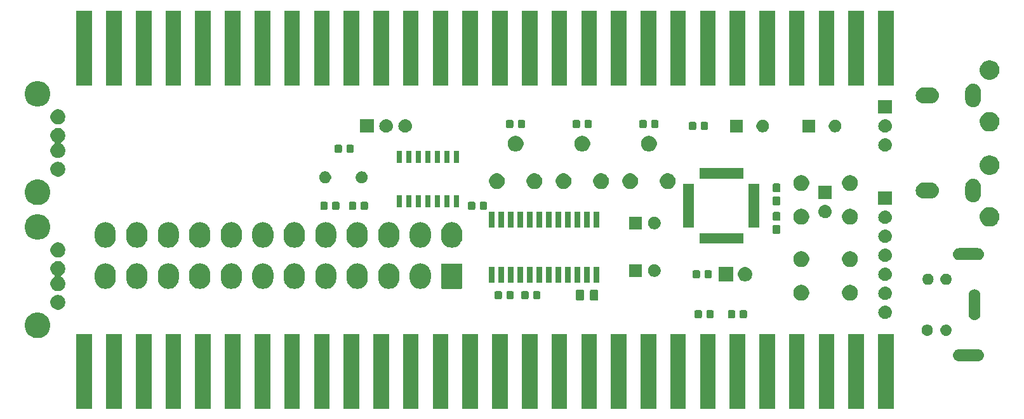
<source format=gbr>
G04 #@! TF.GenerationSoftware,KiCad,Pcbnew,(5.0.1-3-g963ef8bb5)*
G04 #@! TF.CreationDate,2021-12-01T04:01:33+09:00*
G04 #@! TF.ProjectId,Jasmin,4A61736D696E2E6B696361645F706362,rev?*
G04 #@! TF.SameCoordinates,Original*
G04 #@! TF.FileFunction,Soldermask,Top*
G04 #@! TF.FilePolarity,Negative*
%FSLAX46Y46*%
G04 Gerber Fmt 4.6, Leading zero omitted, Abs format (unit mm)*
G04 Created by KiCad (PCBNEW (5.0.1-3-g963ef8bb5)) date 2021 December 01, Wednesday 04:01:33*
%MOMM*%
%LPD*%
G01*
G04 APERTURE LIST*
%ADD10C,0.100000*%
G04 APERTURE END LIST*
D10*
G36*
X209441000Y-82471000D02*
X207359000Y-82471000D01*
X207359000Y-72469000D01*
X209441000Y-72469000D01*
X209441000Y-82471000D01*
X209441000Y-82471000D01*
G37*
G36*
X205481000Y-82471000D02*
X203399000Y-82471000D01*
X203399000Y-72469000D01*
X205481000Y-72469000D01*
X205481000Y-82471000D01*
X205481000Y-82471000D01*
G37*
G36*
X201521000Y-82471000D02*
X199439000Y-82471000D01*
X199439000Y-72469000D01*
X201521000Y-72469000D01*
X201521000Y-82471000D01*
X201521000Y-82471000D01*
G37*
G36*
X197561000Y-82471000D02*
X195479000Y-82471000D01*
X195479000Y-72469000D01*
X197561000Y-72469000D01*
X197561000Y-82471000D01*
X197561000Y-82471000D01*
G37*
G36*
X193601000Y-82471000D02*
X191519000Y-82471000D01*
X191519000Y-72469000D01*
X193601000Y-72469000D01*
X193601000Y-82471000D01*
X193601000Y-82471000D01*
G37*
G36*
X189641000Y-82471000D02*
X187559000Y-82471000D01*
X187559000Y-72469000D01*
X189641000Y-72469000D01*
X189641000Y-82471000D01*
X189641000Y-82471000D01*
G37*
G36*
X185681000Y-82471000D02*
X183599000Y-82471000D01*
X183599000Y-72469000D01*
X185681000Y-72469000D01*
X185681000Y-82471000D01*
X185681000Y-82471000D01*
G37*
G36*
X181721000Y-82471000D02*
X179639000Y-82471000D01*
X179639000Y-72469000D01*
X181721000Y-72469000D01*
X181721000Y-82471000D01*
X181721000Y-82471000D01*
G37*
G36*
X177761000Y-82471000D02*
X175679000Y-82471000D01*
X175679000Y-72469000D01*
X177761000Y-72469000D01*
X177761000Y-82471000D01*
X177761000Y-82471000D01*
G37*
G36*
X173801000Y-82471000D02*
X171719000Y-82471000D01*
X171719000Y-72469000D01*
X173801000Y-72469000D01*
X173801000Y-82471000D01*
X173801000Y-82471000D01*
G37*
G36*
X169841000Y-82471000D02*
X167759000Y-82471000D01*
X167759000Y-72469000D01*
X169841000Y-72469000D01*
X169841000Y-82471000D01*
X169841000Y-82471000D01*
G37*
G36*
X165881000Y-82471000D02*
X163799000Y-82471000D01*
X163799000Y-72469000D01*
X165881000Y-72469000D01*
X165881000Y-82471000D01*
X165881000Y-82471000D01*
G37*
G36*
X161921000Y-82471000D02*
X159839000Y-82471000D01*
X159839000Y-72469000D01*
X161921000Y-72469000D01*
X161921000Y-82471000D01*
X161921000Y-82471000D01*
G37*
G36*
X157961000Y-82471000D02*
X155879000Y-82471000D01*
X155879000Y-72469000D01*
X157961000Y-72469000D01*
X157961000Y-82471000D01*
X157961000Y-82471000D01*
G37*
G36*
X154001000Y-82471000D02*
X151919000Y-82471000D01*
X151919000Y-72469000D01*
X154001000Y-72469000D01*
X154001000Y-82471000D01*
X154001000Y-82471000D01*
G37*
G36*
X150041000Y-82471000D02*
X147959000Y-82471000D01*
X147959000Y-72469000D01*
X150041000Y-72469000D01*
X150041000Y-82471000D01*
X150041000Y-82471000D01*
G37*
G36*
X146081000Y-82471000D02*
X143999000Y-82471000D01*
X143999000Y-72469000D01*
X146081000Y-72469000D01*
X146081000Y-82471000D01*
X146081000Y-82471000D01*
G37*
G36*
X142121000Y-82471000D02*
X140039000Y-82471000D01*
X140039000Y-72469000D01*
X142121000Y-72469000D01*
X142121000Y-82471000D01*
X142121000Y-82471000D01*
G37*
G36*
X138161000Y-82471000D02*
X136079000Y-82471000D01*
X136079000Y-72469000D01*
X138161000Y-72469000D01*
X138161000Y-82471000D01*
X138161000Y-82471000D01*
G37*
G36*
X134201000Y-82471000D02*
X132119000Y-82471000D01*
X132119000Y-72469000D01*
X134201000Y-72469000D01*
X134201000Y-82471000D01*
X134201000Y-82471000D01*
G37*
G36*
X130241000Y-82471000D02*
X128159000Y-82471000D01*
X128159000Y-72469000D01*
X130241000Y-72469000D01*
X130241000Y-82471000D01*
X130241000Y-82471000D01*
G37*
G36*
X126281000Y-82471000D02*
X124199000Y-82471000D01*
X124199000Y-72469000D01*
X126281000Y-72469000D01*
X126281000Y-82471000D01*
X126281000Y-82471000D01*
G37*
G36*
X122321000Y-82471000D02*
X120239000Y-82471000D01*
X120239000Y-72469000D01*
X122321000Y-72469000D01*
X122321000Y-82471000D01*
X122321000Y-82471000D01*
G37*
G36*
X118361000Y-82471000D02*
X116279000Y-82471000D01*
X116279000Y-72469000D01*
X118361000Y-72469000D01*
X118361000Y-82471000D01*
X118361000Y-82471000D01*
G37*
G36*
X114401000Y-82471000D02*
X112319000Y-82471000D01*
X112319000Y-72469000D01*
X114401000Y-72469000D01*
X114401000Y-82471000D01*
X114401000Y-82471000D01*
G37*
G36*
X110441000Y-82471000D02*
X108359000Y-82471000D01*
X108359000Y-72469000D01*
X110441000Y-72469000D01*
X110441000Y-82471000D01*
X110441000Y-82471000D01*
G37*
G36*
X106481000Y-82471000D02*
X104399000Y-82471000D01*
X104399000Y-72469000D01*
X106481000Y-72469000D01*
X106481000Y-82471000D01*
X106481000Y-82471000D01*
G37*
G36*
X102521000Y-82471000D02*
X100439000Y-82471000D01*
X100439000Y-72469000D01*
X102521000Y-72469000D01*
X102521000Y-82471000D01*
X102521000Y-82471000D01*
G37*
G36*
X220815025Y-74540590D02*
X220966012Y-74586392D01*
X221105165Y-74660770D01*
X221227133Y-74760867D01*
X221327230Y-74882835D01*
X221401608Y-75021988D01*
X221447410Y-75172975D01*
X221462875Y-75330000D01*
X221447410Y-75487025D01*
X221401608Y-75638012D01*
X221327230Y-75777165D01*
X221227133Y-75899133D01*
X221105165Y-75999230D01*
X220966012Y-76073608D01*
X220815025Y-76119410D01*
X220697346Y-76131000D01*
X218118654Y-76131000D01*
X218000975Y-76119410D01*
X217849988Y-76073608D01*
X217710835Y-75999230D01*
X217588867Y-75899133D01*
X217488770Y-75777165D01*
X217414392Y-75638012D01*
X217368590Y-75487025D01*
X217353125Y-75330000D01*
X217368590Y-75172975D01*
X217414392Y-75021988D01*
X217488770Y-74882835D01*
X217588867Y-74760867D01*
X217710835Y-74660770D01*
X217849988Y-74586392D01*
X218000975Y-74540590D01*
X218118654Y-74529000D01*
X220697346Y-74529000D01*
X220815025Y-74540590D01*
X220815025Y-74540590D01*
G37*
G36*
X95746160Y-69704368D02*
X95746162Y-69704369D01*
X95746163Y-69704369D01*
X95860514Y-69751735D01*
X96055726Y-69832594D01*
X96334327Y-70018749D01*
X96571251Y-70255673D01*
X96757406Y-70534274D01*
X96885632Y-70843840D01*
X96951000Y-71172465D01*
X96951000Y-71507535D01*
X96885632Y-71836160D01*
X96757406Y-72145726D01*
X96571251Y-72424327D01*
X96334327Y-72661251D01*
X96055726Y-72847406D01*
X95860514Y-72928265D01*
X95746163Y-72975631D01*
X95746162Y-72975631D01*
X95746160Y-72975632D01*
X95417535Y-73041000D01*
X95082465Y-73041000D01*
X94753840Y-72975632D01*
X94753838Y-72975631D01*
X94753837Y-72975631D01*
X94639486Y-72928265D01*
X94444274Y-72847406D01*
X94165673Y-72661251D01*
X93928749Y-72424327D01*
X93742594Y-72145726D01*
X93614368Y-71836160D01*
X93549000Y-71507535D01*
X93549000Y-71172465D01*
X93614368Y-70843840D01*
X93742594Y-70534274D01*
X93928749Y-70255673D01*
X94165673Y-70018749D01*
X94444274Y-69832594D01*
X94639486Y-69751735D01*
X94753837Y-69704369D01*
X94753838Y-69704369D01*
X94753840Y-69704368D01*
X95082465Y-69639000D01*
X95417535Y-69639000D01*
X95746160Y-69704368D01*
X95746160Y-69704368D01*
G37*
G36*
X216481665Y-71232622D02*
X216555222Y-71239867D01*
X216696786Y-71282810D01*
X216827252Y-71352546D01*
X216941606Y-71446394D01*
X217035454Y-71560748D01*
X217105190Y-71691214D01*
X217148133Y-71832778D01*
X217162633Y-71980000D01*
X217148133Y-72127222D01*
X217105190Y-72268786D01*
X217035454Y-72399252D01*
X216941606Y-72513606D01*
X216827252Y-72607454D01*
X216696786Y-72677190D01*
X216555222Y-72720133D01*
X216481665Y-72727378D01*
X216444888Y-72731000D01*
X216371112Y-72731000D01*
X216334335Y-72727378D01*
X216260778Y-72720133D01*
X216119214Y-72677190D01*
X215988748Y-72607454D01*
X215874394Y-72513606D01*
X215780546Y-72399252D01*
X215710810Y-72268786D01*
X215667867Y-72127222D01*
X215653367Y-71980000D01*
X215667867Y-71832778D01*
X215710810Y-71691214D01*
X215780546Y-71560748D01*
X215874394Y-71446394D01*
X215988748Y-71352546D01*
X216119214Y-71282810D01*
X216260778Y-71239867D01*
X216334335Y-71232622D01*
X216371112Y-71229000D01*
X216444888Y-71229000D01*
X216481665Y-71232622D01*
X216481665Y-71232622D01*
G37*
G36*
X213981665Y-71232622D02*
X214055222Y-71239867D01*
X214196786Y-71282810D01*
X214327252Y-71352546D01*
X214441606Y-71446394D01*
X214535454Y-71560748D01*
X214605190Y-71691214D01*
X214648133Y-71832778D01*
X214662633Y-71980000D01*
X214648133Y-72127222D01*
X214605190Y-72268786D01*
X214535454Y-72399252D01*
X214441606Y-72513606D01*
X214327252Y-72607454D01*
X214196786Y-72677190D01*
X214055222Y-72720133D01*
X213981665Y-72727378D01*
X213944888Y-72731000D01*
X213871112Y-72731000D01*
X213834335Y-72727378D01*
X213760778Y-72720133D01*
X213619214Y-72677190D01*
X213488748Y-72607454D01*
X213374394Y-72513606D01*
X213280546Y-72399252D01*
X213210810Y-72268786D01*
X213167867Y-72127222D01*
X213153367Y-71980000D01*
X213167867Y-71832778D01*
X213210810Y-71691214D01*
X213280546Y-71560748D01*
X213374394Y-71446394D01*
X213488748Y-71352546D01*
X213619214Y-71282810D01*
X213760778Y-71239867D01*
X213834335Y-71232622D01*
X213871112Y-71229000D01*
X213944888Y-71229000D01*
X213981665Y-71232622D01*
X213981665Y-71232622D01*
G37*
G36*
X220365025Y-66540590D02*
X220516012Y-66586392D01*
X220655165Y-66660770D01*
X220777133Y-66760867D01*
X220877230Y-66882835D01*
X220951608Y-67021988D01*
X220997410Y-67172975D01*
X221009000Y-67290654D01*
X221009000Y-69869346D01*
X220997410Y-69987025D01*
X220951608Y-70138012D01*
X220877230Y-70277165D01*
X220777136Y-70399130D01*
X220777134Y-70399131D01*
X220777133Y-70399133D01*
X220777129Y-70399136D01*
X220655161Y-70499232D01*
X220516011Y-70573608D01*
X220365024Y-70619410D01*
X220208000Y-70634875D01*
X220050975Y-70619410D01*
X219899988Y-70573608D01*
X219760835Y-70499230D01*
X219638870Y-70399136D01*
X219638869Y-70399134D01*
X219638867Y-70399133D01*
X219575845Y-70322339D01*
X219538768Y-70277161D01*
X219464392Y-70138011D01*
X219418590Y-69987024D01*
X219407000Y-69869345D01*
X219407001Y-67290654D01*
X219418591Y-67172975D01*
X219464393Y-67021988D01*
X219538771Y-66882835D01*
X219638868Y-66760867D01*
X219760836Y-66660770D01*
X219899989Y-66586392D01*
X220050976Y-66540590D01*
X220208000Y-66525125D01*
X220365025Y-66540590D01*
X220365025Y-66540590D01*
G37*
G36*
X208390443Y-68701519D02*
X208456627Y-68708037D01*
X208569853Y-68742384D01*
X208626467Y-68759557D01*
X208765087Y-68833652D01*
X208782991Y-68843222D01*
X208818729Y-68872552D01*
X208920186Y-68955814D01*
X208995450Y-69047525D01*
X209032778Y-69093009D01*
X209032779Y-69093011D01*
X209116443Y-69249533D01*
X209116443Y-69249534D01*
X209167963Y-69419373D01*
X209185359Y-69596000D01*
X209167963Y-69772627D01*
X209149772Y-69832594D01*
X209116443Y-69942467D01*
X209092627Y-69987023D01*
X209032778Y-70098991D01*
X209005893Y-70131750D01*
X208920186Y-70236186D01*
X208836991Y-70304461D01*
X208782991Y-70348778D01*
X208782989Y-70348779D01*
X208626467Y-70432443D01*
X208569853Y-70449616D01*
X208456627Y-70483963D01*
X208390443Y-70490481D01*
X208324260Y-70497000D01*
X208235740Y-70497000D01*
X208169557Y-70490481D01*
X208103373Y-70483963D01*
X207990147Y-70449616D01*
X207933533Y-70432443D01*
X207777011Y-70348779D01*
X207777009Y-70348778D01*
X207723009Y-70304461D01*
X207639814Y-70236186D01*
X207554107Y-70131750D01*
X207527222Y-70098991D01*
X207467373Y-69987023D01*
X207443557Y-69942467D01*
X207410228Y-69832594D01*
X207392037Y-69772627D01*
X207374641Y-69596000D01*
X207392037Y-69419373D01*
X207443557Y-69249534D01*
X207443557Y-69249533D01*
X207527221Y-69093011D01*
X207527222Y-69093009D01*
X207564550Y-69047525D01*
X207639814Y-68955814D01*
X207741271Y-68872552D01*
X207777009Y-68843222D01*
X207794913Y-68833652D01*
X207933533Y-68759557D01*
X207990147Y-68742384D01*
X208103373Y-68708037D01*
X208169557Y-68701519D01*
X208235740Y-68695000D01*
X208324260Y-68695000D01*
X208390443Y-68701519D01*
X208390443Y-68701519D01*
G37*
G36*
X189724591Y-69328085D02*
X189758569Y-69338393D01*
X189789887Y-69355133D01*
X189817339Y-69377661D01*
X189839867Y-69405113D01*
X189856607Y-69436431D01*
X189866915Y-69470409D01*
X189871000Y-69511890D01*
X189871000Y-70188110D01*
X189866915Y-70229591D01*
X189856607Y-70263569D01*
X189839867Y-70294887D01*
X189817339Y-70322339D01*
X189789887Y-70344867D01*
X189758569Y-70361607D01*
X189724591Y-70371915D01*
X189683110Y-70376000D01*
X189081890Y-70376000D01*
X189040409Y-70371915D01*
X189006431Y-70361607D01*
X188975113Y-70344867D01*
X188947661Y-70322339D01*
X188925133Y-70294887D01*
X188908393Y-70263569D01*
X188898085Y-70229591D01*
X188894000Y-70188110D01*
X188894000Y-69511890D01*
X188898085Y-69470409D01*
X188908393Y-69436431D01*
X188925133Y-69405113D01*
X188947661Y-69377661D01*
X188975113Y-69355133D01*
X189006431Y-69338393D01*
X189040409Y-69328085D01*
X189081890Y-69324000D01*
X189683110Y-69324000D01*
X189724591Y-69328085D01*
X189724591Y-69328085D01*
G37*
G36*
X188149591Y-69328085D02*
X188183569Y-69338393D01*
X188214887Y-69355133D01*
X188242339Y-69377661D01*
X188264867Y-69405113D01*
X188281607Y-69436431D01*
X188291915Y-69470409D01*
X188296000Y-69511890D01*
X188296000Y-70188110D01*
X188291915Y-70229591D01*
X188281607Y-70263569D01*
X188264867Y-70294887D01*
X188242339Y-70322339D01*
X188214887Y-70344867D01*
X188183569Y-70361607D01*
X188149591Y-70371915D01*
X188108110Y-70376000D01*
X187506890Y-70376000D01*
X187465409Y-70371915D01*
X187431431Y-70361607D01*
X187400113Y-70344867D01*
X187372661Y-70322339D01*
X187350133Y-70294887D01*
X187333393Y-70263569D01*
X187323085Y-70229591D01*
X187319000Y-70188110D01*
X187319000Y-69511890D01*
X187323085Y-69470409D01*
X187333393Y-69436431D01*
X187350133Y-69405113D01*
X187372661Y-69377661D01*
X187400113Y-69355133D01*
X187431431Y-69338393D01*
X187465409Y-69328085D01*
X187506890Y-69324000D01*
X188108110Y-69324000D01*
X188149591Y-69328085D01*
X188149591Y-69328085D01*
G37*
G36*
X185279591Y-69328085D02*
X185313569Y-69338393D01*
X185344887Y-69355133D01*
X185372339Y-69377661D01*
X185394867Y-69405113D01*
X185411607Y-69436431D01*
X185421915Y-69470409D01*
X185426000Y-69511890D01*
X185426000Y-70188110D01*
X185421915Y-70229591D01*
X185411607Y-70263569D01*
X185394867Y-70294887D01*
X185372339Y-70322339D01*
X185344887Y-70344867D01*
X185313569Y-70361607D01*
X185279591Y-70371915D01*
X185238110Y-70376000D01*
X184636890Y-70376000D01*
X184595409Y-70371915D01*
X184561431Y-70361607D01*
X184530113Y-70344867D01*
X184502661Y-70322339D01*
X184480133Y-70294887D01*
X184463393Y-70263569D01*
X184453085Y-70229591D01*
X184449000Y-70188110D01*
X184449000Y-69511890D01*
X184453085Y-69470409D01*
X184463393Y-69436431D01*
X184480133Y-69405113D01*
X184502661Y-69377661D01*
X184530113Y-69355133D01*
X184561431Y-69338393D01*
X184595409Y-69328085D01*
X184636890Y-69324000D01*
X185238110Y-69324000D01*
X185279591Y-69328085D01*
X185279591Y-69328085D01*
G37*
G36*
X183704591Y-69328085D02*
X183738569Y-69338393D01*
X183769887Y-69355133D01*
X183797339Y-69377661D01*
X183819867Y-69405113D01*
X183836607Y-69436431D01*
X183846915Y-69470409D01*
X183851000Y-69511890D01*
X183851000Y-70188110D01*
X183846915Y-70229591D01*
X183836607Y-70263569D01*
X183819867Y-70294887D01*
X183797339Y-70322339D01*
X183769887Y-70344867D01*
X183738569Y-70361607D01*
X183704591Y-70371915D01*
X183663110Y-70376000D01*
X183061890Y-70376000D01*
X183020409Y-70371915D01*
X182986431Y-70361607D01*
X182955113Y-70344867D01*
X182927661Y-70322339D01*
X182905133Y-70294887D01*
X182888393Y-70263569D01*
X182878085Y-70229591D01*
X182874000Y-70188110D01*
X182874000Y-69511890D01*
X182878085Y-69470409D01*
X182888393Y-69436431D01*
X182905133Y-69405113D01*
X182927661Y-69377661D01*
X182955113Y-69355133D01*
X182986431Y-69338393D01*
X183020409Y-69328085D01*
X183061890Y-69324000D01*
X183663110Y-69324000D01*
X183704591Y-69328085D01*
X183704591Y-69328085D01*
G37*
G36*
X98251981Y-67307468D02*
X98434150Y-67382925D01*
X98598103Y-67492475D01*
X98737525Y-67631897D01*
X98847075Y-67795850D01*
X98922532Y-67978019D01*
X98961000Y-68171410D01*
X98961000Y-68368590D01*
X98922532Y-68561981D01*
X98847075Y-68744150D01*
X98737525Y-68908103D01*
X98598103Y-69047525D01*
X98434150Y-69157075D01*
X98251981Y-69232532D01*
X98058590Y-69271000D01*
X97861410Y-69271000D01*
X97668019Y-69232532D01*
X97485850Y-69157075D01*
X97321897Y-69047525D01*
X97182475Y-68908103D01*
X97072925Y-68744150D01*
X96997468Y-68561981D01*
X96959000Y-68368590D01*
X96959000Y-68171410D01*
X96997468Y-67978019D01*
X97072925Y-67795850D01*
X97182475Y-67631897D01*
X97321897Y-67492475D01*
X97485850Y-67382925D01*
X97668019Y-67307468D01*
X97861410Y-67269000D01*
X98058590Y-67269000D01*
X98251981Y-67307468D01*
X98251981Y-67307468D01*
G37*
G36*
X167963466Y-66563565D02*
X168002137Y-66575296D01*
X168037779Y-66594348D01*
X168069017Y-66619983D01*
X168094652Y-66651221D01*
X168113704Y-66686863D01*
X168125435Y-66725534D01*
X168130000Y-66771888D01*
X168130000Y-67848112D01*
X168125435Y-67894466D01*
X168113704Y-67933137D01*
X168094652Y-67968779D01*
X168069017Y-68000017D01*
X168037779Y-68025652D01*
X168002137Y-68044704D01*
X167963466Y-68056435D01*
X167917112Y-68061000D01*
X167265888Y-68061000D01*
X167219534Y-68056435D01*
X167180863Y-68044704D01*
X167145221Y-68025652D01*
X167113983Y-68000017D01*
X167088348Y-67968779D01*
X167069296Y-67933137D01*
X167057565Y-67894466D01*
X167053000Y-67848112D01*
X167053000Y-66771888D01*
X167057565Y-66725534D01*
X167069296Y-66686863D01*
X167088348Y-66651221D01*
X167113983Y-66619983D01*
X167145221Y-66594348D01*
X167180863Y-66575296D01*
X167219534Y-66563565D01*
X167265888Y-66559000D01*
X167917112Y-66559000D01*
X167963466Y-66563565D01*
X167963466Y-66563565D01*
G37*
G36*
X169838466Y-66563565D02*
X169877137Y-66575296D01*
X169912779Y-66594348D01*
X169944017Y-66619983D01*
X169969652Y-66651221D01*
X169988704Y-66686863D01*
X170000435Y-66725534D01*
X170005000Y-66771888D01*
X170005000Y-67848112D01*
X170000435Y-67894466D01*
X169988704Y-67933137D01*
X169969652Y-67968779D01*
X169944017Y-68000017D01*
X169912779Y-68025652D01*
X169877137Y-68044704D01*
X169838466Y-68056435D01*
X169792112Y-68061000D01*
X169140888Y-68061000D01*
X169094534Y-68056435D01*
X169055863Y-68044704D01*
X169020221Y-68025652D01*
X168988983Y-68000017D01*
X168963348Y-67968779D01*
X168944296Y-67933137D01*
X168932565Y-67894466D01*
X168928000Y-67848112D01*
X168928000Y-66771888D01*
X168932565Y-66725534D01*
X168944296Y-66686863D01*
X168963348Y-66651221D01*
X168988983Y-66619983D01*
X169020221Y-66594348D01*
X169055863Y-66575296D01*
X169094534Y-66563565D01*
X169140888Y-66559000D01*
X169792112Y-66559000D01*
X169838466Y-66563565D01*
X169838466Y-66563565D01*
G37*
G36*
X203910565Y-65973389D02*
X204101834Y-66052615D01*
X204273976Y-66167637D01*
X204420363Y-66314024D01*
X204535385Y-66486166D01*
X204614611Y-66677435D01*
X204655000Y-66880484D01*
X204655000Y-67087516D01*
X204614611Y-67290565D01*
X204535385Y-67481834D01*
X204420363Y-67653976D01*
X204273976Y-67800363D01*
X204101834Y-67915385D01*
X203910565Y-67994611D01*
X203707516Y-68035000D01*
X203500484Y-68035000D01*
X203297435Y-67994611D01*
X203106166Y-67915385D01*
X202934024Y-67800363D01*
X202787637Y-67653976D01*
X202672615Y-67481834D01*
X202593389Y-67290565D01*
X202553000Y-67087516D01*
X202553000Y-66880484D01*
X202593389Y-66677435D01*
X202672615Y-66486166D01*
X202787637Y-66314024D01*
X202934024Y-66167637D01*
X203106166Y-66052615D01*
X203297435Y-65973389D01*
X203500484Y-65933000D01*
X203707516Y-65933000D01*
X203910565Y-65973389D01*
X203910565Y-65973389D01*
G37*
G36*
X197410565Y-65973389D02*
X197601834Y-66052615D01*
X197773976Y-66167637D01*
X197920363Y-66314024D01*
X198035385Y-66486166D01*
X198114611Y-66677435D01*
X198155000Y-66880484D01*
X198155000Y-67087516D01*
X198114611Y-67290565D01*
X198035385Y-67481834D01*
X197920363Y-67653976D01*
X197773976Y-67800363D01*
X197601834Y-67915385D01*
X197410565Y-67994611D01*
X197207516Y-68035000D01*
X197000484Y-68035000D01*
X196797435Y-67994611D01*
X196606166Y-67915385D01*
X196434024Y-67800363D01*
X196287637Y-67653976D01*
X196172615Y-67481834D01*
X196093389Y-67290565D01*
X196053000Y-67087516D01*
X196053000Y-66880484D01*
X196093389Y-66677435D01*
X196172615Y-66486166D01*
X196287637Y-66314024D01*
X196434024Y-66167637D01*
X196606166Y-66052615D01*
X196797435Y-65973389D01*
X197000484Y-65933000D01*
X197207516Y-65933000D01*
X197410565Y-65973389D01*
X197410565Y-65973389D01*
G37*
G36*
X208390442Y-66161518D02*
X208456627Y-66168037D01*
X208569853Y-66202384D01*
X208626467Y-66219557D01*
X208672478Y-66244151D01*
X208782991Y-66303222D01*
X208818729Y-66332552D01*
X208920186Y-66415814D01*
X209003448Y-66517271D01*
X209032778Y-66553009D01*
X209032779Y-66553011D01*
X209116443Y-66709533D01*
X209132015Y-66760867D01*
X209167963Y-66879373D01*
X209185359Y-67056000D01*
X209167963Y-67232627D01*
X209150360Y-67290655D01*
X209116443Y-67402467D01*
X209074020Y-67481834D01*
X209032778Y-67558991D01*
X209005893Y-67591750D01*
X208920186Y-67696186D01*
X208836991Y-67764461D01*
X208782991Y-67808778D01*
X208782989Y-67808779D01*
X208626467Y-67892443D01*
X208618736Y-67894788D01*
X208456627Y-67943963D01*
X208390442Y-67950482D01*
X208324260Y-67957000D01*
X208235740Y-67957000D01*
X208169558Y-67950482D01*
X208103373Y-67943963D01*
X207941264Y-67894788D01*
X207933533Y-67892443D01*
X207777011Y-67808779D01*
X207777009Y-67808778D01*
X207723009Y-67764461D01*
X207639814Y-67696186D01*
X207554107Y-67591750D01*
X207527222Y-67558991D01*
X207485980Y-67481834D01*
X207443557Y-67402467D01*
X207409640Y-67290655D01*
X207392037Y-67232627D01*
X207374641Y-67056000D01*
X207392037Y-66879373D01*
X207427985Y-66760867D01*
X207443557Y-66709533D01*
X207527221Y-66553011D01*
X207527222Y-66553009D01*
X207556552Y-66517271D01*
X207639814Y-66415814D01*
X207741271Y-66332552D01*
X207777009Y-66303222D01*
X207887522Y-66244151D01*
X207933533Y-66219557D01*
X207990147Y-66202384D01*
X208103373Y-66168037D01*
X208169558Y-66161518D01*
X208235740Y-66155000D01*
X208324260Y-66155000D01*
X208390442Y-66161518D01*
X208390442Y-66161518D01*
G37*
G36*
X160590591Y-66788085D02*
X160624569Y-66798393D01*
X160655887Y-66815133D01*
X160683339Y-66837661D01*
X160705867Y-66865113D01*
X160722607Y-66896431D01*
X160732915Y-66930409D01*
X160737000Y-66971890D01*
X160737000Y-67648110D01*
X160732915Y-67689591D01*
X160722607Y-67723569D01*
X160705867Y-67754887D01*
X160683339Y-67782339D01*
X160655887Y-67804867D01*
X160624569Y-67821607D01*
X160590591Y-67831915D01*
X160549110Y-67836000D01*
X159947890Y-67836000D01*
X159906409Y-67831915D01*
X159872431Y-67821607D01*
X159841113Y-67804867D01*
X159813661Y-67782339D01*
X159791133Y-67754887D01*
X159774393Y-67723569D01*
X159764085Y-67689591D01*
X159760000Y-67648110D01*
X159760000Y-66971890D01*
X159764085Y-66930409D01*
X159774393Y-66896431D01*
X159791133Y-66865113D01*
X159813661Y-66837661D01*
X159841113Y-66815133D01*
X159872431Y-66798393D01*
X159906409Y-66788085D01*
X159947890Y-66784000D01*
X160549110Y-66784000D01*
X160590591Y-66788085D01*
X160590591Y-66788085D01*
G37*
G36*
X162165591Y-66788085D02*
X162199569Y-66798393D01*
X162230887Y-66815133D01*
X162258339Y-66837661D01*
X162280867Y-66865113D01*
X162297607Y-66896431D01*
X162307915Y-66930409D01*
X162312000Y-66971890D01*
X162312000Y-67648110D01*
X162307915Y-67689591D01*
X162297607Y-67723569D01*
X162280867Y-67754887D01*
X162258339Y-67782339D01*
X162230887Y-67804867D01*
X162199569Y-67821607D01*
X162165591Y-67831915D01*
X162124110Y-67836000D01*
X161522890Y-67836000D01*
X161481409Y-67831915D01*
X161447431Y-67821607D01*
X161416113Y-67804867D01*
X161388661Y-67782339D01*
X161366133Y-67754887D01*
X161349393Y-67723569D01*
X161339085Y-67689591D01*
X161335000Y-67648110D01*
X161335000Y-66971890D01*
X161339085Y-66930409D01*
X161349393Y-66896431D01*
X161366133Y-66865113D01*
X161388661Y-66837661D01*
X161416113Y-66815133D01*
X161447431Y-66798393D01*
X161481409Y-66788085D01*
X161522890Y-66784000D01*
X162124110Y-66784000D01*
X162165591Y-66788085D01*
X162165591Y-66788085D01*
G37*
G36*
X157034591Y-66788085D02*
X157068569Y-66798393D01*
X157099887Y-66815133D01*
X157127339Y-66837661D01*
X157149867Y-66865113D01*
X157166607Y-66896431D01*
X157176915Y-66930409D01*
X157181000Y-66971890D01*
X157181000Y-67648110D01*
X157176915Y-67689591D01*
X157166607Y-67723569D01*
X157149867Y-67754887D01*
X157127339Y-67782339D01*
X157099887Y-67804867D01*
X157068569Y-67821607D01*
X157034591Y-67831915D01*
X156993110Y-67836000D01*
X156391890Y-67836000D01*
X156350409Y-67831915D01*
X156316431Y-67821607D01*
X156285113Y-67804867D01*
X156257661Y-67782339D01*
X156235133Y-67754887D01*
X156218393Y-67723569D01*
X156208085Y-67689591D01*
X156204000Y-67648110D01*
X156204000Y-66971890D01*
X156208085Y-66930409D01*
X156218393Y-66896431D01*
X156235133Y-66865113D01*
X156257661Y-66837661D01*
X156285113Y-66815133D01*
X156316431Y-66798393D01*
X156350409Y-66788085D01*
X156391890Y-66784000D01*
X156993110Y-66784000D01*
X157034591Y-66788085D01*
X157034591Y-66788085D01*
G37*
G36*
X158609591Y-66788085D02*
X158643569Y-66798393D01*
X158674887Y-66815133D01*
X158702339Y-66837661D01*
X158724867Y-66865113D01*
X158741607Y-66896431D01*
X158751915Y-66930409D01*
X158756000Y-66971890D01*
X158756000Y-67648110D01*
X158751915Y-67689591D01*
X158741607Y-67723569D01*
X158724867Y-67754887D01*
X158702339Y-67782339D01*
X158674887Y-67804867D01*
X158643569Y-67821607D01*
X158609591Y-67831915D01*
X158568110Y-67836000D01*
X157966890Y-67836000D01*
X157925409Y-67831915D01*
X157891431Y-67821607D01*
X157860113Y-67804867D01*
X157832661Y-67782339D01*
X157810133Y-67754887D01*
X157793393Y-67723569D01*
X157783085Y-67689591D01*
X157779000Y-67648110D01*
X157779000Y-66971890D01*
X157783085Y-66930409D01*
X157793393Y-66896431D01*
X157810133Y-66865113D01*
X157832661Y-66837661D01*
X157860113Y-66815133D01*
X157891431Y-66798393D01*
X157925409Y-66788085D01*
X157966890Y-66784000D01*
X158568110Y-66784000D01*
X158609591Y-66788085D01*
X158609591Y-66788085D01*
G37*
G36*
X98251981Y-62807468D02*
X98434150Y-62882925D01*
X98598103Y-62992475D01*
X98737525Y-63131897D01*
X98847075Y-63295850D01*
X98922532Y-63478019D01*
X98961000Y-63671410D01*
X98961000Y-63868590D01*
X98922532Y-64061981D01*
X98847075Y-64244150D01*
X98737525Y-64408103D01*
X98598103Y-64547525D01*
X98428589Y-64660791D01*
X98418717Y-64666068D01*
X98399775Y-64681614D01*
X98384230Y-64700556D01*
X98372680Y-64722168D01*
X98365567Y-64745617D01*
X98363166Y-64770003D01*
X98365568Y-64794390D01*
X98372682Y-64817838D01*
X98384234Y-64839449D01*
X98399780Y-64858391D01*
X98418722Y-64873936D01*
X98428594Y-64879212D01*
X98598103Y-64992475D01*
X98737525Y-65131897D01*
X98847075Y-65295850D01*
X98922532Y-65478019D01*
X98961000Y-65671410D01*
X98961000Y-65868590D01*
X98922532Y-66061981D01*
X98847075Y-66244150D01*
X98737525Y-66408103D01*
X98598103Y-66547525D01*
X98434150Y-66657075D01*
X98307505Y-66709533D01*
X98251981Y-66732532D01*
X98058590Y-66771000D01*
X97861410Y-66771000D01*
X97668019Y-66732532D01*
X97612495Y-66709533D01*
X97485850Y-66657075D01*
X97321897Y-66547525D01*
X97182475Y-66408103D01*
X97072925Y-66244150D01*
X96997468Y-66061981D01*
X96959000Y-65868590D01*
X96959000Y-65671410D01*
X96997468Y-65478019D01*
X97072925Y-65295850D01*
X97182475Y-65131897D01*
X97321897Y-64992475D01*
X97491411Y-64879209D01*
X97501283Y-64873932D01*
X97520225Y-64858386D01*
X97535770Y-64839444D01*
X97547320Y-64817832D01*
X97554433Y-64794383D01*
X97556834Y-64769997D01*
X97554432Y-64745610D01*
X97547318Y-64722162D01*
X97535766Y-64700551D01*
X97520220Y-64681609D01*
X97501278Y-64666064D01*
X97491406Y-64660788D01*
X97321897Y-64547525D01*
X97182475Y-64408103D01*
X97072925Y-64244150D01*
X96997468Y-64061981D01*
X96959000Y-63868590D01*
X96959000Y-63671410D01*
X96997468Y-63478019D01*
X97072925Y-63295850D01*
X97182475Y-63131897D01*
X97321897Y-62992475D01*
X97485850Y-62882925D01*
X97668019Y-62807468D01*
X97861410Y-62769000D01*
X98058590Y-62769000D01*
X98251981Y-62807468D01*
X98251981Y-62807468D01*
G37*
G36*
X125569644Y-63089272D02*
X125734814Y-63139376D01*
X125833734Y-63169383D01*
X125914862Y-63212747D01*
X126077120Y-63299475D01*
X126178259Y-63382479D01*
X126290450Y-63474550D01*
X126367962Y-63569000D01*
X126465525Y-63687880D01*
X126513327Y-63777312D01*
X126595617Y-63931266D01*
X126614673Y-63994085D01*
X126675728Y-64195357D01*
X126679987Y-64238604D01*
X126696000Y-64401181D01*
X126696000Y-65138820D01*
X126691944Y-65180000D01*
X126675728Y-65344644D01*
X126638611Y-65467000D01*
X126595617Y-65608734D01*
X126562335Y-65671000D01*
X126465525Y-65852120D01*
X126409707Y-65920133D01*
X126290450Y-66065450D01*
X126181331Y-66155000D01*
X126077119Y-66240525D01*
X125939611Y-66314024D01*
X125833733Y-66370617D01*
X125753320Y-66395010D01*
X125569643Y-66450728D01*
X125295000Y-66477778D01*
X125020356Y-66450728D01*
X124836679Y-66395010D01*
X124756266Y-66370617D01*
X124650388Y-66314024D01*
X124512880Y-66240525D01*
X124424067Y-66167637D01*
X124299550Y-66065450D01*
X124190853Y-65933000D01*
X124124475Y-65852119D01*
X123994384Y-65608734D01*
X123994383Y-65608733D01*
X123967679Y-65520702D01*
X123914272Y-65344643D01*
X123895711Y-65156186D01*
X123894000Y-65138819D01*
X123894000Y-64401180D01*
X123909466Y-64244150D01*
X123914272Y-64195356D01*
X123994383Y-63931267D01*
X123994383Y-63931266D01*
X124076673Y-63777312D01*
X124124475Y-63687880D01*
X124192576Y-63604900D01*
X124299550Y-63474550D01*
X124431123Y-63366573D01*
X124512881Y-63299475D01*
X124675139Y-63212747D01*
X124756267Y-63169383D01*
X124855187Y-63139376D01*
X125020357Y-63089272D01*
X125295000Y-63062222D01*
X125569644Y-63089272D01*
X125569644Y-63089272D01*
G37*
G36*
X146569644Y-63089272D02*
X146734814Y-63139376D01*
X146833734Y-63169383D01*
X146914862Y-63212747D01*
X147077120Y-63299475D01*
X147178259Y-63382479D01*
X147290450Y-63474550D01*
X147367962Y-63569000D01*
X147465525Y-63687880D01*
X147513327Y-63777312D01*
X147595617Y-63931266D01*
X147614673Y-63994085D01*
X147675728Y-64195357D01*
X147679987Y-64238604D01*
X147696000Y-64401181D01*
X147696000Y-65138820D01*
X147691944Y-65180000D01*
X147675728Y-65344644D01*
X147638611Y-65467000D01*
X147595617Y-65608734D01*
X147562335Y-65671000D01*
X147465525Y-65852120D01*
X147409707Y-65920133D01*
X147290450Y-66065450D01*
X147181331Y-66155000D01*
X147077119Y-66240525D01*
X146939611Y-66314024D01*
X146833733Y-66370617D01*
X146753320Y-66395010D01*
X146569643Y-66450728D01*
X146295000Y-66477778D01*
X146020356Y-66450728D01*
X145836679Y-66395010D01*
X145756266Y-66370617D01*
X145650388Y-66314024D01*
X145512880Y-66240525D01*
X145424067Y-66167637D01*
X145299550Y-66065450D01*
X145190853Y-65933000D01*
X145124475Y-65852119D01*
X144994384Y-65608734D01*
X144994383Y-65608733D01*
X144967679Y-65520702D01*
X144914272Y-65344643D01*
X144895711Y-65156186D01*
X144894000Y-65138819D01*
X144894000Y-64401180D01*
X144909466Y-64244150D01*
X144914272Y-64195356D01*
X144994383Y-63931267D01*
X144994383Y-63931266D01*
X145076673Y-63777312D01*
X145124475Y-63687880D01*
X145192576Y-63604900D01*
X145299550Y-63474550D01*
X145431123Y-63366573D01*
X145512881Y-63299475D01*
X145675139Y-63212747D01*
X145756267Y-63169383D01*
X145855187Y-63139376D01*
X146020357Y-63089272D01*
X146295000Y-63062222D01*
X146569644Y-63089272D01*
X146569644Y-63089272D01*
G37*
G36*
X142369644Y-63089272D02*
X142534814Y-63139376D01*
X142633734Y-63169383D01*
X142714862Y-63212747D01*
X142877120Y-63299475D01*
X142978259Y-63382479D01*
X143090450Y-63474550D01*
X143167962Y-63569000D01*
X143265525Y-63687880D01*
X143313327Y-63777312D01*
X143395617Y-63931266D01*
X143414673Y-63994085D01*
X143475728Y-64195357D01*
X143479987Y-64238604D01*
X143496000Y-64401181D01*
X143496000Y-65138820D01*
X143491944Y-65180000D01*
X143475728Y-65344644D01*
X143438611Y-65467000D01*
X143395617Y-65608734D01*
X143362335Y-65671000D01*
X143265525Y-65852120D01*
X143209707Y-65920133D01*
X143090450Y-66065450D01*
X142981331Y-66155000D01*
X142877119Y-66240525D01*
X142739611Y-66314024D01*
X142633733Y-66370617D01*
X142553320Y-66395010D01*
X142369643Y-66450728D01*
X142095000Y-66477778D01*
X141820356Y-66450728D01*
X141636679Y-66395010D01*
X141556266Y-66370617D01*
X141450388Y-66314024D01*
X141312880Y-66240525D01*
X141224067Y-66167637D01*
X141099550Y-66065450D01*
X140990853Y-65933000D01*
X140924475Y-65852119D01*
X140794384Y-65608734D01*
X140794383Y-65608733D01*
X140767679Y-65520702D01*
X140714272Y-65344643D01*
X140695711Y-65156186D01*
X140694000Y-65138819D01*
X140694000Y-64401180D01*
X140709466Y-64244150D01*
X140714272Y-64195356D01*
X140794383Y-63931267D01*
X140794383Y-63931266D01*
X140876673Y-63777312D01*
X140924475Y-63687880D01*
X140992576Y-63604900D01*
X141099550Y-63474550D01*
X141231123Y-63366573D01*
X141312881Y-63299475D01*
X141475139Y-63212747D01*
X141556267Y-63169383D01*
X141655187Y-63139376D01*
X141820357Y-63089272D01*
X142095000Y-63062222D01*
X142369644Y-63089272D01*
X142369644Y-63089272D01*
G37*
G36*
X138169644Y-63089272D02*
X138334814Y-63139376D01*
X138433734Y-63169383D01*
X138514862Y-63212747D01*
X138677120Y-63299475D01*
X138778259Y-63382479D01*
X138890450Y-63474550D01*
X138967962Y-63569000D01*
X139065525Y-63687880D01*
X139113327Y-63777312D01*
X139195617Y-63931266D01*
X139214673Y-63994085D01*
X139275728Y-64195357D01*
X139279987Y-64238604D01*
X139296000Y-64401181D01*
X139296000Y-65138820D01*
X139291944Y-65180000D01*
X139275728Y-65344644D01*
X139238611Y-65467000D01*
X139195617Y-65608734D01*
X139162335Y-65671000D01*
X139065525Y-65852120D01*
X139009707Y-65920133D01*
X138890450Y-66065450D01*
X138781331Y-66155000D01*
X138677119Y-66240525D01*
X138539611Y-66314024D01*
X138433733Y-66370617D01*
X138353320Y-66395010D01*
X138169643Y-66450728D01*
X137895000Y-66477778D01*
X137620356Y-66450728D01*
X137436679Y-66395010D01*
X137356266Y-66370617D01*
X137250388Y-66314024D01*
X137112880Y-66240525D01*
X137024067Y-66167637D01*
X136899550Y-66065450D01*
X136790853Y-65933000D01*
X136724475Y-65852119D01*
X136594384Y-65608734D01*
X136594383Y-65608733D01*
X136567679Y-65520702D01*
X136514272Y-65344643D01*
X136495711Y-65156186D01*
X136494000Y-65138819D01*
X136494000Y-64401180D01*
X136509466Y-64244150D01*
X136514272Y-64195356D01*
X136594383Y-63931267D01*
X136594383Y-63931266D01*
X136676673Y-63777312D01*
X136724475Y-63687880D01*
X136792576Y-63604900D01*
X136899550Y-63474550D01*
X137031123Y-63366573D01*
X137112881Y-63299475D01*
X137275139Y-63212747D01*
X137356267Y-63169383D01*
X137455187Y-63139376D01*
X137620357Y-63089272D01*
X137895000Y-63062222D01*
X138169644Y-63089272D01*
X138169644Y-63089272D01*
G37*
G36*
X133969644Y-63089272D02*
X134134814Y-63139376D01*
X134233734Y-63169383D01*
X134314862Y-63212747D01*
X134477120Y-63299475D01*
X134578259Y-63382479D01*
X134690450Y-63474550D01*
X134767962Y-63569000D01*
X134865525Y-63687880D01*
X134913327Y-63777312D01*
X134995617Y-63931266D01*
X135014673Y-63994085D01*
X135075728Y-64195357D01*
X135079987Y-64238604D01*
X135096000Y-64401181D01*
X135096000Y-65138820D01*
X135091944Y-65180000D01*
X135075728Y-65344644D01*
X135038611Y-65467000D01*
X134995617Y-65608734D01*
X134962335Y-65671000D01*
X134865525Y-65852120D01*
X134809707Y-65920133D01*
X134690450Y-66065450D01*
X134581331Y-66155000D01*
X134477119Y-66240525D01*
X134339611Y-66314024D01*
X134233733Y-66370617D01*
X134153320Y-66395010D01*
X133969643Y-66450728D01*
X133695000Y-66477778D01*
X133420356Y-66450728D01*
X133236679Y-66395010D01*
X133156266Y-66370617D01*
X133050388Y-66314024D01*
X132912880Y-66240525D01*
X132824067Y-66167637D01*
X132699550Y-66065450D01*
X132590853Y-65933000D01*
X132524475Y-65852119D01*
X132394384Y-65608734D01*
X132394383Y-65608733D01*
X132367679Y-65520702D01*
X132314272Y-65344643D01*
X132295711Y-65156186D01*
X132294000Y-65138819D01*
X132294000Y-64401180D01*
X132309466Y-64244150D01*
X132314272Y-64195356D01*
X132394383Y-63931267D01*
X132394383Y-63931266D01*
X132476673Y-63777312D01*
X132524475Y-63687880D01*
X132592576Y-63604900D01*
X132699550Y-63474550D01*
X132831123Y-63366573D01*
X132912881Y-63299475D01*
X133075139Y-63212747D01*
X133156267Y-63169383D01*
X133255187Y-63139376D01*
X133420357Y-63089272D01*
X133695000Y-63062222D01*
X133969644Y-63089272D01*
X133969644Y-63089272D01*
G37*
G36*
X129769644Y-63089272D02*
X129934814Y-63139376D01*
X130033734Y-63169383D01*
X130114862Y-63212747D01*
X130277120Y-63299475D01*
X130378259Y-63382479D01*
X130490450Y-63474550D01*
X130567962Y-63569000D01*
X130665525Y-63687880D01*
X130713327Y-63777312D01*
X130795617Y-63931266D01*
X130814673Y-63994085D01*
X130875728Y-64195357D01*
X130879987Y-64238604D01*
X130896000Y-64401181D01*
X130896000Y-65138820D01*
X130891944Y-65180000D01*
X130875728Y-65344644D01*
X130838611Y-65467000D01*
X130795617Y-65608734D01*
X130762335Y-65671000D01*
X130665525Y-65852120D01*
X130609707Y-65920133D01*
X130490450Y-66065450D01*
X130381331Y-66155000D01*
X130277119Y-66240525D01*
X130139611Y-66314024D01*
X130033733Y-66370617D01*
X129953320Y-66395010D01*
X129769643Y-66450728D01*
X129495000Y-66477778D01*
X129220356Y-66450728D01*
X129036679Y-66395010D01*
X128956266Y-66370617D01*
X128850388Y-66314024D01*
X128712880Y-66240525D01*
X128624067Y-66167637D01*
X128499550Y-66065450D01*
X128390853Y-65933000D01*
X128324475Y-65852119D01*
X128194384Y-65608734D01*
X128194383Y-65608733D01*
X128167679Y-65520702D01*
X128114272Y-65344643D01*
X128095711Y-65156186D01*
X128094000Y-65138819D01*
X128094000Y-64401180D01*
X128109466Y-64244150D01*
X128114272Y-64195356D01*
X128194383Y-63931267D01*
X128194383Y-63931266D01*
X128276673Y-63777312D01*
X128324475Y-63687880D01*
X128392576Y-63604900D01*
X128499550Y-63474550D01*
X128631123Y-63366573D01*
X128712881Y-63299475D01*
X128875139Y-63212747D01*
X128956267Y-63169383D01*
X129055187Y-63139376D01*
X129220357Y-63089272D01*
X129495000Y-63062222D01*
X129769644Y-63089272D01*
X129769644Y-63089272D01*
G37*
G36*
X121369644Y-63089272D02*
X121534814Y-63139376D01*
X121633734Y-63169383D01*
X121714862Y-63212747D01*
X121877120Y-63299475D01*
X121978259Y-63382479D01*
X122090450Y-63474550D01*
X122167962Y-63569000D01*
X122265525Y-63687880D01*
X122313327Y-63777312D01*
X122395617Y-63931266D01*
X122414673Y-63994085D01*
X122475728Y-64195357D01*
X122479987Y-64238604D01*
X122496000Y-64401181D01*
X122496000Y-65138820D01*
X122491944Y-65180000D01*
X122475728Y-65344644D01*
X122438611Y-65467000D01*
X122395617Y-65608734D01*
X122362335Y-65671000D01*
X122265525Y-65852120D01*
X122209707Y-65920133D01*
X122090450Y-66065450D01*
X121981331Y-66155000D01*
X121877119Y-66240525D01*
X121739611Y-66314024D01*
X121633733Y-66370617D01*
X121553320Y-66395010D01*
X121369643Y-66450728D01*
X121095000Y-66477778D01*
X120820356Y-66450728D01*
X120636679Y-66395010D01*
X120556266Y-66370617D01*
X120450388Y-66314024D01*
X120312880Y-66240525D01*
X120224067Y-66167637D01*
X120099550Y-66065450D01*
X119990853Y-65933000D01*
X119924475Y-65852119D01*
X119794384Y-65608734D01*
X119794383Y-65608733D01*
X119767679Y-65520702D01*
X119714272Y-65344643D01*
X119695711Y-65156186D01*
X119694000Y-65138819D01*
X119694000Y-64401180D01*
X119709466Y-64244150D01*
X119714272Y-64195356D01*
X119794383Y-63931267D01*
X119794383Y-63931266D01*
X119876673Y-63777312D01*
X119924475Y-63687880D01*
X119992576Y-63604900D01*
X120099550Y-63474550D01*
X120231123Y-63366573D01*
X120312881Y-63299475D01*
X120475139Y-63212747D01*
X120556267Y-63169383D01*
X120655187Y-63139376D01*
X120820357Y-63089272D01*
X121095000Y-63062222D01*
X121369644Y-63089272D01*
X121369644Y-63089272D01*
G37*
G36*
X117169644Y-63089272D02*
X117334814Y-63139376D01*
X117433734Y-63169383D01*
X117514862Y-63212747D01*
X117677120Y-63299475D01*
X117778259Y-63382479D01*
X117890450Y-63474550D01*
X117967962Y-63569000D01*
X118065525Y-63687880D01*
X118113327Y-63777312D01*
X118195617Y-63931266D01*
X118214673Y-63994085D01*
X118275728Y-64195357D01*
X118279987Y-64238604D01*
X118296000Y-64401181D01*
X118296000Y-65138820D01*
X118291944Y-65180000D01*
X118275728Y-65344644D01*
X118238611Y-65467000D01*
X118195617Y-65608734D01*
X118162335Y-65671000D01*
X118065525Y-65852120D01*
X118009707Y-65920133D01*
X117890450Y-66065450D01*
X117781331Y-66155000D01*
X117677119Y-66240525D01*
X117539611Y-66314024D01*
X117433733Y-66370617D01*
X117353320Y-66395010D01*
X117169643Y-66450728D01*
X116895000Y-66477778D01*
X116620356Y-66450728D01*
X116436679Y-66395010D01*
X116356266Y-66370617D01*
X116250388Y-66314024D01*
X116112880Y-66240525D01*
X116024067Y-66167637D01*
X115899550Y-66065450D01*
X115790853Y-65933000D01*
X115724475Y-65852119D01*
X115594384Y-65608734D01*
X115594383Y-65608733D01*
X115567679Y-65520702D01*
X115514272Y-65344643D01*
X115495711Y-65156186D01*
X115494000Y-65138819D01*
X115494000Y-64401180D01*
X115509466Y-64244150D01*
X115514272Y-64195356D01*
X115594383Y-63931267D01*
X115594383Y-63931266D01*
X115676673Y-63777312D01*
X115724475Y-63687880D01*
X115792576Y-63604900D01*
X115899550Y-63474550D01*
X116031123Y-63366573D01*
X116112881Y-63299475D01*
X116275139Y-63212747D01*
X116356267Y-63169383D01*
X116455187Y-63139376D01*
X116620357Y-63089272D01*
X116895000Y-63062222D01*
X117169644Y-63089272D01*
X117169644Y-63089272D01*
G37*
G36*
X112969644Y-63089272D02*
X113134814Y-63139376D01*
X113233734Y-63169383D01*
X113314862Y-63212747D01*
X113477120Y-63299475D01*
X113578259Y-63382479D01*
X113690450Y-63474550D01*
X113767962Y-63569000D01*
X113865525Y-63687880D01*
X113913327Y-63777312D01*
X113995617Y-63931266D01*
X114014673Y-63994085D01*
X114075728Y-64195357D01*
X114079987Y-64238604D01*
X114096000Y-64401181D01*
X114096000Y-65138820D01*
X114091944Y-65180000D01*
X114075728Y-65344644D01*
X114038611Y-65467000D01*
X113995617Y-65608734D01*
X113962335Y-65671000D01*
X113865525Y-65852120D01*
X113809707Y-65920133D01*
X113690450Y-66065450D01*
X113581331Y-66155000D01*
X113477119Y-66240525D01*
X113339611Y-66314024D01*
X113233733Y-66370617D01*
X113153320Y-66395010D01*
X112969643Y-66450728D01*
X112695000Y-66477778D01*
X112420356Y-66450728D01*
X112236679Y-66395010D01*
X112156266Y-66370617D01*
X112050388Y-66314024D01*
X111912880Y-66240525D01*
X111824067Y-66167637D01*
X111699550Y-66065450D01*
X111590853Y-65933000D01*
X111524475Y-65852119D01*
X111394384Y-65608734D01*
X111394383Y-65608733D01*
X111367679Y-65520702D01*
X111314272Y-65344643D01*
X111295711Y-65156186D01*
X111294000Y-65138819D01*
X111294000Y-64401180D01*
X111309466Y-64244150D01*
X111314272Y-64195356D01*
X111394383Y-63931267D01*
X111394383Y-63931266D01*
X111476673Y-63777312D01*
X111524475Y-63687880D01*
X111592576Y-63604900D01*
X111699550Y-63474550D01*
X111831123Y-63366573D01*
X111912881Y-63299475D01*
X112075139Y-63212747D01*
X112156267Y-63169383D01*
X112255187Y-63139376D01*
X112420357Y-63089272D01*
X112695000Y-63062222D01*
X112969644Y-63089272D01*
X112969644Y-63089272D01*
G37*
G36*
X108769644Y-63089272D02*
X108934814Y-63139376D01*
X109033734Y-63169383D01*
X109114862Y-63212747D01*
X109277120Y-63299475D01*
X109378259Y-63382479D01*
X109490450Y-63474550D01*
X109567962Y-63569000D01*
X109665525Y-63687880D01*
X109713327Y-63777312D01*
X109795617Y-63931266D01*
X109814673Y-63994085D01*
X109875728Y-64195357D01*
X109879987Y-64238604D01*
X109896000Y-64401181D01*
X109896000Y-65138820D01*
X109891944Y-65180000D01*
X109875728Y-65344644D01*
X109838611Y-65467000D01*
X109795617Y-65608734D01*
X109762335Y-65671000D01*
X109665525Y-65852120D01*
X109609707Y-65920133D01*
X109490450Y-66065450D01*
X109381331Y-66155000D01*
X109277119Y-66240525D01*
X109139611Y-66314024D01*
X109033733Y-66370617D01*
X108953320Y-66395010D01*
X108769643Y-66450728D01*
X108495000Y-66477778D01*
X108220356Y-66450728D01*
X108036679Y-66395010D01*
X107956266Y-66370617D01*
X107850388Y-66314024D01*
X107712880Y-66240525D01*
X107624067Y-66167637D01*
X107499550Y-66065450D01*
X107390853Y-65933000D01*
X107324475Y-65852119D01*
X107194384Y-65608734D01*
X107194383Y-65608733D01*
X107167679Y-65520702D01*
X107114272Y-65344643D01*
X107095711Y-65156186D01*
X107094000Y-65138819D01*
X107094000Y-64401180D01*
X107109466Y-64244150D01*
X107114272Y-64195356D01*
X107194383Y-63931267D01*
X107194383Y-63931266D01*
X107276673Y-63777312D01*
X107324475Y-63687880D01*
X107392576Y-63604900D01*
X107499550Y-63474550D01*
X107631123Y-63366573D01*
X107712881Y-63299475D01*
X107875139Y-63212747D01*
X107956267Y-63169383D01*
X108055187Y-63139376D01*
X108220357Y-63089272D01*
X108495000Y-63062222D01*
X108769644Y-63089272D01*
X108769644Y-63089272D01*
G37*
G36*
X104569644Y-63089272D02*
X104734814Y-63139376D01*
X104833734Y-63169383D01*
X104914862Y-63212747D01*
X105077120Y-63299475D01*
X105178259Y-63382479D01*
X105290450Y-63474550D01*
X105367962Y-63569000D01*
X105465525Y-63687880D01*
X105513327Y-63777312D01*
X105595617Y-63931266D01*
X105614673Y-63994085D01*
X105675728Y-64195357D01*
X105679987Y-64238604D01*
X105696000Y-64401181D01*
X105696000Y-65138820D01*
X105691944Y-65180000D01*
X105675728Y-65344644D01*
X105638611Y-65467000D01*
X105595617Y-65608734D01*
X105562335Y-65671000D01*
X105465525Y-65852120D01*
X105409707Y-65920133D01*
X105290450Y-66065450D01*
X105181331Y-66155000D01*
X105077119Y-66240525D01*
X104939611Y-66314024D01*
X104833733Y-66370617D01*
X104753320Y-66395010D01*
X104569643Y-66450728D01*
X104295000Y-66477778D01*
X104020356Y-66450728D01*
X103836679Y-66395010D01*
X103756266Y-66370617D01*
X103650388Y-66314024D01*
X103512880Y-66240525D01*
X103424067Y-66167637D01*
X103299550Y-66065450D01*
X103190853Y-65933000D01*
X103124475Y-65852119D01*
X102994384Y-65608734D01*
X102994383Y-65608733D01*
X102967679Y-65520702D01*
X102914272Y-65344643D01*
X102895711Y-65156186D01*
X102894000Y-65138819D01*
X102894000Y-64401180D01*
X102909466Y-64244150D01*
X102914272Y-64195356D01*
X102994383Y-63931267D01*
X102994383Y-63931266D01*
X103076673Y-63777312D01*
X103124475Y-63687880D01*
X103192576Y-63604900D01*
X103299550Y-63474550D01*
X103431123Y-63366573D01*
X103512881Y-63299475D01*
X103675139Y-63212747D01*
X103756267Y-63169383D01*
X103855187Y-63139376D01*
X104020357Y-63089272D01*
X104295000Y-63062222D01*
X104569644Y-63089272D01*
X104569644Y-63089272D01*
G37*
G36*
X151769032Y-63072621D02*
X151798487Y-63081556D01*
X151825624Y-63096062D01*
X151849414Y-63115586D01*
X151868938Y-63139376D01*
X151883444Y-63166513D01*
X151892379Y-63195968D01*
X151896000Y-63232733D01*
X151896000Y-66307267D01*
X151892379Y-66344032D01*
X151883444Y-66373487D01*
X151868938Y-66400624D01*
X151849414Y-66424414D01*
X151825624Y-66443938D01*
X151798487Y-66458444D01*
X151769032Y-66467379D01*
X151732267Y-66471000D01*
X149257733Y-66471000D01*
X149220968Y-66467379D01*
X149191513Y-66458444D01*
X149164376Y-66443938D01*
X149140586Y-66424414D01*
X149121062Y-66400624D01*
X149106556Y-66373487D01*
X149097621Y-66344032D01*
X149094000Y-66307267D01*
X149094000Y-63232733D01*
X149097621Y-63195968D01*
X149106556Y-63166513D01*
X149121062Y-63139376D01*
X149140586Y-63115586D01*
X149164376Y-63096062D01*
X149191513Y-63081556D01*
X149220968Y-63072621D01*
X149257733Y-63069000D01*
X151732267Y-63069000D01*
X151769032Y-63072621D01*
X151769032Y-63072621D01*
G37*
G36*
X216481665Y-64432622D02*
X216555222Y-64439867D01*
X216696786Y-64482810D01*
X216827252Y-64552546D01*
X216941606Y-64646394D01*
X217035454Y-64760748D01*
X217105190Y-64891214D01*
X217148133Y-65032778D01*
X217162633Y-65180000D01*
X217148133Y-65327222D01*
X217105190Y-65468786D01*
X217035454Y-65599252D01*
X216941606Y-65713606D01*
X216827252Y-65807454D01*
X216696786Y-65877190D01*
X216555222Y-65920133D01*
X216481665Y-65927378D01*
X216444888Y-65931000D01*
X216371112Y-65931000D01*
X216334335Y-65927378D01*
X216260778Y-65920133D01*
X216119214Y-65877190D01*
X215988748Y-65807454D01*
X215874394Y-65713606D01*
X215780546Y-65599252D01*
X215710810Y-65468786D01*
X215667867Y-65327222D01*
X215653367Y-65180000D01*
X215667867Y-65032778D01*
X215710810Y-64891214D01*
X215780546Y-64760748D01*
X215874394Y-64646394D01*
X215988748Y-64552546D01*
X216119214Y-64482810D01*
X216260778Y-64439867D01*
X216334335Y-64432622D01*
X216371112Y-64429000D01*
X216444888Y-64429000D01*
X216481665Y-64432622D01*
X216481665Y-64432622D01*
G37*
G36*
X214081665Y-64432622D02*
X214155222Y-64439867D01*
X214296786Y-64482810D01*
X214427252Y-64552546D01*
X214541606Y-64646394D01*
X214635454Y-64760748D01*
X214705190Y-64891214D01*
X214748133Y-65032778D01*
X214762633Y-65180000D01*
X214748133Y-65327222D01*
X214705190Y-65468786D01*
X214635454Y-65599252D01*
X214541606Y-65713606D01*
X214427252Y-65807454D01*
X214296786Y-65877190D01*
X214155222Y-65920133D01*
X214081665Y-65927378D01*
X214044888Y-65931000D01*
X213971112Y-65931000D01*
X213934335Y-65927378D01*
X213860778Y-65920133D01*
X213719214Y-65877190D01*
X213588748Y-65807454D01*
X213474394Y-65713606D01*
X213380546Y-65599252D01*
X213310810Y-65468786D01*
X213267867Y-65327222D01*
X213253367Y-65180000D01*
X213267867Y-65032778D01*
X213310810Y-64891214D01*
X213380546Y-64760748D01*
X213474394Y-64646394D01*
X213588748Y-64552546D01*
X213719214Y-64482810D01*
X213860778Y-64439867D01*
X213934335Y-64432622D01*
X213971112Y-64429000D01*
X214044888Y-64429000D01*
X214081665Y-64432622D01*
X214081665Y-64432622D01*
G37*
G36*
X170150000Y-65671000D02*
X169448000Y-65671000D01*
X169448000Y-63569000D01*
X170150000Y-63569000D01*
X170150000Y-65671000D01*
X170150000Y-65671000D01*
G37*
G36*
X168880000Y-65671000D02*
X168178000Y-65671000D01*
X168178000Y-63569000D01*
X168880000Y-63569000D01*
X168880000Y-65671000D01*
X168880000Y-65671000D01*
G37*
G36*
X167610000Y-65671000D02*
X166908000Y-65671000D01*
X166908000Y-63569000D01*
X167610000Y-63569000D01*
X167610000Y-65671000D01*
X167610000Y-65671000D01*
G37*
G36*
X166340000Y-65671000D02*
X165638000Y-65671000D01*
X165638000Y-63569000D01*
X166340000Y-63569000D01*
X166340000Y-65671000D01*
X166340000Y-65671000D01*
G37*
G36*
X165070000Y-65671000D02*
X164368000Y-65671000D01*
X164368000Y-63569000D01*
X165070000Y-63569000D01*
X165070000Y-65671000D01*
X165070000Y-65671000D01*
G37*
G36*
X163800000Y-65671000D02*
X163098000Y-65671000D01*
X163098000Y-63569000D01*
X163800000Y-63569000D01*
X163800000Y-65671000D01*
X163800000Y-65671000D01*
G37*
G36*
X162530000Y-65671000D02*
X161828000Y-65671000D01*
X161828000Y-63569000D01*
X162530000Y-63569000D01*
X162530000Y-65671000D01*
X162530000Y-65671000D01*
G37*
G36*
X161260000Y-65671000D02*
X160558000Y-65671000D01*
X160558000Y-63569000D01*
X161260000Y-63569000D01*
X161260000Y-65671000D01*
X161260000Y-65671000D01*
G37*
G36*
X159990000Y-65671000D02*
X159288000Y-65671000D01*
X159288000Y-63569000D01*
X159990000Y-63569000D01*
X159990000Y-65671000D01*
X159990000Y-65671000D01*
G37*
G36*
X158720000Y-65671000D02*
X158018000Y-65671000D01*
X158018000Y-63569000D01*
X158720000Y-63569000D01*
X158720000Y-65671000D01*
X158720000Y-65671000D01*
G37*
G36*
X157450000Y-65671000D02*
X156748000Y-65671000D01*
X156748000Y-63569000D01*
X157450000Y-63569000D01*
X157450000Y-65671000D01*
X157450000Y-65671000D01*
G37*
G36*
X156180000Y-65671000D02*
X155478000Y-65671000D01*
X155478000Y-63569000D01*
X156180000Y-63569000D01*
X156180000Y-65671000D01*
X156180000Y-65671000D01*
G37*
G36*
X189888396Y-63601546D02*
X190061466Y-63673234D01*
X190217230Y-63777312D01*
X190349688Y-63909770D01*
X190453766Y-64065534D01*
X190525454Y-64238604D01*
X190562000Y-64422333D01*
X190562000Y-64609667D01*
X190525454Y-64793396D01*
X190453766Y-64966466D01*
X190349688Y-65122230D01*
X190217230Y-65254688D01*
X190061466Y-65358766D01*
X189888396Y-65430454D01*
X189704667Y-65467000D01*
X189517333Y-65467000D01*
X189333604Y-65430454D01*
X189160534Y-65358766D01*
X189004770Y-65254688D01*
X188872312Y-65122230D01*
X188768234Y-64966466D01*
X188696546Y-64793396D01*
X188660000Y-64609667D01*
X188660000Y-64422333D01*
X188696546Y-64238604D01*
X188768234Y-64065534D01*
X188872312Y-63909770D01*
X189004770Y-63777312D01*
X189160534Y-63673234D01*
X189333604Y-63601546D01*
X189517333Y-63565000D01*
X189704667Y-63565000D01*
X189888396Y-63601546D01*
X189888396Y-63601546D01*
G37*
G36*
X188022000Y-65467000D02*
X186120000Y-65467000D01*
X186120000Y-63565000D01*
X188022000Y-63565000D01*
X188022000Y-65467000D01*
X188022000Y-65467000D01*
G37*
G36*
X208390443Y-63621519D02*
X208456627Y-63628037D01*
X208569853Y-63662384D01*
X208626467Y-63679557D01*
X208765087Y-63753652D01*
X208782991Y-63763222D01*
X208818729Y-63792552D01*
X208920186Y-63875814D01*
X208965694Y-63931267D01*
X209032778Y-64013009D01*
X209032779Y-64013011D01*
X209116443Y-64169533D01*
X209116443Y-64169534D01*
X209167963Y-64339373D01*
X209185359Y-64516000D01*
X209167963Y-64692627D01*
X209144493Y-64769997D01*
X209116443Y-64862467D01*
X209060853Y-64966467D01*
X209032778Y-65018991D01*
X209017746Y-65037307D01*
X208920186Y-65156186D01*
X208818729Y-65239448D01*
X208782991Y-65268778D01*
X208782989Y-65268779D01*
X208626467Y-65352443D01*
X208605622Y-65358766D01*
X208456627Y-65403963D01*
X208390443Y-65410481D01*
X208324260Y-65417000D01*
X208235740Y-65417000D01*
X208169557Y-65410481D01*
X208103373Y-65403963D01*
X207954378Y-65358766D01*
X207933533Y-65352443D01*
X207777011Y-65268779D01*
X207777009Y-65268778D01*
X207741271Y-65239448D01*
X207639814Y-65156186D01*
X207542254Y-65037307D01*
X207527222Y-65018991D01*
X207499147Y-64966467D01*
X207443557Y-64862467D01*
X207415507Y-64769997D01*
X207392037Y-64692627D01*
X207374641Y-64516000D01*
X207392037Y-64339373D01*
X207443557Y-64169534D01*
X207443557Y-64169533D01*
X207527221Y-64013011D01*
X207527222Y-64013009D01*
X207594306Y-63931267D01*
X207639814Y-63875814D01*
X207741271Y-63792552D01*
X207777009Y-63763222D01*
X207794913Y-63753652D01*
X207933533Y-63679557D01*
X207990147Y-63662384D01*
X208103373Y-63628037D01*
X208169557Y-63621519D01*
X208235740Y-63615000D01*
X208324260Y-63615000D01*
X208390443Y-63621519D01*
X208390443Y-63621519D01*
G37*
G36*
X183450591Y-63994085D02*
X183484569Y-64004393D01*
X183515887Y-64021133D01*
X183543339Y-64043661D01*
X183565867Y-64071113D01*
X183582607Y-64102431D01*
X183592915Y-64136409D01*
X183597000Y-64177890D01*
X183597000Y-64854110D01*
X183592915Y-64895591D01*
X183582607Y-64929569D01*
X183565867Y-64960887D01*
X183543339Y-64988339D01*
X183515887Y-65010867D01*
X183484569Y-65027607D01*
X183450591Y-65037915D01*
X183409110Y-65042000D01*
X182807890Y-65042000D01*
X182766409Y-65037915D01*
X182732431Y-65027607D01*
X182701113Y-65010867D01*
X182673661Y-64988339D01*
X182651133Y-64960887D01*
X182634393Y-64929569D01*
X182624085Y-64895591D01*
X182620000Y-64854110D01*
X182620000Y-64177890D01*
X182624085Y-64136409D01*
X182634393Y-64102431D01*
X182651133Y-64071113D01*
X182673661Y-64043661D01*
X182701113Y-64021133D01*
X182732431Y-64004393D01*
X182766409Y-63994085D01*
X182807890Y-63990000D01*
X183409110Y-63990000D01*
X183450591Y-63994085D01*
X183450591Y-63994085D01*
G37*
G36*
X185025591Y-63994085D02*
X185059569Y-64004393D01*
X185090887Y-64021133D01*
X185118339Y-64043661D01*
X185140867Y-64071113D01*
X185157607Y-64102431D01*
X185167915Y-64136409D01*
X185172000Y-64177890D01*
X185172000Y-64854110D01*
X185167915Y-64895591D01*
X185157607Y-64929569D01*
X185140867Y-64960887D01*
X185118339Y-64988339D01*
X185090887Y-65010867D01*
X185059569Y-65027607D01*
X185025591Y-65037915D01*
X184984110Y-65042000D01*
X184382890Y-65042000D01*
X184341409Y-65037915D01*
X184307431Y-65027607D01*
X184276113Y-65010867D01*
X184248661Y-64988339D01*
X184226133Y-64960887D01*
X184209393Y-64929569D01*
X184199085Y-64895591D01*
X184195000Y-64854110D01*
X184195000Y-64177890D01*
X184199085Y-64136409D01*
X184209393Y-64102431D01*
X184226133Y-64071113D01*
X184248661Y-64043661D01*
X184276113Y-64021133D01*
X184307431Y-64004393D01*
X184341409Y-63994085D01*
X184382890Y-63990000D01*
X184984110Y-63990000D01*
X185025591Y-63994085D01*
X185025591Y-63994085D01*
G37*
G36*
X177754228Y-63189703D02*
X177909100Y-63253853D01*
X178048481Y-63346985D01*
X178167015Y-63465519D01*
X178260147Y-63604900D01*
X178324297Y-63759772D01*
X178357000Y-63924184D01*
X178357000Y-64091816D01*
X178324297Y-64256228D01*
X178260147Y-64411100D01*
X178167015Y-64550481D01*
X178048481Y-64669015D01*
X177909100Y-64762147D01*
X177754228Y-64826297D01*
X177589816Y-64859000D01*
X177422184Y-64859000D01*
X177257772Y-64826297D01*
X177102900Y-64762147D01*
X176963519Y-64669015D01*
X176844985Y-64550481D01*
X176751853Y-64411100D01*
X176687703Y-64256228D01*
X176655000Y-64091816D01*
X176655000Y-63924184D01*
X176687703Y-63759772D01*
X176751853Y-63604900D01*
X176844985Y-63465519D01*
X176963519Y-63346985D01*
X177102900Y-63253853D01*
X177257772Y-63189703D01*
X177422184Y-63157000D01*
X177589816Y-63157000D01*
X177754228Y-63189703D01*
X177754228Y-63189703D01*
G37*
G36*
X175857000Y-64859000D02*
X174155000Y-64859000D01*
X174155000Y-63157000D01*
X175857000Y-63157000D01*
X175857000Y-64859000D01*
X175857000Y-64859000D01*
G37*
G36*
X203910565Y-61473389D02*
X204101834Y-61552615D01*
X204273976Y-61667637D01*
X204420363Y-61814024D01*
X204535385Y-61986166D01*
X204614611Y-62177435D01*
X204655000Y-62380484D01*
X204655000Y-62587516D01*
X204614611Y-62790565D01*
X204535385Y-62981834D01*
X204420363Y-63153976D01*
X204273976Y-63300363D01*
X204101834Y-63415385D01*
X203910565Y-63494611D01*
X203707516Y-63535000D01*
X203500484Y-63535000D01*
X203297435Y-63494611D01*
X203106166Y-63415385D01*
X202934024Y-63300363D01*
X202787637Y-63153976D01*
X202672615Y-62981834D01*
X202593389Y-62790565D01*
X202553000Y-62587516D01*
X202553000Y-62380484D01*
X202593389Y-62177435D01*
X202672615Y-61986166D01*
X202787637Y-61814024D01*
X202934024Y-61667637D01*
X203106166Y-61552615D01*
X203297435Y-61473389D01*
X203500484Y-61433000D01*
X203707516Y-61433000D01*
X203910565Y-61473389D01*
X203910565Y-61473389D01*
G37*
G36*
X197410565Y-61473389D02*
X197601834Y-61552615D01*
X197773976Y-61667637D01*
X197920363Y-61814024D01*
X198035385Y-61986166D01*
X198114611Y-62177435D01*
X198155000Y-62380484D01*
X198155000Y-62587516D01*
X198114611Y-62790565D01*
X198035385Y-62981834D01*
X197920363Y-63153976D01*
X197773976Y-63300363D01*
X197601834Y-63415385D01*
X197410565Y-63494611D01*
X197207516Y-63535000D01*
X197000484Y-63535000D01*
X196797435Y-63494611D01*
X196606166Y-63415385D01*
X196434024Y-63300363D01*
X196287637Y-63153976D01*
X196172615Y-62981834D01*
X196093389Y-62790565D01*
X196053000Y-62587516D01*
X196053000Y-62380484D01*
X196093389Y-62177435D01*
X196172615Y-61986166D01*
X196287637Y-61814024D01*
X196434024Y-61667637D01*
X196606166Y-61552615D01*
X196797435Y-61473389D01*
X197000484Y-61433000D01*
X197207516Y-61433000D01*
X197410565Y-61473389D01*
X197410565Y-61473389D01*
G37*
G36*
X208390442Y-61081518D02*
X208456627Y-61088037D01*
X208569853Y-61122384D01*
X208626467Y-61139557D01*
X208765087Y-61213652D01*
X208782991Y-61223222D01*
X208818729Y-61252552D01*
X208920186Y-61335814D01*
X208999943Y-61433000D01*
X209032778Y-61473009D01*
X209032779Y-61473011D01*
X209116443Y-61629533D01*
X209116443Y-61629534D01*
X209167963Y-61799373D01*
X209185359Y-61976000D01*
X209167963Y-62152627D01*
X209143724Y-62232532D01*
X209116443Y-62322467D01*
X209042348Y-62461087D01*
X209032778Y-62478991D01*
X209016169Y-62499229D01*
X208920186Y-62616186D01*
X208818729Y-62699448D01*
X208782991Y-62728778D01*
X208782989Y-62728779D01*
X208626467Y-62812443D01*
X208569853Y-62829616D01*
X208456627Y-62863963D01*
X208390443Y-62870481D01*
X208324260Y-62877000D01*
X208235740Y-62877000D01*
X208169557Y-62870481D01*
X208103373Y-62863963D01*
X207990147Y-62829616D01*
X207933533Y-62812443D01*
X207777011Y-62728779D01*
X207777009Y-62728778D01*
X207741271Y-62699448D01*
X207639814Y-62616186D01*
X207543831Y-62499229D01*
X207527222Y-62478991D01*
X207517652Y-62461087D01*
X207443557Y-62322467D01*
X207416276Y-62232532D01*
X207392037Y-62152627D01*
X207374641Y-61976000D01*
X207392037Y-61799373D01*
X207443557Y-61629534D01*
X207443557Y-61629533D01*
X207527221Y-61473011D01*
X207527222Y-61473009D01*
X207560057Y-61433000D01*
X207639814Y-61335814D01*
X207741271Y-61252552D01*
X207777009Y-61223222D01*
X207794913Y-61213652D01*
X207933533Y-61139557D01*
X207990147Y-61122384D01*
X208103373Y-61088037D01*
X208169558Y-61081518D01*
X208235740Y-61075000D01*
X208324260Y-61075000D01*
X208390442Y-61081518D01*
X208390442Y-61081518D01*
G37*
G36*
X220815025Y-61040590D02*
X220966012Y-61086392D01*
X221105165Y-61160770D01*
X221227133Y-61260867D01*
X221327230Y-61382835D01*
X221401608Y-61521988D01*
X221447410Y-61672975D01*
X221462875Y-61830000D01*
X221447410Y-61987025D01*
X221401608Y-62138012D01*
X221327230Y-62277165D01*
X221227133Y-62399133D01*
X221105165Y-62499230D01*
X220966012Y-62573608D01*
X220815025Y-62619410D01*
X220697346Y-62631000D01*
X218118654Y-62631000D01*
X218000975Y-62619410D01*
X217849988Y-62573608D01*
X217710835Y-62499230D01*
X217588867Y-62399133D01*
X217488770Y-62277165D01*
X217414392Y-62138012D01*
X217368590Y-61987025D01*
X217353125Y-61830000D01*
X217368590Y-61672975D01*
X217414392Y-61521988D01*
X217488770Y-61382835D01*
X217588867Y-61260867D01*
X217710835Y-61160770D01*
X217849988Y-61086392D01*
X218000975Y-61040590D01*
X218118654Y-61029000D01*
X220697346Y-61029000D01*
X220815025Y-61040590D01*
X220815025Y-61040590D01*
G37*
G36*
X98251981Y-60307468D02*
X98434150Y-60382925D01*
X98598103Y-60492475D01*
X98737525Y-60631897D01*
X98847075Y-60795850D01*
X98922532Y-60978019D01*
X98961000Y-61171410D01*
X98961000Y-61368590D01*
X98922532Y-61561981D01*
X98847075Y-61744150D01*
X98737525Y-61908103D01*
X98598103Y-62047525D01*
X98434150Y-62157075D01*
X98251981Y-62232532D01*
X98058590Y-62271000D01*
X97861410Y-62271000D01*
X97668019Y-62232532D01*
X97485850Y-62157075D01*
X97321897Y-62047525D01*
X97182475Y-61908103D01*
X97072925Y-61744150D01*
X96997468Y-61561981D01*
X96959000Y-61368590D01*
X96959000Y-61171410D01*
X96997468Y-60978019D01*
X97072925Y-60795850D01*
X97182475Y-60631897D01*
X97321897Y-60492475D01*
X97485850Y-60382925D01*
X97668019Y-60307468D01*
X97861410Y-60269000D01*
X98058590Y-60269000D01*
X98251981Y-60307468D01*
X98251981Y-60307468D01*
G37*
G36*
X104569644Y-57589272D02*
X104738067Y-57640363D01*
X104833734Y-57669383D01*
X104898198Y-57703840D01*
X105077120Y-57799475D01*
X105169147Y-57875000D01*
X105290450Y-57974550D01*
X105349450Y-58046443D01*
X105465525Y-58187880D01*
X105552253Y-58350138D01*
X105595617Y-58431266D01*
X105609277Y-58476297D01*
X105675728Y-58695357D01*
X105675728Y-58695359D01*
X105695619Y-58897309D01*
X105696000Y-58901183D01*
X105696000Y-59638818D01*
X105675728Y-59844644D01*
X105647108Y-59938991D01*
X105595617Y-60108734D01*
X105552832Y-60188778D01*
X105465525Y-60352120D01*
X105407354Y-60423000D01*
X105290450Y-60565450D01*
X105158877Y-60673427D01*
X105077119Y-60740525D01*
X104973614Y-60795849D01*
X104833733Y-60870617D01*
X104745702Y-60897321D01*
X104569643Y-60950728D01*
X104295000Y-60977778D01*
X104020356Y-60950728D01*
X103844297Y-60897321D01*
X103756266Y-60870617D01*
X103616385Y-60795849D01*
X103512880Y-60740525D01*
X103434407Y-60676123D01*
X103299550Y-60565450D01*
X103182646Y-60423000D01*
X103124475Y-60352119D01*
X102994384Y-60108734D01*
X102994383Y-60108733D01*
X102967679Y-60020702D01*
X102914272Y-59844643D01*
X102894000Y-59638817D01*
X102894000Y-58901182D01*
X102914272Y-58695356D01*
X102980723Y-58476297D01*
X102994383Y-58431266D01*
X103037747Y-58350138D01*
X103124475Y-58187880D01*
X103200035Y-58095811D01*
X103299550Y-57974550D01*
X103431123Y-57866573D01*
X103512881Y-57799475D01*
X103691803Y-57703840D01*
X103756267Y-57669383D01*
X103851934Y-57640363D01*
X104020357Y-57589272D01*
X104295000Y-57562222D01*
X104569644Y-57589272D01*
X104569644Y-57589272D01*
G37*
G36*
X121369644Y-57589272D02*
X121538067Y-57640363D01*
X121633734Y-57669383D01*
X121698198Y-57703840D01*
X121877120Y-57799475D01*
X121969147Y-57875000D01*
X122090450Y-57974550D01*
X122149450Y-58046443D01*
X122265525Y-58187880D01*
X122352253Y-58350138D01*
X122395617Y-58431266D01*
X122409277Y-58476297D01*
X122475728Y-58695357D01*
X122475728Y-58695359D01*
X122495619Y-58897309D01*
X122496000Y-58901183D01*
X122496000Y-59638818D01*
X122475728Y-59844644D01*
X122447108Y-59938991D01*
X122395617Y-60108734D01*
X122352832Y-60188778D01*
X122265525Y-60352120D01*
X122207354Y-60423000D01*
X122090450Y-60565450D01*
X121958877Y-60673427D01*
X121877119Y-60740525D01*
X121773614Y-60795849D01*
X121633733Y-60870617D01*
X121545702Y-60897321D01*
X121369643Y-60950728D01*
X121095000Y-60977778D01*
X120820356Y-60950728D01*
X120644297Y-60897321D01*
X120556266Y-60870617D01*
X120416385Y-60795849D01*
X120312880Y-60740525D01*
X120234407Y-60676123D01*
X120099550Y-60565450D01*
X119982646Y-60423000D01*
X119924475Y-60352119D01*
X119794384Y-60108734D01*
X119794383Y-60108733D01*
X119767679Y-60020702D01*
X119714272Y-59844643D01*
X119694000Y-59638817D01*
X119694000Y-58901182D01*
X119714272Y-58695356D01*
X119780723Y-58476297D01*
X119794383Y-58431266D01*
X119837747Y-58350138D01*
X119924475Y-58187880D01*
X120000035Y-58095811D01*
X120099550Y-57974550D01*
X120231123Y-57866573D01*
X120312881Y-57799475D01*
X120491803Y-57703840D01*
X120556267Y-57669383D01*
X120651934Y-57640363D01*
X120820357Y-57589272D01*
X121095000Y-57562222D01*
X121369644Y-57589272D01*
X121369644Y-57589272D01*
G37*
G36*
X129769644Y-57589272D02*
X129938067Y-57640363D01*
X130033734Y-57669383D01*
X130098198Y-57703840D01*
X130277120Y-57799475D01*
X130369147Y-57875000D01*
X130490450Y-57974550D01*
X130549450Y-58046443D01*
X130665525Y-58187880D01*
X130752253Y-58350138D01*
X130795617Y-58431266D01*
X130809277Y-58476297D01*
X130875728Y-58695357D01*
X130875728Y-58695359D01*
X130895619Y-58897309D01*
X130896000Y-58901183D01*
X130896000Y-59638818D01*
X130875728Y-59844644D01*
X130847108Y-59938991D01*
X130795617Y-60108734D01*
X130752832Y-60188778D01*
X130665525Y-60352120D01*
X130607354Y-60423000D01*
X130490450Y-60565450D01*
X130358877Y-60673427D01*
X130277119Y-60740525D01*
X130173614Y-60795849D01*
X130033733Y-60870617D01*
X129945702Y-60897321D01*
X129769643Y-60950728D01*
X129495000Y-60977778D01*
X129220356Y-60950728D01*
X129044297Y-60897321D01*
X128956266Y-60870617D01*
X128816385Y-60795849D01*
X128712880Y-60740525D01*
X128634407Y-60676123D01*
X128499550Y-60565450D01*
X128382646Y-60423000D01*
X128324475Y-60352119D01*
X128194384Y-60108734D01*
X128194383Y-60108733D01*
X128167679Y-60020702D01*
X128114272Y-59844643D01*
X128094000Y-59638817D01*
X128094000Y-58901182D01*
X128114272Y-58695356D01*
X128180723Y-58476297D01*
X128194383Y-58431266D01*
X128237747Y-58350138D01*
X128324475Y-58187880D01*
X128400035Y-58095811D01*
X128499550Y-57974550D01*
X128631123Y-57866573D01*
X128712881Y-57799475D01*
X128891803Y-57703840D01*
X128956267Y-57669383D01*
X129051934Y-57640363D01*
X129220357Y-57589272D01*
X129495000Y-57562222D01*
X129769644Y-57589272D01*
X129769644Y-57589272D01*
G37*
G36*
X133969644Y-57589272D02*
X134138067Y-57640363D01*
X134233734Y-57669383D01*
X134298198Y-57703840D01*
X134477120Y-57799475D01*
X134569147Y-57875000D01*
X134690450Y-57974550D01*
X134749450Y-58046443D01*
X134865525Y-58187880D01*
X134952253Y-58350138D01*
X134995617Y-58431266D01*
X135009277Y-58476297D01*
X135075728Y-58695357D01*
X135075728Y-58695359D01*
X135095619Y-58897309D01*
X135096000Y-58901183D01*
X135096000Y-59638818D01*
X135075728Y-59844644D01*
X135047108Y-59938991D01*
X134995617Y-60108734D01*
X134952832Y-60188778D01*
X134865525Y-60352120D01*
X134807354Y-60423000D01*
X134690450Y-60565450D01*
X134558877Y-60673427D01*
X134477119Y-60740525D01*
X134373614Y-60795849D01*
X134233733Y-60870617D01*
X134145702Y-60897321D01*
X133969643Y-60950728D01*
X133695000Y-60977778D01*
X133420356Y-60950728D01*
X133244297Y-60897321D01*
X133156266Y-60870617D01*
X133016385Y-60795849D01*
X132912880Y-60740525D01*
X132834407Y-60676123D01*
X132699550Y-60565450D01*
X132582646Y-60423000D01*
X132524475Y-60352119D01*
X132394384Y-60108734D01*
X132394383Y-60108733D01*
X132367679Y-60020702D01*
X132314272Y-59844643D01*
X132294000Y-59638817D01*
X132294000Y-58901182D01*
X132314272Y-58695356D01*
X132380723Y-58476297D01*
X132394383Y-58431266D01*
X132437747Y-58350138D01*
X132524475Y-58187880D01*
X132600035Y-58095811D01*
X132699550Y-57974550D01*
X132831123Y-57866573D01*
X132912881Y-57799475D01*
X133091803Y-57703840D01*
X133156267Y-57669383D01*
X133251934Y-57640363D01*
X133420357Y-57589272D01*
X133695000Y-57562222D01*
X133969644Y-57589272D01*
X133969644Y-57589272D01*
G37*
G36*
X138169644Y-57589272D02*
X138338067Y-57640363D01*
X138433734Y-57669383D01*
X138498198Y-57703840D01*
X138677120Y-57799475D01*
X138769147Y-57875000D01*
X138890450Y-57974550D01*
X138949450Y-58046443D01*
X139065525Y-58187880D01*
X139152253Y-58350138D01*
X139195617Y-58431266D01*
X139209277Y-58476297D01*
X139275728Y-58695357D01*
X139275728Y-58695359D01*
X139295619Y-58897309D01*
X139296000Y-58901183D01*
X139296000Y-59638818D01*
X139275728Y-59844644D01*
X139247108Y-59938991D01*
X139195617Y-60108734D01*
X139152832Y-60188778D01*
X139065525Y-60352120D01*
X139007354Y-60423000D01*
X138890450Y-60565450D01*
X138758877Y-60673427D01*
X138677119Y-60740525D01*
X138573614Y-60795849D01*
X138433733Y-60870617D01*
X138345702Y-60897321D01*
X138169643Y-60950728D01*
X137895000Y-60977778D01*
X137620356Y-60950728D01*
X137444297Y-60897321D01*
X137356266Y-60870617D01*
X137216385Y-60795849D01*
X137112880Y-60740525D01*
X137034407Y-60676123D01*
X136899550Y-60565450D01*
X136782646Y-60423000D01*
X136724475Y-60352119D01*
X136594384Y-60108734D01*
X136594383Y-60108733D01*
X136567679Y-60020702D01*
X136514272Y-59844643D01*
X136494000Y-59638817D01*
X136494000Y-58901182D01*
X136514272Y-58695356D01*
X136580723Y-58476297D01*
X136594383Y-58431266D01*
X136637747Y-58350138D01*
X136724475Y-58187880D01*
X136800035Y-58095811D01*
X136899550Y-57974550D01*
X137031123Y-57866573D01*
X137112881Y-57799475D01*
X137291803Y-57703840D01*
X137356267Y-57669383D01*
X137451934Y-57640363D01*
X137620357Y-57589272D01*
X137895000Y-57562222D01*
X138169644Y-57589272D01*
X138169644Y-57589272D01*
G37*
G36*
X142369644Y-57589272D02*
X142538067Y-57640363D01*
X142633734Y-57669383D01*
X142698198Y-57703840D01*
X142877120Y-57799475D01*
X142969147Y-57875000D01*
X143090450Y-57974550D01*
X143149450Y-58046443D01*
X143265525Y-58187880D01*
X143352253Y-58350138D01*
X143395617Y-58431266D01*
X143409277Y-58476297D01*
X143475728Y-58695357D01*
X143475728Y-58695359D01*
X143495619Y-58897309D01*
X143496000Y-58901183D01*
X143496000Y-59638818D01*
X143475728Y-59844644D01*
X143447108Y-59938991D01*
X143395617Y-60108734D01*
X143352832Y-60188778D01*
X143265525Y-60352120D01*
X143207354Y-60423000D01*
X143090450Y-60565450D01*
X142958877Y-60673427D01*
X142877119Y-60740525D01*
X142773614Y-60795849D01*
X142633733Y-60870617D01*
X142545702Y-60897321D01*
X142369643Y-60950728D01*
X142095000Y-60977778D01*
X141820356Y-60950728D01*
X141644297Y-60897321D01*
X141556266Y-60870617D01*
X141416385Y-60795849D01*
X141312880Y-60740525D01*
X141234407Y-60676123D01*
X141099550Y-60565450D01*
X140982646Y-60423000D01*
X140924475Y-60352119D01*
X140794384Y-60108734D01*
X140794383Y-60108733D01*
X140767679Y-60020702D01*
X140714272Y-59844643D01*
X140694000Y-59638817D01*
X140694000Y-58901182D01*
X140714272Y-58695356D01*
X140780723Y-58476297D01*
X140794383Y-58431266D01*
X140837747Y-58350138D01*
X140924475Y-58187880D01*
X141000035Y-58095811D01*
X141099550Y-57974550D01*
X141231123Y-57866573D01*
X141312881Y-57799475D01*
X141491803Y-57703840D01*
X141556267Y-57669383D01*
X141651934Y-57640363D01*
X141820357Y-57589272D01*
X142095000Y-57562222D01*
X142369644Y-57589272D01*
X142369644Y-57589272D01*
G37*
G36*
X146569644Y-57589272D02*
X146738067Y-57640363D01*
X146833734Y-57669383D01*
X146898198Y-57703840D01*
X147077120Y-57799475D01*
X147169147Y-57875000D01*
X147290450Y-57974550D01*
X147349450Y-58046443D01*
X147465525Y-58187880D01*
X147552253Y-58350138D01*
X147595617Y-58431266D01*
X147609277Y-58476297D01*
X147675728Y-58695357D01*
X147675728Y-58695359D01*
X147695619Y-58897309D01*
X147696000Y-58901183D01*
X147696000Y-59638818D01*
X147675728Y-59844644D01*
X147647108Y-59938991D01*
X147595617Y-60108734D01*
X147552832Y-60188778D01*
X147465525Y-60352120D01*
X147407354Y-60423000D01*
X147290450Y-60565450D01*
X147158877Y-60673427D01*
X147077119Y-60740525D01*
X146973614Y-60795849D01*
X146833733Y-60870617D01*
X146745702Y-60897321D01*
X146569643Y-60950728D01*
X146295000Y-60977778D01*
X146020356Y-60950728D01*
X145844297Y-60897321D01*
X145756266Y-60870617D01*
X145616385Y-60795849D01*
X145512880Y-60740525D01*
X145434407Y-60676123D01*
X145299550Y-60565450D01*
X145182646Y-60423000D01*
X145124475Y-60352119D01*
X144994384Y-60108734D01*
X144994383Y-60108733D01*
X144967679Y-60020702D01*
X144914272Y-59844643D01*
X144894000Y-59638817D01*
X144894000Y-58901182D01*
X144914272Y-58695356D01*
X144980723Y-58476297D01*
X144994383Y-58431266D01*
X145037747Y-58350138D01*
X145124475Y-58187880D01*
X145200035Y-58095811D01*
X145299550Y-57974550D01*
X145431123Y-57866573D01*
X145512881Y-57799475D01*
X145691803Y-57703840D01*
X145756267Y-57669383D01*
X145851934Y-57640363D01*
X146020357Y-57589272D01*
X146295000Y-57562222D01*
X146569644Y-57589272D01*
X146569644Y-57589272D01*
G37*
G36*
X150769644Y-57589272D02*
X150938067Y-57640363D01*
X151033734Y-57669383D01*
X151098198Y-57703840D01*
X151277120Y-57799475D01*
X151369147Y-57875000D01*
X151490450Y-57974550D01*
X151549450Y-58046443D01*
X151665525Y-58187880D01*
X151752253Y-58350138D01*
X151795617Y-58431266D01*
X151809277Y-58476297D01*
X151875728Y-58695357D01*
X151875728Y-58695359D01*
X151895619Y-58897309D01*
X151896000Y-58901183D01*
X151896000Y-59638818D01*
X151875728Y-59844644D01*
X151847108Y-59938991D01*
X151795617Y-60108734D01*
X151752832Y-60188778D01*
X151665525Y-60352120D01*
X151607354Y-60423000D01*
X151490450Y-60565450D01*
X151358877Y-60673427D01*
X151277119Y-60740525D01*
X151173614Y-60795849D01*
X151033733Y-60870617D01*
X150945702Y-60897321D01*
X150769643Y-60950728D01*
X150495000Y-60977778D01*
X150220356Y-60950728D01*
X150044297Y-60897321D01*
X149956266Y-60870617D01*
X149816385Y-60795849D01*
X149712880Y-60740525D01*
X149634407Y-60676123D01*
X149499550Y-60565450D01*
X149382646Y-60423000D01*
X149324475Y-60352119D01*
X149194384Y-60108734D01*
X149194383Y-60108733D01*
X149167679Y-60020702D01*
X149114272Y-59844643D01*
X149094000Y-59638817D01*
X149094000Y-58901182D01*
X149114272Y-58695356D01*
X149180723Y-58476297D01*
X149194383Y-58431266D01*
X149237747Y-58350138D01*
X149324475Y-58187880D01*
X149400035Y-58095811D01*
X149499550Y-57974550D01*
X149631123Y-57866573D01*
X149712881Y-57799475D01*
X149891803Y-57703840D01*
X149956267Y-57669383D01*
X150051934Y-57640363D01*
X150220357Y-57589272D01*
X150495000Y-57562222D01*
X150769644Y-57589272D01*
X150769644Y-57589272D01*
G37*
G36*
X108769644Y-57589272D02*
X108938067Y-57640363D01*
X109033734Y-57669383D01*
X109098198Y-57703840D01*
X109277120Y-57799475D01*
X109369147Y-57875000D01*
X109490450Y-57974550D01*
X109549450Y-58046443D01*
X109665525Y-58187880D01*
X109752253Y-58350138D01*
X109795617Y-58431266D01*
X109809277Y-58476297D01*
X109875728Y-58695357D01*
X109875728Y-58695359D01*
X109895619Y-58897309D01*
X109896000Y-58901183D01*
X109896000Y-59638818D01*
X109875728Y-59844644D01*
X109847108Y-59938991D01*
X109795617Y-60108734D01*
X109752832Y-60188778D01*
X109665525Y-60352120D01*
X109607354Y-60423000D01*
X109490450Y-60565450D01*
X109358877Y-60673427D01*
X109277119Y-60740525D01*
X109173614Y-60795849D01*
X109033733Y-60870617D01*
X108945702Y-60897321D01*
X108769643Y-60950728D01*
X108495000Y-60977778D01*
X108220356Y-60950728D01*
X108044297Y-60897321D01*
X107956266Y-60870617D01*
X107816385Y-60795849D01*
X107712880Y-60740525D01*
X107634407Y-60676123D01*
X107499550Y-60565450D01*
X107382646Y-60423000D01*
X107324475Y-60352119D01*
X107194384Y-60108734D01*
X107194383Y-60108733D01*
X107167679Y-60020702D01*
X107114272Y-59844643D01*
X107094000Y-59638817D01*
X107094000Y-58901182D01*
X107114272Y-58695356D01*
X107180723Y-58476297D01*
X107194383Y-58431266D01*
X107237747Y-58350138D01*
X107324475Y-58187880D01*
X107400035Y-58095811D01*
X107499550Y-57974550D01*
X107631123Y-57866573D01*
X107712881Y-57799475D01*
X107891803Y-57703840D01*
X107956267Y-57669383D01*
X108051934Y-57640363D01*
X108220357Y-57589272D01*
X108495000Y-57562222D01*
X108769644Y-57589272D01*
X108769644Y-57589272D01*
G37*
G36*
X112969644Y-57589272D02*
X113138067Y-57640363D01*
X113233734Y-57669383D01*
X113298198Y-57703840D01*
X113477120Y-57799475D01*
X113569147Y-57875000D01*
X113690450Y-57974550D01*
X113749450Y-58046443D01*
X113865525Y-58187880D01*
X113952253Y-58350138D01*
X113995617Y-58431266D01*
X114009277Y-58476297D01*
X114075728Y-58695357D01*
X114075728Y-58695359D01*
X114095619Y-58897309D01*
X114096000Y-58901183D01*
X114096000Y-59638818D01*
X114075728Y-59844644D01*
X114047108Y-59938991D01*
X113995617Y-60108734D01*
X113952832Y-60188778D01*
X113865525Y-60352120D01*
X113807354Y-60423000D01*
X113690450Y-60565450D01*
X113558877Y-60673427D01*
X113477119Y-60740525D01*
X113373614Y-60795849D01*
X113233733Y-60870617D01*
X113145702Y-60897321D01*
X112969643Y-60950728D01*
X112695000Y-60977778D01*
X112420356Y-60950728D01*
X112244297Y-60897321D01*
X112156266Y-60870617D01*
X112016385Y-60795849D01*
X111912880Y-60740525D01*
X111834407Y-60676123D01*
X111699550Y-60565450D01*
X111582646Y-60423000D01*
X111524475Y-60352119D01*
X111394384Y-60108734D01*
X111394383Y-60108733D01*
X111367679Y-60020702D01*
X111314272Y-59844643D01*
X111294000Y-59638817D01*
X111294000Y-58901182D01*
X111314272Y-58695356D01*
X111380723Y-58476297D01*
X111394383Y-58431266D01*
X111437747Y-58350138D01*
X111524475Y-58187880D01*
X111600035Y-58095811D01*
X111699550Y-57974550D01*
X111831123Y-57866573D01*
X111912881Y-57799475D01*
X112091803Y-57703840D01*
X112156267Y-57669383D01*
X112251934Y-57640363D01*
X112420357Y-57589272D01*
X112695000Y-57562222D01*
X112969644Y-57589272D01*
X112969644Y-57589272D01*
G37*
G36*
X117169644Y-57589272D02*
X117338067Y-57640363D01*
X117433734Y-57669383D01*
X117498198Y-57703840D01*
X117677120Y-57799475D01*
X117769147Y-57875000D01*
X117890450Y-57974550D01*
X117949450Y-58046443D01*
X118065525Y-58187880D01*
X118152253Y-58350138D01*
X118195617Y-58431266D01*
X118209277Y-58476297D01*
X118275728Y-58695357D01*
X118275728Y-58695359D01*
X118295619Y-58897309D01*
X118296000Y-58901183D01*
X118296000Y-59638818D01*
X118275728Y-59844644D01*
X118247108Y-59938991D01*
X118195617Y-60108734D01*
X118152832Y-60188778D01*
X118065525Y-60352120D01*
X118007354Y-60423000D01*
X117890450Y-60565450D01*
X117758877Y-60673427D01*
X117677119Y-60740525D01*
X117573614Y-60795849D01*
X117433733Y-60870617D01*
X117345702Y-60897321D01*
X117169643Y-60950728D01*
X116895000Y-60977778D01*
X116620356Y-60950728D01*
X116444297Y-60897321D01*
X116356266Y-60870617D01*
X116216385Y-60795849D01*
X116112880Y-60740525D01*
X116034407Y-60676123D01*
X115899550Y-60565450D01*
X115782646Y-60423000D01*
X115724475Y-60352119D01*
X115594384Y-60108734D01*
X115594383Y-60108733D01*
X115567679Y-60020702D01*
X115514272Y-59844643D01*
X115494000Y-59638817D01*
X115494000Y-58901182D01*
X115514272Y-58695356D01*
X115580723Y-58476297D01*
X115594383Y-58431266D01*
X115637747Y-58350138D01*
X115724475Y-58187880D01*
X115800035Y-58095811D01*
X115899550Y-57974550D01*
X116031123Y-57866573D01*
X116112881Y-57799475D01*
X116291803Y-57703840D01*
X116356267Y-57669383D01*
X116451934Y-57640363D01*
X116620357Y-57589272D01*
X116895000Y-57562222D01*
X117169644Y-57589272D01*
X117169644Y-57589272D01*
G37*
G36*
X125569644Y-57589272D02*
X125738067Y-57640363D01*
X125833734Y-57669383D01*
X125898198Y-57703840D01*
X126077120Y-57799475D01*
X126169147Y-57875000D01*
X126290450Y-57974550D01*
X126349450Y-58046443D01*
X126465525Y-58187880D01*
X126552253Y-58350138D01*
X126595617Y-58431266D01*
X126609277Y-58476297D01*
X126675728Y-58695357D01*
X126675728Y-58695359D01*
X126695619Y-58897309D01*
X126696000Y-58901183D01*
X126696000Y-59638818D01*
X126675728Y-59844644D01*
X126647108Y-59938991D01*
X126595617Y-60108734D01*
X126552832Y-60188778D01*
X126465525Y-60352120D01*
X126407354Y-60423000D01*
X126290450Y-60565450D01*
X126158877Y-60673427D01*
X126077119Y-60740525D01*
X125973614Y-60795849D01*
X125833733Y-60870617D01*
X125745702Y-60897321D01*
X125569643Y-60950728D01*
X125295000Y-60977778D01*
X125020356Y-60950728D01*
X124844297Y-60897321D01*
X124756266Y-60870617D01*
X124616385Y-60795849D01*
X124512880Y-60740525D01*
X124434407Y-60676123D01*
X124299550Y-60565450D01*
X124182646Y-60423000D01*
X124124475Y-60352119D01*
X123994384Y-60108734D01*
X123994383Y-60108733D01*
X123967679Y-60020702D01*
X123914272Y-59844643D01*
X123894000Y-59638817D01*
X123894000Y-58901182D01*
X123914272Y-58695356D01*
X123980723Y-58476297D01*
X123994383Y-58431266D01*
X124037747Y-58350138D01*
X124124475Y-58187880D01*
X124200035Y-58095811D01*
X124299550Y-57974550D01*
X124431123Y-57866573D01*
X124512881Y-57799475D01*
X124691803Y-57703840D01*
X124756267Y-57669383D01*
X124851934Y-57640363D01*
X125020357Y-57589272D01*
X125295000Y-57562222D01*
X125569644Y-57589272D01*
X125569644Y-57589272D01*
G37*
G36*
X189362000Y-60423000D02*
X183510000Y-60423000D01*
X183510000Y-59021000D01*
X189362000Y-59021000D01*
X189362000Y-60423000D01*
X189362000Y-60423000D01*
G37*
G36*
X208390443Y-58541519D02*
X208456627Y-58548037D01*
X208569853Y-58582384D01*
X208626467Y-58599557D01*
X208765087Y-58673652D01*
X208782991Y-58683222D01*
X208818729Y-58712552D01*
X208920186Y-58795814D01*
X209003448Y-58897271D01*
X209032778Y-58933009D01*
X209032779Y-58933011D01*
X209116443Y-59089533D01*
X209120815Y-59103947D01*
X209167963Y-59259373D01*
X209185359Y-59436000D01*
X209167963Y-59612627D01*
X209160017Y-59638820D01*
X209116443Y-59782467D01*
X209083208Y-59844644D01*
X209032778Y-59938991D01*
X209003448Y-59974729D01*
X208920186Y-60076186D01*
X208818729Y-60159448D01*
X208782991Y-60188778D01*
X208782989Y-60188779D01*
X208626467Y-60272443D01*
X208569853Y-60289616D01*
X208456627Y-60323963D01*
X208390442Y-60330482D01*
X208324260Y-60337000D01*
X208235740Y-60337000D01*
X208169558Y-60330482D01*
X208103373Y-60323963D01*
X207990147Y-60289616D01*
X207933533Y-60272443D01*
X207777011Y-60188779D01*
X207777009Y-60188778D01*
X207741271Y-60159448D01*
X207639814Y-60076186D01*
X207556552Y-59974729D01*
X207527222Y-59938991D01*
X207476792Y-59844644D01*
X207443557Y-59782467D01*
X207399983Y-59638820D01*
X207392037Y-59612627D01*
X207374641Y-59436000D01*
X207392037Y-59259373D01*
X207439185Y-59103947D01*
X207443557Y-59089533D01*
X207527221Y-58933011D01*
X207527222Y-58933009D01*
X207556552Y-58897271D01*
X207639814Y-58795814D01*
X207741271Y-58712552D01*
X207777009Y-58683222D01*
X207794913Y-58673652D01*
X207933533Y-58599557D01*
X207990147Y-58582384D01*
X208103373Y-58548037D01*
X208169557Y-58541519D01*
X208235740Y-58535000D01*
X208324260Y-58535000D01*
X208390443Y-58541519D01*
X208390443Y-58541519D01*
G37*
G36*
X95746160Y-56564368D02*
X95746162Y-56564369D01*
X95746163Y-56564369D01*
X95860514Y-56611735D01*
X96055726Y-56692594D01*
X96334327Y-56878749D01*
X96571251Y-57115673D01*
X96757406Y-57394274D01*
X96798704Y-57493976D01*
X96872662Y-57672526D01*
X96885632Y-57703840D01*
X96951000Y-58032465D01*
X96951000Y-58367535D01*
X96885632Y-58696160D01*
X96757406Y-59005726D01*
X96571251Y-59284327D01*
X96334327Y-59521251D01*
X96055726Y-59707406D01*
X95874512Y-59782467D01*
X95746163Y-59835631D01*
X95746162Y-59835631D01*
X95746160Y-59835632D01*
X95417535Y-59901000D01*
X95082465Y-59901000D01*
X94753840Y-59835632D01*
X94753838Y-59835631D01*
X94753837Y-59835631D01*
X94625488Y-59782467D01*
X94444274Y-59707406D01*
X94165673Y-59521251D01*
X93928749Y-59284327D01*
X93742594Y-59005726D01*
X93614368Y-58696160D01*
X93549000Y-58367535D01*
X93549000Y-58032465D01*
X93614368Y-57703840D01*
X93627339Y-57672526D01*
X93701296Y-57493976D01*
X93742594Y-57394274D01*
X93928749Y-57115673D01*
X94165673Y-56878749D01*
X94444274Y-56692594D01*
X94639486Y-56611735D01*
X94753837Y-56564369D01*
X94753838Y-56564369D01*
X94753840Y-56564368D01*
X95082465Y-56499000D01*
X95417535Y-56499000D01*
X95746160Y-56564368D01*
X95746160Y-56564368D01*
G37*
G36*
X194166499Y-57961445D02*
X194203993Y-57972819D01*
X194238557Y-57991294D01*
X194268847Y-58016153D01*
X194293706Y-58046443D01*
X194312181Y-58081007D01*
X194323555Y-58118501D01*
X194328000Y-58163638D01*
X194328000Y-58902362D01*
X194323555Y-58947499D01*
X194312181Y-58984993D01*
X194293706Y-59019557D01*
X194268847Y-59049847D01*
X194238557Y-59074706D01*
X194203993Y-59093181D01*
X194166499Y-59104555D01*
X194121362Y-59109000D01*
X193482638Y-59109000D01*
X193437501Y-59104555D01*
X193400007Y-59093181D01*
X193365443Y-59074706D01*
X193335153Y-59049847D01*
X193310294Y-59019557D01*
X193291819Y-58984993D01*
X193280445Y-58947499D01*
X193276000Y-58902362D01*
X193276000Y-58163638D01*
X193280445Y-58118501D01*
X193291819Y-58081007D01*
X193310294Y-58046443D01*
X193335153Y-58016153D01*
X193365443Y-57991294D01*
X193400007Y-57972819D01*
X193437501Y-57961445D01*
X193482638Y-57957000D01*
X194121362Y-57957000D01*
X194166499Y-57961445D01*
X194166499Y-57961445D01*
G37*
G36*
X177754228Y-56839703D02*
X177909100Y-56903853D01*
X178048481Y-56996985D01*
X178167015Y-57115519D01*
X178260147Y-57254900D01*
X178324297Y-57409772D01*
X178357000Y-57574184D01*
X178357000Y-57741816D01*
X178324297Y-57906228D01*
X178260147Y-58061100D01*
X178167015Y-58200481D01*
X178048481Y-58319015D01*
X177909100Y-58412147D01*
X177754228Y-58476297D01*
X177589816Y-58509000D01*
X177422184Y-58509000D01*
X177257772Y-58476297D01*
X177102900Y-58412147D01*
X176963519Y-58319015D01*
X176844985Y-58200481D01*
X176751853Y-58061100D01*
X176687703Y-57906228D01*
X176655000Y-57741816D01*
X176655000Y-57574184D01*
X176687703Y-57409772D01*
X176751853Y-57254900D01*
X176844985Y-57115519D01*
X176963519Y-56996985D01*
X177102900Y-56903853D01*
X177257772Y-56839703D01*
X177422184Y-56807000D01*
X177589816Y-56807000D01*
X177754228Y-56839703D01*
X177754228Y-56839703D01*
G37*
G36*
X175857000Y-58509000D02*
X174155000Y-58509000D01*
X174155000Y-56807000D01*
X175857000Y-56807000D01*
X175857000Y-58509000D01*
X175857000Y-58509000D01*
G37*
G36*
X182787000Y-58298000D02*
X181385000Y-58298000D01*
X181385000Y-52446000D01*
X182787000Y-52446000D01*
X182787000Y-58298000D01*
X182787000Y-58298000D01*
G37*
G36*
X191487000Y-58298000D02*
X190085000Y-58298000D01*
X190085000Y-52446000D01*
X191487000Y-52446000D01*
X191487000Y-58298000D01*
X191487000Y-58298000D01*
G37*
G36*
X158720000Y-58276000D02*
X158018000Y-58276000D01*
X158018000Y-56174000D01*
X158720000Y-56174000D01*
X158720000Y-58276000D01*
X158720000Y-58276000D01*
G37*
G36*
X161260000Y-58276000D02*
X160558000Y-58276000D01*
X160558000Y-56174000D01*
X161260000Y-56174000D01*
X161260000Y-58276000D01*
X161260000Y-58276000D01*
G37*
G36*
X156180000Y-58276000D02*
X155478000Y-58276000D01*
X155478000Y-56174000D01*
X156180000Y-56174000D01*
X156180000Y-58276000D01*
X156180000Y-58276000D01*
G37*
G36*
X157450000Y-58276000D02*
X156748000Y-58276000D01*
X156748000Y-56174000D01*
X157450000Y-56174000D01*
X157450000Y-58276000D01*
X157450000Y-58276000D01*
G37*
G36*
X159990000Y-58276000D02*
X159288000Y-58276000D01*
X159288000Y-56174000D01*
X159990000Y-56174000D01*
X159990000Y-58276000D01*
X159990000Y-58276000D01*
G37*
G36*
X170150000Y-58276000D02*
X169448000Y-58276000D01*
X169448000Y-56174000D01*
X170150000Y-56174000D01*
X170150000Y-58276000D01*
X170150000Y-58276000D01*
G37*
G36*
X162530000Y-58276000D02*
X161828000Y-58276000D01*
X161828000Y-56174000D01*
X162530000Y-56174000D01*
X162530000Y-58276000D01*
X162530000Y-58276000D01*
G37*
G36*
X163800000Y-58276000D02*
X163098000Y-58276000D01*
X163098000Y-56174000D01*
X163800000Y-56174000D01*
X163800000Y-58276000D01*
X163800000Y-58276000D01*
G37*
G36*
X165070000Y-58276000D02*
X164368000Y-58276000D01*
X164368000Y-56174000D01*
X165070000Y-56174000D01*
X165070000Y-58276000D01*
X165070000Y-58276000D01*
G37*
G36*
X166340000Y-58276000D02*
X165638000Y-58276000D01*
X165638000Y-56174000D01*
X166340000Y-56174000D01*
X166340000Y-58276000D01*
X166340000Y-58276000D01*
G37*
G36*
X167610000Y-58276000D02*
X166908000Y-58276000D01*
X166908000Y-56174000D01*
X167610000Y-56174000D01*
X167610000Y-58276000D01*
X167610000Y-58276000D01*
G37*
G36*
X168880000Y-58276000D02*
X168178000Y-58276000D01*
X168178000Y-56174000D01*
X168880000Y-56174000D01*
X168880000Y-58276000D01*
X168880000Y-58276000D01*
G37*
G36*
X222605946Y-55584189D02*
X222843620Y-55682636D01*
X222843623Y-55682638D01*
X223039305Y-55813389D01*
X223057530Y-55825567D01*
X223239433Y-56007470D01*
X223239435Y-56007473D01*
X223239436Y-56007474D01*
X223372756Y-56207000D01*
X223382364Y-56221380D01*
X223480811Y-56459054D01*
X223531000Y-56711370D01*
X223531000Y-56968630D01*
X223480811Y-57220946D01*
X223382364Y-57458620D01*
X223382362Y-57458623D01*
X223260927Y-57640363D01*
X223239433Y-57672530D01*
X223057530Y-57854433D01*
X222843620Y-57997364D01*
X222605946Y-58095811D01*
X222353630Y-58146000D01*
X222096370Y-58146000D01*
X221844054Y-58095811D01*
X221606380Y-57997364D01*
X221392470Y-57854433D01*
X221210567Y-57672530D01*
X221189074Y-57640363D01*
X221067638Y-57458623D01*
X221067636Y-57458620D01*
X220969189Y-57220946D01*
X220919000Y-56968630D01*
X220919000Y-56711370D01*
X220969189Y-56459054D01*
X221067636Y-56221380D01*
X221077244Y-56207000D01*
X221210564Y-56007474D01*
X221210565Y-56007473D01*
X221210567Y-56007470D01*
X221392470Y-55825567D01*
X221410696Y-55813389D01*
X221606377Y-55682638D01*
X221606380Y-55682636D01*
X221844054Y-55584189D01*
X222096370Y-55534000D01*
X222353630Y-55534000D01*
X222605946Y-55584189D01*
X222605946Y-55584189D01*
G37*
G36*
X203910565Y-55813389D02*
X204101834Y-55892615D01*
X204273976Y-56007637D01*
X204420363Y-56154024D01*
X204535385Y-56326166D01*
X204614611Y-56517435D01*
X204655000Y-56720484D01*
X204655000Y-56927516D01*
X204614611Y-57130565D01*
X204535385Y-57321834D01*
X204420363Y-57493976D01*
X204273976Y-57640363D01*
X204101834Y-57755385D01*
X203910565Y-57834611D01*
X203707516Y-57875000D01*
X203500484Y-57875000D01*
X203297435Y-57834611D01*
X203106166Y-57755385D01*
X202934024Y-57640363D01*
X202787637Y-57493976D01*
X202672615Y-57321834D01*
X202593389Y-57130565D01*
X202553000Y-56927516D01*
X202553000Y-56720484D01*
X202593389Y-56517435D01*
X202672615Y-56326166D01*
X202787637Y-56154024D01*
X202934024Y-56007637D01*
X203106166Y-55892615D01*
X203297435Y-55813389D01*
X203500484Y-55773000D01*
X203707516Y-55773000D01*
X203910565Y-55813389D01*
X203910565Y-55813389D01*
G37*
G36*
X197410565Y-55813389D02*
X197601834Y-55892615D01*
X197773976Y-56007637D01*
X197920363Y-56154024D01*
X198035385Y-56326166D01*
X198114611Y-56517435D01*
X198155000Y-56720484D01*
X198155000Y-56927516D01*
X198114611Y-57130565D01*
X198035385Y-57321834D01*
X197920363Y-57493976D01*
X197773976Y-57640363D01*
X197601834Y-57755385D01*
X197410565Y-57834611D01*
X197207516Y-57875000D01*
X197000484Y-57875000D01*
X196797435Y-57834611D01*
X196606166Y-57755385D01*
X196434024Y-57640363D01*
X196287637Y-57493976D01*
X196172615Y-57321834D01*
X196093389Y-57130565D01*
X196053000Y-56927516D01*
X196053000Y-56720484D01*
X196093389Y-56517435D01*
X196172615Y-56326166D01*
X196287637Y-56154024D01*
X196434024Y-56007637D01*
X196606166Y-55892615D01*
X196797435Y-55813389D01*
X197000484Y-55773000D01*
X197207516Y-55773000D01*
X197410565Y-55813389D01*
X197410565Y-55813389D01*
G37*
G36*
X208390442Y-56001518D02*
X208456627Y-56008037D01*
X208569853Y-56042384D01*
X208626467Y-56059557D01*
X208765087Y-56133652D01*
X208782991Y-56143222D01*
X208818729Y-56172552D01*
X208920186Y-56255814D01*
X208981894Y-56331007D01*
X209032778Y-56393009D01*
X209032779Y-56393011D01*
X209116443Y-56549533D01*
X209116443Y-56549534D01*
X209167963Y-56719373D01*
X209185359Y-56896000D01*
X209167963Y-57072627D01*
X209143776Y-57152362D01*
X209116443Y-57242467D01*
X209064855Y-57338980D01*
X209032778Y-57398991D01*
X209023930Y-57409772D01*
X208920186Y-57536186D01*
X208818729Y-57619448D01*
X208782991Y-57648778D01*
X208782989Y-57648779D01*
X208626467Y-57732443D01*
X208569853Y-57749616D01*
X208456627Y-57783963D01*
X208390442Y-57790482D01*
X208324260Y-57797000D01*
X208235740Y-57797000D01*
X208169558Y-57790482D01*
X208103373Y-57783963D01*
X207990147Y-57749616D01*
X207933533Y-57732443D01*
X207777011Y-57648779D01*
X207777009Y-57648778D01*
X207741271Y-57619448D01*
X207639814Y-57536186D01*
X207536070Y-57409772D01*
X207527222Y-57398991D01*
X207495145Y-57338980D01*
X207443557Y-57242467D01*
X207416224Y-57152362D01*
X207392037Y-57072627D01*
X207374641Y-56896000D01*
X207392037Y-56719373D01*
X207443557Y-56549534D01*
X207443557Y-56549533D01*
X207527221Y-56393011D01*
X207527222Y-56393009D01*
X207578106Y-56331007D01*
X207639814Y-56255814D01*
X207741271Y-56172552D01*
X207777009Y-56143222D01*
X207794913Y-56133652D01*
X207933533Y-56059557D01*
X207990147Y-56042384D01*
X208103373Y-56008037D01*
X208169558Y-56001518D01*
X208235740Y-55995000D01*
X208324260Y-55995000D01*
X208390442Y-56001518D01*
X208390442Y-56001518D01*
G37*
G36*
X194166499Y-56211445D02*
X194203993Y-56222819D01*
X194238557Y-56241294D01*
X194268847Y-56266153D01*
X194293706Y-56296443D01*
X194312181Y-56331007D01*
X194323555Y-56368501D01*
X194328000Y-56413638D01*
X194328000Y-57152362D01*
X194323555Y-57197499D01*
X194312181Y-57234993D01*
X194293706Y-57269557D01*
X194268847Y-57299847D01*
X194238557Y-57324706D01*
X194203993Y-57343181D01*
X194166499Y-57354555D01*
X194121362Y-57359000D01*
X193482638Y-57359000D01*
X193437501Y-57354555D01*
X193400007Y-57343181D01*
X193365443Y-57324706D01*
X193335153Y-57299847D01*
X193310294Y-57269557D01*
X193291819Y-57234993D01*
X193280445Y-57197499D01*
X193276000Y-57152362D01*
X193276000Y-56413638D01*
X193280445Y-56368501D01*
X193291819Y-56331007D01*
X193310294Y-56296443D01*
X193335153Y-56266153D01*
X193365443Y-56241294D01*
X193400007Y-56222819D01*
X193437501Y-56211445D01*
X193482638Y-56207000D01*
X194121362Y-56207000D01*
X194166499Y-56211445D01*
X194166499Y-56211445D01*
G37*
G36*
X200389443Y-55239519D02*
X200455627Y-55246037D01*
X200564226Y-55278980D01*
X200625467Y-55297557D01*
X200764087Y-55371652D01*
X200781991Y-55381222D01*
X200817729Y-55410552D01*
X200919186Y-55493814D01*
X200982530Y-55571000D01*
X201031778Y-55631009D01*
X201031779Y-55631011D01*
X201115443Y-55787533D01*
X201115443Y-55787534D01*
X201166963Y-55957373D01*
X201184359Y-56134000D01*
X201166963Y-56310627D01*
X201149407Y-56368501D01*
X201115443Y-56480467D01*
X201095683Y-56517435D01*
X201031778Y-56636991D01*
X201002448Y-56672729D01*
X200919186Y-56774186D01*
X200817729Y-56857448D01*
X200781991Y-56886778D01*
X200781989Y-56886779D01*
X200625467Y-56970443D01*
X200568853Y-56987616D01*
X200455627Y-57021963D01*
X200389442Y-57028482D01*
X200323260Y-57035000D01*
X200234740Y-57035000D01*
X200168558Y-57028482D01*
X200102373Y-57021963D01*
X199989147Y-56987616D01*
X199932533Y-56970443D01*
X199776011Y-56886779D01*
X199776009Y-56886778D01*
X199740271Y-56857448D01*
X199638814Y-56774186D01*
X199555552Y-56672729D01*
X199526222Y-56636991D01*
X199462317Y-56517435D01*
X199442557Y-56480467D01*
X199408593Y-56368501D01*
X199391037Y-56310627D01*
X199373641Y-56134000D01*
X199391037Y-55957373D01*
X199442557Y-55787534D01*
X199442557Y-55787533D01*
X199526221Y-55631011D01*
X199526222Y-55631009D01*
X199575470Y-55571000D01*
X199638814Y-55493814D01*
X199740271Y-55410552D01*
X199776009Y-55381222D01*
X199793913Y-55371652D01*
X199932533Y-55297557D01*
X199993774Y-55278980D01*
X200102373Y-55246037D01*
X200168557Y-55239519D01*
X200234740Y-55233000D01*
X200323260Y-55233000D01*
X200389443Y-55239519D01*
X200389443Y-55239519D01*
G37*
G36*
X155053591Y-54850085D02*
X155087569Y-54860393D01*
X155118887Y-54877133D01*
X155146339Y-54899661D01*
X155168867Y-54927113D01*
X155185607Y-54958431D01*
X155195915Y-54992409D01*
X155200000Y-55033890D01*
X155200000Y-55710110D01*
X155195915Y-55751591D01*
X155185607Y-55785569D01*
X155168867Y-55816887D01*
X155146339Y-55844339D01*
X155118887Y-55866867D01*
X155087569Y-55883607D01*
X155053591Y-55893915D01*
X155012110Y-55898000D01*
X154410890Y-55898000D01*
X154369409Y-55893915D01*
X154335431Y-55883607D01*
X154304113Y-55866867D01*
X154276661Y-55844339D01*
X154254133Y-55816887D01*
X154237393Y-55785569D01*
X154227085Y-55751591D01*
X154223000Y-55710110D01*
X154223000Y-55033890D01*
X154227085Y-54992409D01*
X154237393Y-54958431D01*
X154254133Y-54927113D01*
X154276661Y-54899661D01*
X154304113Y-54877133D01*
X154335431Y-54860393D01*
X154369409Y-54850085D01*
X154410890Y-54846000D01*
X155012110Y-54846000D01*
X155053591Y-54850085D01*
X155053591Y-54850085D01*
G37*
G36*
X137603591Y-54850085D02*
X137637569Y-54860393D01*
X137668887Y-54877133D01*
X137696339Y-54899661D01*
X137718867Y-54927113D01*
X137735607Y-54958431D01*
X137745915Y-54992409D01*
X137750000Y-55033890D01*
X137750000Y-55710110D01*
X137745915Y-55751591D01*
X137735607Y-55785569D01*
X137718867Y-55816887D01*
X137696339Y-55844339D01*
X137668887Y-55866867D01*
X137637569Y-55883607D01*
X137603591Y-55893915D01*
X137562110Y-55898000D01*
X136960890Y-55898000D01*
X136919409Y-55893915D01*
X136885431Y-55883607D01*
X136854113Y-55866867D01*
X136826661Y-55844339D01*
X136804133Y-55816887D01*
X136787393Y-55785569D01*
X136777085Y-55751591D01*
X136773000Y-55710110D01*
X136773000Y-55033890D01*
X136777085Y-54992409D01*
X136787393Y-54958431D01*
X136804133Y-54927113D01*
X136826661Y-54899661D01*
X136854113Y-54877133D01*
X136885431Y-54860393D01*
X136919409Y-54850085D01*
X136960890Y-54846000D01*
X137562110Y-54846000D01*
X137603591Y-54850085D01*
X137603591Y-54850085D01*
G37*
G36*
X135368591Y-54850085D02*
X135402569Y-54860393D01*
X135433887Y-54877133D01*
X135461339Y-54899661D01*
X135483867Y-54927113D01*
X135500607Y-54958431D01*
X135510915Y-54992409D01*
X135515000Y-55033890D01*
X135515000Y-55710110D01*
X135510915Y-55751591D01*
X135500607Y-55785569D01*
X135483867Y-55816887D01*
X135461339Y-55844339D01*
X135433887Y-55866867D01*
X135402569Y-55883607D01*
X135368591Y-55893915D01*
X135327110Y-55898000D01*
X134725890Y-55898000D01*
X134684409Y-55893915D01*
X134650431Y-55883607D01*
X134619113Y-55866867D01*
X134591661Y-55844339D01*
X134569133Y-55816887D01*
X134552393Y-55785569D01*
X134542085Y-55751591D01*
X134538000Y-55710110D01*
X134538000Y-55033890D01*
X134542085Y-54992409D01*
X134552393Y-54958431D01*
X134569133Y-54927113D01*
X134591661Y-54899661D01*
X134619113Y-54877133D01*
X134650431Y-54860393D01*
X134684409Y-54850085D01*
X134725890Y-54846000D01*
X135327110Y-54846000D01*
X135368591Y-54850085D01*
X135368591Y-54850085D01*
G37*
G36*
X153478591Y-54850085D02*
X153512569Y-54860393D01*
X153543887Y-54877133D01*
X153571339Y-54899661D01*
X153593867Y-54927113D01*
X153610607Y-54958431D01*
X153620915Y-54992409D01*
X153625000Y-55033890D01*
X153625000Y-55710110D01*
X153620915Y-55751591D01*
X153610607Y-55785569D01*
X153593867Y-55816887D01*
X153571339Y-55844339D01*
X153543887Y-55866867D01*
X153512569Y-55883607D01*
X153478591Y-55893915D01*
X153437110Y-55898000D01*
X152835890Y-55898000D01*
X152794409Y-55893915D01*
X152760431Y-55883607D01*
X152729113Y-55866867D01*
X152701661Y-55844339D01*
X152679133Y-55816887D01*
X152662393Y-55785569D01*
X152652085Y-55751591D01*
X152648000Y-55710110D01*
X152648000Y-55033890D01*
X152652085Y-54992409D01*
X152662393Y-54958431D01*
X152679133Y-54927113D01*
X152701661Y-54899661D01*
X152729113Y-54877133D01*
X152760431Y-54860393D01*
X152794409Y-54850085D01*
X152835890Y-54846000D01*
X153437110Y-54846000D01*
X153478591Y-54850085D01*
X153478591Y-54850085D01*
G37*
G36*
X133793591Y-54850085D02*
X133827569Y-54860393D01*
X133858887Y-54877133D01*
X133886339Y-54899661D01*
X133908867Y-54927113D01*
X133925607Y-54958431D01*
X133935915Y-54992409D01*
X133940000Y-55033890D01*
X133940000Y-55710110D01*
X133935915Y-55751591D01*
X133925607Y-55785569D01*
X133908867Y-55816887D01*
X133886339Y-55844339D01*
X133858887Y-55866867D01*
X133827569Y-55883607D01*
X133793591Y-55893915D01*
X133752110Y-55898000D01*
X133150890Y-55898000D01*
X133109409Y-55893915D01*
X133075431Y-55883607D01*
X133044113Y-55866867D01*
X133016661Y-55844339D01*
X132994133Y-55816887D01*
X132977393Y-55785569D01*
X132967085Y-55751591D01*
X132963000Y-55710110D01*
X132963000Y-55033890D01*
X132967085Y-54992409D01*
X132977393Y-54958431D01*
X132994133Y-54927113D01*
X133016661Y-54899661D01*
X133044113Y-54877133D01*
X133075431Y-54860393D01*
X133109409Y-54850085D01*
X133150890Y-54846000D01*
X133752110Y-54846000D01*
X133793591Y-54850085D01*
X133793591Y-54850085D01*
G37*
G36*
X139178591Y-54850085D02*
X139212569Y-54860393D01*
X139243887Y-54877133D01*
X139271339Y-54899661D01*
X139293867Y-54927113D01*
X139310607Y-54958431D01*
X139320915Y-54992409D01*
X139325000Y-55033890D01*
X139325000Y-55710110D01*
X139320915Y-55751591D01*
X139310607Y-55785569D01*
X139293867Y-55816887D01*
X139271339Y-55844339D01*
X139243887Y-55866867D01*
X139212569Y-55883607D01*
X139178591Y-55893915D01*
X139137110Y-55898000D01*
X138535890Y-55898000D01*
X138494409Y-55893915D01*
X138460431Y-55883607D01*
X138429113Y-55866867D01*
X138401661Y-55844339D01*
X138379133Y-55816887D01*
X138362393Y-55785569D01*
X138352085Y-55751591D01*
X138348000Y-55710110D01*
X138348000Y-55033890D01*
X138352085Y-54992409D01*
X138362393Y-54958431D01*
X138379133Y-54927113D01*
X138401661Y-54899661D01*
X138429113Y-54877133D01*
X138460431Y-54860393D01*
X138494409Y-54850085D01*
X138535890Y-54846000D01*
X139137110Y-54846000D01*
X139178591Y-54850085D01*
X139178591Y-54850085D01*
G37*
G36*
X145131000Y-55571000D02*
X144429000Y-55571000D01*
X144429000Y-53969000D01*
X145131000Y-53969000D01*
X145131000Y-55571000D01*
X145131000Y-55571000D01*
G37*
G36*
X146401000Y-55571000D02*
X145699000Y-55571000D01*
X145699000Y-53969000D01*
X146401000Y-53969000D01*
X146401000Y-55571000D01*
X146401000Y-55571000D01*
G37*
G36*
X147671000Y-55571000D02*
X146969000Y-55571000D01*
X146969000Y-53969000D01*
X147671000Y-53969000D01*
X147671000Y-55571000D01*
X147671000Y-55571000D01*
G37*
G36*
X148941000Y-55571000D02*
X148239000Y-55571000D01*
X148239000Y-53969000D01*
X148941000Y-53969000D01*
X148941000Y-55571000D01*
X148941000Y-55571000D01*
G37*
G36*
X150211000Y-55571000D02*
X149509000Y-55571000D01*
X149509000Y-53969000D01*
X150211000Y-53969000D01*
X150211000Y-55571000D01*
X150211000Y-55571000D01*
G37*
G36*
X143861000Y-55571000D02*
X143159000Y-55571000D01*
X143159000Y-53969000D01*
X143861000Y-53969000D01*
X143861000Y-55571000D01*
X143861000Y-55571000D01*
G37*
G36*
X151481000Y-55571000D02*
X150779000Y-55571000D01*
X150779000Y-53969000D01*
X151481000Y-53969000D01*
X151481000Y-55571000D01*
X151481000Y-55571000D01*
G37*
G36*
X194166499Y-54151445D02*
X194203993Y-54162819D01*
X194238557Y-54181294D01*
X194268847Y-54206153D01*
X194293706Y-54236443D01*
X194312181Y-54271007D01*
X194323555Y-54308501D01*
X194328000Y-54353638D01*
X194328000Y-55092362D01*
X194323555Y-55137499D01*
X194312181Y-55174993D01*
X194293706Y-55209557D01*
X194268847Y-55239847D01*
X194238557Y-55264706D01*
X194203993Y-55283181D01*
X194166499Y-55294555D01*
X194121362Y-55299000D01*
X193482638Y-55299000D01*
X193437501Y-55294555D01*
X193400007Y-55283181D01*
X193365443Y-55264706D01*
X193335153Y-55239847D01*
X193310294Y-55209557D01*
X193291819Y-55174993D01*
X193280445Y-55137499D01*
X193276000Y-55092362D01*
X193276000Y-54353638D01*
X193280445Y-54308501D01*
X193291819Y-54271007D01*
X193310294Y-54236443D01*
X193335153Y-54206153D01*
X193365443Y-54181294D01*
X193400007Y-54162819D01*
X193437501Y-54151445D01*
X193482638Y-54147000D01*
X194121362Y-54147000D01*
X194166499Y-54151445D01*
X194166499Y-54151445D01*
G37*
G36*
X95746160Y-51924368D02*
X95746162Y-51924369D01*
X95746163Y-51924369D01*
X95787318Y-51941416D01*
X96055726Y-52052594D01*
X96334327Y-52238749D01*
X96571251Y-52475673D01*
X96757406Y-52754274D01*
X96812119Y-52886363D01*
X96856694Y-52993976D01*
X96885632Y-53063840D01*
X96951000Y-53392465D01*
X96951000Y-53727535D01*
X96885632Y-54056160D01*
X96757406Y-54365726D01*
X96571251Y-54644327D01*
X96334327Y-54881251D01*
X96055726Y-55067406D01*
X95888565Y-55136646D01*
X95746163Y-55195631D01*
X95746162Y-55195631D01*
X95746160Y-55195632D01*
X95417535Y-55261000D01*
X95082465Y-55261000D01*
X94753840Y-55195632D01*
X94753838Y-55195631D01*
X94753837Y-55195631D01*
X94611435Y-55136646D01*
X94444274Y-55067406D01*
X94165673Y-54881251D01*
X93928749Y-54644327D01*
X93742594Y-54365726D01*
X93614368Y-54056160D01*
X93549000Y-53727535D01*
X93549000Y-53392465D01*
X93614368Y-53063840D01*
X93643307Y-52993976D01*
X93687881Y-52886363D01*
X93742594Y-52754274D01*
X93928749Y-52475673D01*
X94165673Y-52238749D01*
X94444274Y-52052594D01*
X94712682Y-51941416D01*
X94753837Y-51924369D01*
X94753838Y-51924369D01*
X94753840Y-51924368D01*
X95082465Y-51859000D01*
X95417535Y-51859000D01*
X95746160Y-51924368D01*
X95746160Y-51924368D01*
G37*
G36*
X209181000Y-55257000D02*
X207379000Y-55257000D01*
X207379000Y-53455000D01*
X209181000Y-53455000D01*
X209181000Y-55257000D01*
X209181000Y-55257000D01*
G37*
G36*
X220231031Y-51804207D02*
X220429145Y-51864305D01*
X220611729Y-51961897D01*
X220771765Y-52093235D01*
X220771766Y-52093237D01*
X220771768Y-52093238D01*
X220837648Y-52173514D01*
X220903103Y-52253271D01*
X221000695Y-52435854D01*
X221060793Y-52633968D01*
X221076000Y-52788370D01*
X221076000Y-53891630D01*
X221060793Y-54046032D01*
X221000695Y-54244146D01*
X220903103Y-54426729D01*
X220771765Y-54586765D01*
X220611729Y-54718103D01*
X220429146Y-54815695D01*
X220231032Y-54875793D01*
X220025000Y-54896085D01*
X219818969Y-54875793D01*
X219620855Y-54815695D01*
X219438272Y-54718103D01*
X219278236Y-54586765D01*
X219162713Y-54446000D01*
X219146899Y-54426731D01*
X219049306Y-54244148D01*
X218992281Y-54056163D01*
X218989208Y-54046032D01*
X218989208Y-54046031D01*
X218989207Y-54046028D01*
X218974000Y-53891631D01*
X218974000Y-52788370D01*
X218983393Y-52693000D01*
X218989207Y-52633969D01*
X219049305Y-52435855D01*
X219146897Y-52253271D01*
X219278235Y-52093235D01*
X219278237Y-52093234D01*
X219278238Y-52093232D01*
X219374257Y-52014432D01*
X219438271Y-51961897D01*
X219620854Y-51864305D01*
X219818968Y-51804207D01*
X220025000Y-51783915D01*
X220231031Y-51804207D01*
X220231031Y-51804207D01*
G37*
G36*
X201180000Y-54495000D02*
X199378000Y-54495000D01*
X199378000Y-52693000D01*
X201180000Y-52693000D01*
X201180000Y-54495000D01*
X201180000Y-54495000D01*
G37*
G36*
X214507510Y-52292041D02*
X214631032Y-52304207D01*
X214829146Y-52364305D01*
X215011729Y-52461897D01*
X215171765Y-52593235D01*
X215303103Y-52753271D01*
X215400695Y-52935854D01*
X215460793Y-53133968D01*
X215481085Y-53340000D01*
X215460793Y-53546032D01*
X215400695Y-53744146D01*
X215303103Y-53926729D01*
X215171765Y-54086765D01*
X215011729Y-54218103D01*
X214829146Y-54315695D01*
X214631032Y-54375793D01*
X214507510Y-54387959D01*
X214476631Y-54391000D01*
X213373369Y-54391000D01*
X213342490Y-54387959D01*
X213218968Y-54375793D01*
X213020854Y-54315695D01*
X212838271Y-54218103D01*
X212678235Y-54086765D01*
X212546897Y-53926729D01*
X212449305Y-53744146D01*
X212389207Y-53546032D01*
X212368915Y-53340000D01*
X212389207Y-53133968D01*
X212449305Y-52935854D01*
X212546897Y-52753271D01*
X212678235Y-52593235D01*
X212838271Y-52461897D01*
X213020854Y-52364305D01*
X213218968Y-52304207D01*
X213342490Y-52292041D01*
X213373369Y-52289000D01*
X214476631Y-52289000D01*
X214507510Y-52292041D01*
X214507510Y-52292041D01*
G37*
G36*
X194166499Y-52401445D02*
X194203993Y-52412819D01*
X194238557Y-52431294D01*
X194268847Y-52456153D01*
X194293706Y-52486443D01*
X194312181Y-52521007D01*
X194323555Y-52558501D01*
X194328000Y-52603638D01*
X194328000Y-53342362D01*
X194323555Y-53387499D01*
X194312181Y-53424993D01*
X194293706Y-53459557D01*
X194268847Y-53489847D01*
X194238557Y-53514706D01*
X194203993Y-53533181D01*
X194166499Y-53544555D01*
X194121362Y-53549000D01*
X193482638Y-53549000D01*
X193437501Y-53544555D01*
X193400007Y-53533181D01*
X193365443Y-53514706D01*
X193335153Y-53489847D01*
X193310294Y-53459557D01*
X193291819Y-53424993D01*
X193280445Y-53387499D01*
X193276000Y-53342362D01*
X193276000Y-52603638D01*
X193280445Y-52558501D01*
X193291819Y-52521007D01*
X193310294Y-52486443D01*
X193335153Y-52456153D01*
X193365443Y-52431294D01*
X193400007Y-52412819D01*
X193437501Y-52401445D01*
X193482638Y-52397000D01*
X194121362Y-52397000D01*
X194166499Y-52401445D01*
X194166499Y-52401445D01*
G37*
G36*
X197410565Y-51313389D02*
X197601834Y-51392615D01*
X197773976Y-51507637D01*
X197920363Y-51654024D01*
X198035385Y-51826166D01*
X198114611Y-52017435D01*
X198155000Y-52220484D01*
X198155000Y-52427516D01*
X198114611Y-52630565D01*
X198035385Y-52821834D01*
X197920363Y-52993976D01*
X197773976Y-53140363D01*
X197601834Y-53255385D01*
X197410565Y-53334611D01*
X197207516Y-53375000D01*
X197000484Y-53375000D01*
X196797435Y-53334611D01*
X196606166Y-53255385D01*
X196434024Y-53140363D01*
X196287637Y-52993976D01*
X196172615Y-52821834D01*
X196093389Y-52630565D01*
X196053000Y-52427516D01*
X196053000Y-52220484D01*
X196093389Y-52017435D01*
X196172615Y-51826166D01*
X196287637Y-51654024D01*
X196434024Y-51507637D01*
X196606166Y-51392615D01*
X196797435Y-51313389D01*
X197000484Y-51273000D01*
X197207516Y-51273000D01*
X197410565Y-51313389D01*
X197410565Y-51313389D01*
G37*
G36*
X203910565Y-51313389D02*
X204101834Y-51392615D01*
X204273976Y-51507637D01*
X204420363Y-51654024D01*
X204535385Y-51826166D01*
X204614611Y-52017435D01*
X204655000Y-52220484D01*
X204655000Y-52427516D01*
X204614611Y-52630565D01*
X204535385Y-52821834D01*
X204420363Y-52993976D01*
X204273976Y-53140363D01*
X204101834Y-53255385D01*
X203910565Y-53334611D01*
X203707516Y-53375000D01*
X203500484Y-53375000D01*
X203297435Y-53334611D01*
X203106166Y-53255385D01*
X202934024Y-53140363D01*
X202787637Y-52993976D01*
X202672615Y-52821834D01*
X202593389Y-52630565D01*
X202553000Y-52427516D01*
X202553000Y-52220484D01*
X202593389Y-52017435D01*
X202672615Y-51826166D01*
X202787637Y-51654024D01*
X202934024Y-51507637D01*
X203106166Y-51392615D01*
X203297435Y-51313389D01*
X203500484Y-51273000D01*
X203707516Y-51273000D01*
X203910565Y-51313389D01*
X203910565Y-51313389D01*
G37*
G36*
X156810565Y-51059389D02*
X157001834Y-51138615D01*
X157173976Y-51253637D01*
X157320363Y-51400024D01*
X157435385Y-51572166D01*
X157514611Y-51763435D01*
X157555000Y-51966484D01*
X157555000Y-52173516D01*
X157514611Y-52376565D01*
X157435385Y-52567834D01*
X157320363Y-52739976D01*
X157173976Y-52886363D01*
X157001834Y-53001385D01*
X156810565Y-53080611D01*
X156607516Y-53121000D01*
X156400484Y-53121000D01*
X156197435Y-53080611D01*
X156006166Y-53001385D01*
X155834024Y-52886363D01*
X155687637Y-52739976D01*
X155572615Y-52567834D01*
X155493389Y-52376565D01*
X155453000Y-52173516D01*
X155453000Y-51966484D01*
X155493389Y-51763435D01*
X155572615Y-51572166D01*
X155687637Y-51400024D01*
X155834024Y-51253637D01*
X156006166Y-51138615D01*
X156197435Y-51059389D01*
X156400484Y-51019000D01*
X156607516Y-51019000D01*
X156810565Y-51059389D01*
X156810565Y-51059389D01*
G37*
G36*
X170700565Y-51059389D02*
X170891834Y-51138615D01*
X171063976Y-51253637D01*
X171210363Y-51400024D01*
X171325385Y-51572166D01*
X171404611Y-51763435D01*
X171445000Y-51966484D01*
X171445000Y-52173516D01*
X171404611Y-52376565D01*
X171325385Y-52567834D01*
X171210363Y-52739976D01*
X171063976Y-52886363D01*
X170891834Y-53001385D01*
X170700565Y-53080611D01*
X170497516Y-53121000D01*
X170290484Y-53121000D01*
X170087435Y-53080611D01*
X169896166Y-53001385D01*
X169724024Y-52886363D01*
X169577637Y-52739976D01*
X169462615Y-52567834D01*
X169383389Y-52376565D01*
X169343000Y-52173516D01*
X169343000Y-51966484D01*
X169383389Y-51763435D01*
X169462615Y-51572166D01*
X169577637Y-51400024D01*
X169724024Y-51253637D01*
X169896166Y-51138615D01*
X170087435Y-51059389D01*
X170290484Y-51019000D01*
X170497516Y-51019000D01*
X170700565Y-51059389D01*
X170700565Y-51059389D01*
G37*
G36*
X174590565Y-51059389D02*
X174781834Y-51138615D01*
X174953976Y-51253637D01*
X175100363Y-51400024D01*
X175215385Y-51572166D01*
X175294611Y-51763435D01*
X175335000Y-51966484D01*
X175335000Y-52173516D01*
X175294611Y-52376565D01*
X175215385Y-52567834D01*
X175100363Y-52739976D01*
X174953976Y-52886363D01*
X174781834Y-53001385D01*
X174590565Y-53080611D01*
X174387516Y-53121000D01*
X174180484Y-53121000D01*
X173977435Y-53080611D01*
X173786166Y-53001385D01*
X173614024Y-52886363D01*
X173467637Y-52739976D01*
X173352615Y-52567834D01*
X173273389Y-52376565D01*
X173233000Y-52173516D01*
X173233000Y-51966484D01*
X173273389Y-51763435D01*
X173352615Y-51572166D01*
X173467637Y-51400024D01*
X173614024Y-51253637D01*
X173786166Y-51138615D01*
X173977435Y-51059389D01*
X174180484Y-51019000D01*
X174387516Y-51019000D01*
X174590565Y-51059389D01*
X174590565Y-51059389D01*
G37*
G36*
X179590565Y-51059389D02*
X179781834Y-51138615D01*
X179953976Y-51253637D01*
X180100363Y-51400024D01*
X180215385Y-51572166D01*
X180294611Y-51763435D01*
X180335000Y-51966484D01*
X180335000Y-52173516D01*
X180294611Y-52376565D01*
X180215385Y-52567834D01*
X180100363Y-52739976D01*
X179953976Y-52886363D01*
X179781834Y-53001385D01*
X179590565Y-53080611D01*
X179387516Y-53121000D01*
X179180484Y-53121000D01*
X178977435Y-53080611D01*
X178786166Y-53001385D01*
X178614024Y-52886363D01*
X178467637Y-52739976D01*
X178352615Y-52567834D01*
X178273389Y-52376565D01*
X178233000Y-52173516D01*
X178233000Y-51966484D01*
X178273389Y-51763435D01*
X178352615Y-51572166D01*
X178467637Y-51400024D01*
X178614024Y-51253637D01*
X178786166Y-51138615D01*
X178977435Y-51059389D01*
X179180484Y-51019000D01*
X179387516Y-51019000D01*
X179590565Y-51059389D01*
X179590565Y-51059389D01*
G37*
G36*
X165700565Y-51059389D02*
X165891834Y-51138615D01*
X166063976Y-51253637D01*
X166210363Y-51400024D01*
X166325385Y-51572166D01*
X166404611Y-51763435D01*
X166445000Y-51966484D01*
X166445000Y-52173516D01*
X166404611Y-52376565D01*
X166325385Y-52567834D01*
X166210363Y-52739976D01*
X166063976Y-52886363D01*
X165891834Y-53001385D01*
X165700565Y-53080611D01*
X165497516Y-53121000D01*
X165290484Y-53121000D01*
X165087435Y-53080611D01*
X164896166Y-53001385D01*
X164724024Y-52886363D01*
X164577637Y-52739976D01*
X164462615Y-52567834D01*
X164383389Y-52376565D01*
X164343000Y-52173516D01*
X164343000Y-51966484D01*
X164383389Y-51763435D01*
X164462615Y-51572166D01*
X164577637Y-51400024D01*
X164724024Y-51253637D01*
X164896166Y-51138615D01*
X165087435Y-51059389D01*
X165290484Y-51019000D01*
X165497516Y-51019000D01*
X165700565Y-51059389D01*
X165700565Y-51059389D01*
G37*
G36*
X161810565Y-51059389D02*
X162001834Y-51138615D01*
X162173976Y-51253637D01*
X162320363Y-51400024D01*
X162435385Y-51572166D01*
X162514611Y-51763435D01*
X162555000Y-51966484D01*
X162555000Y-52173516D01*
X162514611Y-52376565D01*
X162435385Y-52567834D01*
X162320363Y-52739976D01*
X162173976Y-52886363D01*
X162001834Y-53001385D01*
X161810565Y-53080611D01*
X161607516Y-53121000D01*
X161400484Y-53121000D01*
X161197435Y-53080611D01*
X161006166Y-53001385D01*
X160834024Y-52886363D01*
X160687637Y-52739976D01*
X160572615Y-52567834D01*
X160493389Y-52376565D01*
X160453000Y-52173516D01*
X160453000Y-51966484D01*
X160493389Y-51763435D01*
X160572615Y-51572166D01*
X160687637Y-51400024D01*
X160834024Y-51253637D01*
X161006166Y-51138615D01*
X161197435Y-51059389D01*
X161400484Y-51019000D01*
X161607516Y-51019000D01*
X161810565Y-51059389D01*
X161810565Y-51059389D01*
G37*
G36*
X133837643Y-50791781D02*
X133983415Y-50852162D01*
X134114611Y-50939824D01*
X134226176Y-51051389D01*
X134313838Y-51182585D01*
X134374219Y-51328357D01*
X134405000Y-51483107D01*
X134405000Y-51640893D01*
X134374219Y-51795643D01*
X134313838Y-51941415D01*
X134226176Y-52072611D01*
X134114611Y-52184176D01*
X133983415Y-52271838D01*
X133837643Y-52332219D01*
X133682893Y-52363000D01*
X133525107Y-52363000D01*
X133370357Y-52332219D01*
X133224585Y-52271838D01*
X133093389Y-52184176D01*
X132981824Y-52072611D01*
X132894162Y-51941415D01*
X132833781Y-51795643D01*
X132803000Y-51640893D01*
X132803000Y-51483107D01*
X132833781Y-51328357D01*
X132894162Y-51182585D01*
X132981824Y-51051389D01*
X133093389Y-50939824D01*
X133224585Y-50852162D01*
X133370357Y-50791781D01*
X133525107Y-50761000D01*
X133682893Y-50761000D01*
X133837643Y-50791781D01*
X133837643Y-50791781D01*
G37*
G36*
X138717643Y-50791781D02*
X138863415Y-50852162D01*
X138994611Y-50939824D01*
X139106176Y-51051389D01*
X139193838Y-51182585D01*
X139254219Y-51328357D01*
X139285000Y-51483107D01*
X139285000Y-51640893D01*
X139254219Y-51795643D01*
X139193838Y-51941415D01*
X139106176Y-52072611D01*
X138994611Y-52184176D01*
X138863415Y-52271838D01*
X138717643Y-52332219D01*
X138562893Y-52363000D01*
X138405107Y-52363000D01*
X138250357Y-52332219D01*
X138104585Y-52271838D01*
X137973389Y-52184176D01*
X137861824Y-52072611D01*
X137774162Y-51941415D01*
X137713781Y-51795643D01*
X137683000Y-51640893D01*
X137683000Y-51483107D01*
X137713781Y-51328357D01*
X137774162Y-51182585D01*
X137861824Y-51051389D01*
X137973389Y-50939824D01*
X138104585Y-50852162D01*
X138250357Y-50791781D01*
X138405107Y-50761000D01*
X138562893Y-50761000D01*
X138717643Y-50791781D01*
X138717643Y-50791781D01*
G37*
G36*
X189362000Y-51723000D02*
X183510000Y-51723000D01*
X183510000Y-50321000D01*
X189362000Y-50321000D01*
X189362000Y-51723000D01*
X189362000Y-51723000D01*
G37*
G36*
X98251981Y-49527468D02*
X98434150Y-49602925D01*
X98598103Y-49712475D01*
X98737525Y-49851897D01*
X98847075Y-50015850D01*
X98922532Y-50198019D01*
X98961000Y-50391410D01*
X98961000Y-50588590D01*
X98922532Y-50781981D01*
X98847075Y-50964150D01*
X98737525Y-51128103D01*
X98598103Y-51267525D01*
X98434150Y-51377075D01*
X98251981Y-51452532D01*
X98058590Y-51491000D01*
X97861410Y-51491000D01*
X97668019Y-51452532D01*
X97485850Y-51377075D01*
X97321897Y-51267525D01*
X97182475Y-51128103D01*
X97072925Y-50964150D01*
X96997468Y-50781981D01*
X96959000Y-50588590D01*
X96959000Y-50391410D01*
X96997468Y-50198019D01*
X97072925Y-50015850D01*
X97182475Y-49851897D01*
X97321897Y-49712475D01*
X97485850Y-49602925D01*
X97668019Y-49527468D01*
X97861410Y-49489000D01*
X98058590Y-49489000D01*
X98251981Y-49527468D01*
X98251981Y-49527468D01*
G37*
G36*
X222605946Y-48684189D02*
X222843620Y-48782636D01*
X223057530Y-48925567D01*
X223239433Y-49107470D01*
X223382364Y-49321380D01*
X223480811Y-49559054D01*
X223531000Y-49811370D01*
X223531000Y-50068630D01*
X223480811Y-50320946D01*
X223382364Y-50558620D01*
X223239433Y-50772530D01*
X223057530Y-50954433D01*
X223057527Y-50954435D01*
X223057526Y-50954436D01*
X222912426Y-51051389D01*
X222843620Y-51097364D01*
X222605946Y-51195811D01*
X222353630Y-51246000D01*
X222096370Y-51246000D01*
X221844054Y-51195811D01*
X221606380Y-51097364D01*
X221537574Y-51051389D01*
X221392474Y-50954436D01*
X221392473Y-50954435D01*
X221392470Y-50954433D01*
X221210567Y-50772530D01*
X221067636Y-50558620D01*
X220969189Y-50320946D01*
X220919000Y-50068630D01*
X220919000Y-49811370D01*
X220969189Y-49559054D01*
X221067636Y-49321380D01*
X221210567Y-49107470D01*
X221392470Y-48925567D01*
X221606380Y-48782636D01*
X221844054Y-48684189D01*
X222096370Y-48634000D01*
X222353630Y-48634000D01*
X222605946Y-48684189D01*
X222605946Y-48684189D01*
G37*
G36*
X151481000Y-49663000D02*
X150779000Y-49663000D01*
X150779000Y-48061000D01*
X151481000Y-48061000D01*
X151481000Y-49663000D01*
X151481000Y-49663000D01*
G37*
G36*
X148941000Y-49663000D02*
X148239000Y-49663000D01*
X148239000Y-48061000D01*
X148941000Y-48061000D01*
X148941000Y-49663000D01*
X148941000Y-49663000D01*
G37*
G36*
X150211000Y-49663000D02*
X149509000Y-49663000D01*
X149509000Y-48061000D01*
X150211000Y-48061000D01*
X150211000Y-49663000D01*
X150211000Y-49663000D01*
G37*
G36*
X146401000Y-49663000D02*
X145699000Y-49663000D01*
X145699000Y-48061000D01*
X146401000Y-48061000D01*
X146401000Y-49663000D01*
X146401000Y-49663000D01*
G37*
G36*
X145131000Y-49663000D02*
X144429000Y-49663000D01*
X144429000Y-48061000D01*
X145131000Y-48061000D01*
X145131000Y-49663000D01*
X145131000Y-49663000D01*
G37*
G36*
X143861000Y-49663000D02*
X143159000Y-49663000D01*
X143159000Y-48061000D01*
X143861000Y-48061000D01*
X143861000Y-49663000D01*
X143861000Y-49663000D01*
G37*
G36*
X147671000Y-49663000D02*
X146969000Y-49663000D01*
X146969000Y-48061000D01*
X147671000Y-48061000D01*
X147671000Y-49663000D01*
X147671000Y-49663000D01*
G37*
G36*
X98251981Y-45027468D02*
X98434150Y-45102925D01*
X98598103Y-45212475D01*
X98737525Y-45351897D01*
X98847075Y-45515850D01*
X98922532Y-45698019D01*
X98961000Y-45891410D01*
X98961000Y-46088590D01*
X98922532Y-46281981D01*
X98847075Y-46464150D01*
X98737525Y-46628103D01*
X98598103Y-46767525D01*
X98428589Y-46880791D01*
X98418717Y-46886068D01*
X98399775Y-46901614D01*
X98384230Y-46920556D01*
X98372680Y-46942168D01*
X98365567Y-46965617D01*
X98363166Y-46990003D01*
X98365568Y-47014390D01*
X98372682Y-47037838D01*
X98384234Y-47059449D01*
X98399780Y-47078391D01*
X98418722Y-47093936D01*
X98428594Y-47099212D01*
X98598103Y-47212475D01*
X98737525Y-47351897D01*
X98847075Y-47515850D01*
X98922532Y-47698019D01*
X98961000Y-47891410D01*
X98961000Y-48088590D01*
X98922532Y-48281981D01*
X98847075Y-48464150D01*
X98737525Y-48628103D01*
X98598103Y-48767525D01*
X98434150Y-48877075D01*
X98317087Y-48925564D01*
X98251981Y-48952532D01*
X98058590Y-48991000D01*
X97861410Y-48991000D01*
X97668019Y-48952532D01*
X97602913Y-48925564D01*
X97485850Y-48877075D01*
X97321897Y-48767525D01*
X97182475Y-48628103D01*
X97072925Y-48464150D01*
X96997468Y-48281981D01*
X96959000Y-48088590D01*
X96959000Y-47891410D01*
X96997468Y-47698019D01*
X97072925Y-47515850D01*
X97182475Y-47351897D01*
X97321897Y-47212475D01*
X97491411Y-47099209D01*
X97501283Y-47093932D01*
X97520225Y-47078386D01*
X97535770Y-47059444D01*
X97547320Y-47037832D01*
X97554433Y-47014383D01*
X97556834Y-46989997D01*
X97554432Y-46965610D01*
X97547318Y-46942162D01*
X97535766Y-46920551D01*
X97520220Y-46901609D01*
X97501278Y-46886064D01*
X97491406Y-46880788D01*
X97321897Y-46767525D01*
X97182475Y-46628103D01*
X97072925Y-46464150D01*
X96997468Y-46281981D01*
X96959000Y-46088590D01*
X96959000Y-45891410D01*
X96997468Y-45698019D01*
X97072925Y-45515850D01*
X97182475Y-45351897D01*
X97321897Y-45212475D01*
X97485850Y-45102925D01*
X97668019Y-45027468D01*
X97861410Y-44989000D01*
X98058590Y-44989000D01*
X98251981Y-45027468D01*
X98251981Y-45027468D01*
G37*
G36*
X135698591Y-47230085D02*
X135732569Y-47240393D01*
X135763887Y-47257133D01*
X135791339Y-47279661D01*
X135813867Y-47307113D01*
X135830607Y-47338431D01*
X135840915Y-47372409D01*
X135845000Y-47413890D01*
X135845000Y-48090110D01*
X135840915Y-48131591D01*
X135830607Y-48165569D01*
X135813867Y-48196887D01*
X135791339Y-48224339D01*
X135763887Y-48246867D01*
X135732569Y-48263607D01*
X135698591Y-48273915D01*
X135657110Y-48278000D01*
X135055890Y-48278000D01*
X135014409Y-48273915D01*
X134980431Y-48263607D01*
X134949113Y-48246867D01*
X134921661Y-48224339D01*
X134899133Y-48196887D01*
X134882393Y-48165569D01*
X134872085Y-48131591D01*
X134868000Y-48090110D01*
X134868000Y-47413890D01*
X134872085Y-47372409D01*
X134882393Y-47338431D01*
X134899133Y-47307113D01*
X134921661Y-47279661D01*
X134949113Y-47257133D01*
X134980431Y-47240393D01*
X135014409Y-47230085D01*
X135055890Y-47226000D01*
X135657110Y-47226000D01*
X135698591Y-47230085D01*
X135698591Y-47230085D01*
G37*
G36*
X137273591Y-47230085D02*
X137307569Y-47240393D01*
X137338887Y-47257133D01*
X137366339Y-47279661D01*
X137388867Y-47307113D01*
X137405607Y-47338431D01*
X137415915Y-47372409D01*
X137420000Y-47413890D01*
X137420000Y-48090110D01*
X137415915Y-48131591D01*
X137405607Y-48165569D01*
X137388867Y-48196887D01*
X137366339Y-48224339D01*
X137338887Y-48246867D01*
X137307569Y-48263607D01*
X137273591Y-48273915D01*
X137232110Y-48278000D01*
X136630890Y-48278000D01*
X136589409Y-48273915D01*
X136555431Y-48263607D01*
X136524113Y-48246867D01*
X136496661Y-48224339D01*
X136474133Y-48196887D01*
X136457393Y-48165569D01*
X136447085Y-48131591D01*
X136443000Y-48090110D01*
X136443000Y-47413890D01*
X136447085Y-47372409D01*
X136457393Y-47338431D01*
X136474133Y-47307113D01*
X136496661Y-47279661D01*
X136524113Y-47257133D01*
X136555431Y-47240393D01*
X136589409Y-47230085D01*
X136630890Y-47226000D01*
X137232110Y-47226000D01*
X137273591Y-47230085D01*
X137273591Y-47230085D01*
G37*
G36*
X208390443Y-46349519D02*
X208456627Y-46356037D01*
X208569853Y-46390384D01*
X208626467Y-46407557D01*
X208732343Y-46464150D01*
X208782991Y-46491222D01*
X208818729Y-46520552D01*
X208920186Y-46603814D01*
X209003448Y-46705271D01*
X209032778Y-46741009D01*
X209032779Y-46741011D01*
X209116443Y-46897533D01*
X209116443Y-46897534D01*
X209167963Y-47067373D01*
X209185359Y-47244000D01*
X209167963Y-47420627D01*
X209152910Y-47470250D01*
X209116443Y-47590467D01*
X209058954Y-47698019D01*
X209032778Y-47746991D01*
X209003448Y-47782729D01*
X208920186Y-47884186D01*
X208818729Y-47967448D01*
X208782991Y-47996778D01*
X208782989Y-47996779D01*
X208626467Y-48080443D01*
X208569853Y-48097616D01*
X208456627Y-48131963D01*
X208390443Y-48138481D01*
X208324260Y-48145000D01*
X208235740Y-48145000D01*
X208169558Y-48138482D01*
X208103373Y-48131963D01*
X207990147Y-48097616D01*
X207933533Y-48080443D01*
X207777011Y-47996779D01*
X207777009Y-47996778D01*
X207741271Y-47967448D01*
X207639814Y-47884186D01*
X207556552Y-47782729D01*
X207527222Y-47746991D01*
X207501046Y-47698019D01*
X207443557Y-47590467D01*
X207407090Y-47470250D01*
X207392037Y-47420627D01*
X207374641Y-47244000D01*
X207392037Y-47067373D01*
X207443557Y-46897534D01*
X207443557Y-46897533D01*
X207527221Y-46741011D01*
X207527222Y-46741009D01*
X207556552Y-46705271D01*
X207639814Y-46603814D01*
X207741271Y-46520552D01*
X207777009Y-46491222D01*
X207827657Y-46464150D01*
X207933533Y-46407557D01*
X207990147Y-46390384D01*
X208103373Y-46356037D01*
X208169557Y-46349519D01*
X208235740Y-46343000D01*
X208324260Y-46343000D01*
X208390443Y-46349519D01*
X208390443Y-46349519D01*
G37*
G36*
X168200565Y-46059389D02*
X168391834Y-46138615D01*
X168563976Y-46253637D01*
X168710363Y-46400024D01*
X168825385Y-46572166D01*
X168904611Y-46763435D01*
X168945000Y-46966484D01*
X168945000Y-47173516D01*
X168904611Y-47376565D01*
X168825385Y-47567834D01*
X168710363Y-47739976D01*
X168563976Y-47886363D01*
X168391834Y-48001385D01*
X168200565Y-48080611D01*
X167997516Y-48121000D01*
X167790484Y-48121000D01*
X167587435Y-48080611D01*
X167396166Y-48001385D01*
X167224024Y-47886363D01*
X167077637Y-47739976D01*
X166962615Y-47567834D01*
X166883389Y-47376565D01*
X166843000Y-47173516D01*
X166843000Y-46966484D01*
X166883389Y-46763435D01*
X166962615Y-46572166D01*
X167077637Y-46400024D01*
X167224024Y-46253637D01*
X167396166Y-46138615D01*
X167587435Y-46059389D01*
X167790484Y-46019000D01*
X167997516Y-46019000D01*
X168200565Y-46059389D01*
X168200565Y-46059389D01*
G37*
G36*
X177090565Y-46059389D02*
X177281834Y-46138615D01*
X177453976Y-46253637D01*
X177600363Y-46400024D01*
X177715385Y-46572166D01*
X177794611Y-46763435D01*
X177835000Y-46966484D01*
X177835000Y-47173516D01*
X177794611Y-47376565D01*
X177715385Y-47567834D01*
X177600363Y-47739976D01*
X177453976Y-47886363D01*
X177281834Y-48001385D01*
X177090565Y-48080611D01*
X176887516Y-48121000D01*
X176680484Y-48121000D01*
X176477435Y-48080611D01*
X176286166Y-48001385D01*
X176114024Y-47886363D01*
X175967637Y-47739976D01*
X175852615Y-47567834D01*
X175773389Y-47376565D01*
X175733000Y-47173516D01*
X175733000Y-46966484D01*
X175773389Y-46763435D01*
X175852615Y-46572166D01*
X175967637Y-46400024D01*
X176114024Y-46253637D01*
X176286166Y-46138615D01*
X176477435Y-46059389D01*
X176680484Y-46019000D01*
X176887516Y-46019000D01*
X177090565Y-46059389D01*
X177090565Y-46059389D01*
G37*
G36*
X159310565Y-46059389D02*
X159501834Y-46138615D01*
X159673976Y-46253637D01*
X159820363Y-46400024D01*
X159935385Y-46572166D01*
X160014611Y-46763435D01*
X160055000Y-46966484D01*
X160055000Y-47173516D01*
X160014611Y-47376565D01*
X159935385Y-47567834D01*
X159820363Y-47739976D01*
X159673976Y-47886363D01*
X159501834Y-48001385D01*
X159310565Y-48080611D01*
X159107516Y-48121000D01*
X158900484Y-48121000D01*
X158697435Y-48080611D01*
X158506166Y-48001385D01*
X158334024Y-47886363D01*
X158187637Y-47739976D01*
X158072615Y-47567834D01*
X157993389Y-47376565D01*
X157953000Y-47173516D01*
X157953000Y-46966484D01*
X157993389Y-46763435D01*
X158072615Y-46572166D01*
X158187637Y-46400024D01*
X158334024Y-46253637D01*
X158506166Y-46138615D01*
X158697435Y-46059389D01*
X158900484Y-46019000D01*
X159107516Y-46019000D01*
X159310565Y-46059389D01*
X159310565Y-46059389D01*
G37*
G36*
X208390442Y-43809518D02*
X208456627Y-43816037D01*
X208569853Y-43850384D01*
X208626467Y-43867557D01*
X208732063Y-43924000D01*
X208782991Y-43951222D01*
X208799979Y-43965164D01*
X208920186Y-44063814D01*
X209000369Y-44161519D01*
X209032778Y-44201009D01*
X209032779Y-44201011D01*
X209116443Y-44357533D01*
X209122371Y-44377075D01*
X209167963Y-44527373D01*
X209185359Y-44704000D01*
X209167963Y-44880627D01*
X209139032Y-44976000D01*
X209116443Y-45050467D01*
X209058718Y-45158461D01*
X209032778Y-45206991D01*
X209017746Y-45225307D01*
X208920186Y-45344186D01*
X208818729Y-45427448D01*
X208782991Y-45456778D01*
X208782989Y-45456779D01*
X208626467Y-45540443D01*
X208578478Y-45555000D01*
X208456627Y-45591963D01*
X208390443Y-45598481D01*
X208324260Y-45605000D01*
X208235740Y-45605000D01*
X208169557Y-45598481D01*
X208103373Y-45591963D01*
X207981522Y-45555000D01*
X207933533Y-45540443D01*
X207777011Y-45456779D01*
X207777009Y-45456778D01*
X207741271Y-45427448D01*
X207639814Y-45344186D01*
X207542254Y-45225307D01*
X207527222Y-45206991D01*
X207501282Y-45158461D01*
X207443557Y-45050467D01*
X207420968Y-44976000D01*
X207392037Y-44880627D01*
X207374641Y-44704000D01*
X207392037Y-44527373D01*
X207437629Y-44377075D01*
X207443557Y-44357533D01*
X207527221Y-44201011D01*
X207527222Y-44201009D01*
X207559631Y-44161519D01*
X207639814Y-44063814D01*
X207760021Y-43965164D01*
X207777009Y-43951222D01*
X207827937Y-43924000D01*
X207933533Y-43867557D01*
X207990147Y-43850384D01*
X208103373Y-43816037D01*
X208169558Y-43809518D01*
X208235740Y-43803000D01*
X208324260Y-43803000D01*
X208390442Y-43809518D01*
X208390442Y-43809518D01*
G37*
G36*
X144382442Y-43809518D02*
X144448627Y-43816037D01*
X144561853Y-43850384D01*
X144618467Y-43867557D01*
X144724063Y-43924000D01*
X144774991Y-43951222D01*
X144791979Y-43965164D01*
X144912186Y-44063814D01*
X144992369Y-44161519D01*
X145024778Y-44201009D01*
X145024779Y-44201011D01*
X145108443Y-44357533D01*
X145114371Y-44377075D01*
X145159963Y-44527373D01*
X145177359Y-44704000D01*
X145159963Y-44880627D01*
X145131032Y-44976000D01*
X145108443Y-45050467D01*
X145050718Y-45158461D01*
X145024778Y-45206991D01*
X145009746Y-45225307D01*
X144912186Y-45344186D01*
X144810729Y-45427448D01*
X144774991Y-45456778D01*
X144774989Y-45456779D01*
X144618467Y-45540443D01*
X144570478Y-45555000D01*
X144448627Y-45591963D01*
X144382443Y-45598481D01*
X144316260Y-45605000D01*
X144227740Y-45605000D01*
X144161557Y-45598481D01*
X144095373Y-45591963D01*
X143973522Y-45555000D01*
X143925533Y-45540443D01*
X143769011Y-45456779D01*
X143769009Y-45456778D01*
X143733271Y-45427448D01*
X143631814Y-45344186D01*
X143534254Y-45225307D01*
X143519222Y-45206991D01*
X143493282Y-45158461D01*
X143435557Y-45050467D01*
X143412968Y-44976000D01*
X143384037Y-44880627D01*
X143366641Y-44704000D01*
X143384037Y-44527373D01*
X143429629Y-44377075D01*
X143435557Y-44357533D01*
X143519221Y-44201011D01*
X143519222Y-44201009D01*
X143551631Y-44161519D01*
X143631814Y-44063814D01*
X143752021Y-43965164D01*
X143769009Y-43951222D01*
X143819937Y-43924000D01*
X143925533Y-43867557D01*
X143982147Y-43850384D01*
X144095373Y-43816037D01*
X144161558Y-43809518D01*
X144227740Y-43803000D01*
X144316260Y-43803000D01*
X144382442Y-43809518D01*
X144382442Y-43809518D01*
G37*
G36*
X141842442Y-43809518D02*
X141908627Y-43816037D01*
X142021853Y-43850384D01*
X142078467Y-43867557D01*
X142184063Y-43924000D01*
X142234991Y-43951222D01*
X142251979Y-43965164D01*
X142372186Y-44063814D01*
X142452369Y-44161519D01*
X142484778Y-44201009D01*
X142484779Y-44201011D01*
X142568443Y-44357533D01*
X142574371Y-44377075D01*
X142619963Y-44527373D01*
X142637359Y-44704000D01*
X142619963Y-44880627D01*
X142591032Y-44976000D01*
X142568443Y-45050467D01*
X142510718Y-45158461D01*
X142484778Y-45206991D01*
X142469746Y-45225307D01*
X142372186Y-45344186D01*
X142270729Y-45427448D01*
X142234991Y-45456778D01*
X142234989Y-45456779D01*
X142078467Y-45540443D01*
X142030478Y-45555000D01*
X141908627Y-45591963D01*
X141842443Y-45598481D01*
X141776260Y-45605000D01*
X141687740Y-45605000D01*
X141621557Y-45598481D01*
X141555373Y-45591963D01*
X141433522Y-45555000D01*
X141385533Y-45540443D01*
X141229011Y-45456779D01*
X141229009Y-45456778D01*
X141193271Y-45427448D01*
X141091814Y-45344186D01*
X140994254Y-45225307D01*
X140979222Y-45206991D01*
X140953282Y-45158461D01*
X140895557Y-45050467D01*
X140872968Y-44976000D01*
X140844037Y-44880627D01*
X140826641Y-44704000D01*
X140844037Y-44527373D01*
X140889629Y-44377075D01*
X140895557Y-44357533D01*
X140979221Y-44201011D01*
X140979222Y-44201009D01*
X141011631Y-44161519D01*
X141091814Y-44063814D01*
X141212021Y-43965164D01*
X141229009Y-43951222D01*
X141279937Y-43924000D01*
X141385533Y-43867557D01*
X141442147Y-43850384D01*
X141555373Y-43816037D01*
X141621558Y-43809518D01*
X141687740Y-43803000D01*
X141776260Y-43803000D01*
X141842442Y-43809518D01*
X141842442Y-43809518D01*
G37*
G36*
X140093000Y-45605000D02*
X138291000Y-45605000D01*
X138291000Y-43803000D01*
X140093000Y-43803000D01*
X140093000Y-45605000D01*
X140093000Y-45605000D01*
G37*
G36*
X198971000Y-45555000D02*
X197269000Y-45555000D01*
X197269000Y-43853000D01*
X198971000Y-43853000D01*
X198971000Y-45555000D01*
X198971000Y-45555000D01*
G37*
G36*
X201868228Y-43885703D02*
X202023100Y-43949853D01*
X202162481Y-44042985D01*
X202281015Y-44161519D01*
X202374147Y-44300900D01*
X202438297Y-44455772D01*
X202471000Y-44620184D01*
X202471000Y-44787816D01*
X202438297Y-44952228D01*
X202374147Y-45107100D01*
X202281015Y-45246481D01*
X202162481Y-45365015D01*
X202023100Y-45458147D01*
X201868228Y-45522297D01*
X201703816Y-45555000D01*
X201536184Y-45555000D01*
X201371772Y-45522297D01*
X201216900Y-45458147D01*
X201077519Y-45365015D01*
X200958985Y-45246481D01*
X200865853Y-45107100D01*
X200801703Y-44952228D01*
X200769000Y-44787816D01*
X200769000Y-44620184D01*
X200801703Y-44455772D01*
X200865853Y-44300900D01*
X200958985Y-44161519D01*
X201077519Y-44042985D01*
X201216900Y-43949853D01*
X201371772Y-43885703D01*
X201536184Y-43853000D01*
X201703816Y-43853000D01*
X201868228Y-43885703D01*
X201868228Y-43885703D01*
G37*
G36*
X192216228Y-43885703D02*
X192371100Y-43949853D01*
X192510481Y-44042985D01*
X192629015Y-44161519D01*
X192722147Y-44300900D01*
X192786297Y-44455772D01*
X192819000Y-44620184D01*
X192819000Y-44787816D01*
X192786297Y-44952228D01*
X192722147Y-45107100D01*
X192629015Y-45246481D01*
X192510481Y-45365015D01*
X192371100Y-45458147D01*
X192216228Y-45522297D01*
X192051816Y-45555000D01*
X191884184Y-45555000D01*
X191719772Y-45522297D01*
X191564900Y-45458147D01*
X191425519Y-45365015D01*
X191306985Y-45246481D01*
X191213853Y-45107100D01*
X191149703Y-44952228D01*
X191117000Y-44787816D01*
X191117000Y-44620184D01*
X191149703Y-44455772D01*
X191213853Y-44300900D01*
X191306985Y-44161519D01*
X191425519Y-44042985D01*
X191564900Y-43949853D01*
X191719772Y-43885703D01*
X191884184Y-43853000D01*
X192051816Y-43853000D01*
X192216228Y-43885703D01*
X192216228Y-43885703D01*
G37*
G36*
X189319000Y-45555000D02*
X187617000Y-45555000D01*
X187617000Y-43853000D01*
X189319000Y-43853000D01*
X189319000Y-45555000D01*
X189319000Y-45555000D01*
G37*
G36*
X222605946Y-42884189D02*
X222843620Y-42982636D01*
X222843623Y-42982638D01*
X222893327Y-43015849D01*
X223057530Y-43125567D01*
X223239433Y-43307470D01*
X223382364Y-43521380D01*
X223410203Y-43588590D01*
X223480811Y-43759054D01*
X223531000Y-44011370D01*
X223531000Y-44268630D01*
X223509921Y-44374599D01*
X223480811Y-44520946D01*
X223382364Y-44758620D01*
X223382362Y-44758623D01*
X223240251Y-44971307D01*
X223239433Y-44972530D01*
X223057530Y-45154433D01*
X223057527Y-45154435D01*
X223057526Y-45154436D01*
X222944437Y-45230000D01*
X222843620Y-45297364D01*
X222605946Y-45395811D01*
X222353630Y-45446000D01*
X222096370Y-45446000D01*
X221844054Y-45395811D01*
X221606380Y-45297364D01*
X221505563Y-45230000D01*
X221392474Y-45154436D01*
X221392473Y-45154435D01*
X221392470Y-45154433D01*
X221210567Y-44972530D01*
X221209750Y-44971307D01*
X221067638Y-44758623D01*
X221067636Y-44758620D01*
X220969189Y-44520946D01*
X220940079Y-44374599D01*
X220919000Y-44268630D01*
X220919000Y-44011370D01*
X220969189Y-43759054D01*
X221039797Y-43588590D01*
X221067636Y-43521380D01*
X221210567Y-43307470D01*
X221392470Y-43125567D01*
X221556674Y-43015849D01*
X221606377Y-42982638D01*
X221606380Y-42982636D01*
X221844054Y-42884189D01*
X222096370Y-42834000D01*
X222353630Y-42834000D01*
X222605946Y-42884189D01*
X222605946Y-42884189D01*
G37*
G36*
X184517591Y-44182085D02*
X184551569Y-44192393D01*
X184582887Y-44209133D01*
X184610339Y-44231661D01*
X184632867Y-44259113D01*
X184649607Y-44290431D01*
X184659915Y-44324409D01*
X184664000Y-44365890D01*
X184664000Y-45042110D01*
X184659915Y-45083591D01*
X184649607Y-45117569D01*
X184632867Y-45148887D01*
X184610339Y-45176339D01*
X184582887Y-45198867D01*
X184551569Y-45215607D01*
X184517591Y-45225915D01*
X184476110Y-45230000D01*
X183874890Y-45230000D01*
X183833409Y-45225915D01*
X183799431Y-45215607D01*
X183768113Y-45198867D01*
X183740661Y-45176339D01*
X183718133Y-45148887D01*
X183701393Y-45117569D01*
X183691085Y-45083591D01*
X183687000Y-45042110D01*
X183687000Y-44365890D01*
X183691085Y-44324409D01*
X183701393Y-44290431D01*
X183718133Y-44259113D01*
X183740661Y-44231661D01*
X183768113Y-44209133D01*
X183799431Y-44192393D01*
X183833409Y-44182085D01*
X183874890Y-44178000D01*
X184476110Y-44178000D01*
X184517591Y-44182085D01*
X184517591Y-44182085D01*
G37*
G36*
X182942591Y-44182085D02*
X182976569Y-44192393D01*
X183007887Y-44209133D01*
X183035339Y-44231661D01*
X183057867Y-44259113D01*
X183074607Y-44290431D01*
X183084915Y-44324409D01*
X183089000Y-44365890D01*
X183089000Y-45042110D01*
X183084915Y-45083591D01*
X183074607Y-45117569D01*
X183057867Y-45148887D01*
X183035339Y-45176339D01*
X183007887Y-45198867D01*
X182976569Y-45215607D01*
X182942591Y-45225915D01*
X182901110Y-45230000D01*
X182299890Y-45230000D01*
X182258409Y-45225915D01*
X182224431Y-45215607D01*
X182193113Y-45198867D01*
X182165661Y-45176339D01*
X182143133Y-45148887D01*
X182126393Y-45117569D01*
X182116085Y-45083591D01*
X182112000Y-45042110D01*
X182112000Y-44365890D01*
X182116085Y-44324409D01*
X182126393Y-44290431D01*
X182143133Y-44259113D01*
X182165661Y-44231661D01*
X182193113Y-44209133D01*
X182224431Y-44192393D01*
X182258409Y-44182085D01*
X182299890Y-44178000D01*
X182901110Y-44178000D01*
X182942591Y-44182085D01*
X182942591Y-44182085D01*
G37*
G36*
X160133591Y-43928085D02*
X160167569Y-43938393D01*
X160198887Y-43955133D01*
X160226339Y-43977661D01*
X160248867Y-44005113D01*
X160265607Y-44036431D01*
X160275915Y-44070409D01*
X160280000Y-44111890D01*
X160280000Y-44788110D01*
X160275915Y-44829591D01*
X160265607Y-44863569D01*
X160248867Y-44894887D01*
X160226339Y-44922339D01*
X160198887Y-44944867D01*
X160167569Y-44961607D01*
X160133591Y-44971915D01*
X160092110Y-44976000D01*
X159490890Y-44976000D01*
X159449409Y-44971915D01*
X159415431Y-44961607D01*
X159384113Y-44944867D01*
X159356661Y-44922339D01*
X159334133Y-44894887D01*
X159317393Y-44863569D01*
X159307085Y-44829591D01*
X159303000Y-44788110D01*
X159303000Y-44111890D01*
X159307085Y-44070409D01*
X159317393Y-44036431D01*
X159334133Y-44005113D01*
X159356661Y-43977661D01*
X159384113Y-43955133D01*
X159415431Y-43938393D01*
X159449409Y-43928085D01*
X159490890Y-43924000D01*
X160092110Y-43924000D01*
X160133591Y-43928085D01*
X160133591Y-43928085D01*
G37*
G36*
X167448591Y-43928085D02*
X167482569Y-43938393D01*
X167513887Y-43955133D01*
X167541339Y-43977661D01*
X167563867Y-44005113D01*
X167580607Y-44036431D01*
X167590915Y-44070409D01*
X167595000Y-44111890D01*
X167595000Y-44788110D01*
X167590915Y-44829591D01*
X167580607Y-44863569D01*
X167563867Y-44894887D01*
X167541339Y-44922339D01*
X167513887Y-44944867D01*
X167482569Y-44961607D01*
X167448591Y-44971915D01*
X167407110Y-44976000D01*
X166805890Y-44976000D01*
X166764409Y-44971915D01*
X166730431Y-44961607D01*
X166699113Y-44944867D01*
X166671661Y-44922339D01*
X166649133Y-44894887D01*
X166632393Y-44863569D01*
X166622085Y-44829591D01*
X166618000Y-44788110D01*
X166618000Y-44111890D01*
X166622085Y-44070409D01*
X166632393Y-44036431D01*
X166649133Y-44005113D01*
X166671661Y-43977661D01*
X166699113Y-43955133D01*
X166730431Y-43938393D01*
X166764409Y-43928085D01*
X166805890Y-43924000D01*
X167407110Y-43924000D01*
X167448591Y-43928085D01*
X167448591Y-43928085D01*
G37*
G36*
X169023591Y-43928085D02*
X169057569Y-43938393D01*
X169088887Y-43955133D01*
X169116339Y-43977661D01*
X169138867Y-44005113D01*
X169155607Y-44036431D01*
X169165915Y-44070409D01*
X169170000Y-44111890D01*
X169170000Y-44788110D01*
X169165915Y-44829591D01*
X169155607Y-44863569D01*
X169138867Y-44894887D01*
X169116339Y-44922339D01*
X169088887Y-44944867D01*
X169057569Y-44961607D01*
X169023591Y-44971915D01*
X168982110Y-44976000D01*
X168380890Y-44976000D01*
X168339409Y-44971915D01*
X168305431Y-44961607D01*
X168274113Y-44944867D01*
X168246661Y-44922339D01*
X168224133Y-44894887D01*
X168207393Y-44863569D01*
X168197085Y-44829591D01*
X168193000Y-44788110D01*
X168193000Y-44111890D01*
X168197085Y-44070409D01*
X168207393Y-44036431D01*
X168224133Y-44005113D01*
X168246661Y-43977661D01*
X168274113Y-43955133D01*
X168305431Y-43938393D01*
X168339409Y-43928085D01*
X168380890Y-43924000D01*
X168982110Y-43924000D01*
X169023591Y-43928085D01*
X169023591Y-43928085D01*
G37*
G36*
X158558591Y-43928085D02*
X158592569Y-43938393D01*
X158623887Y-43955133D01*
X158651339Y-43977661D01*
X158673867Y-44005113D01*
X158690607Y-44036431D01*
X158700915Y-44070409D01*
X158705000Y-44111890D01*
X158705000Y-44788110D01*
X158700915Y-44829591D01*
X158690607Y-44863569D01*
X158673867Y-44894887D01*
X158651339Y-44922339D01*
X158623887Y-44944867D01*
X158592569Y-44961607D01*
X158558591Y-44971915D01*
X158517110Y-44976000D01*
X157915890Y-44976000D01*
X157874409Y-44971915D01*
X157840431Y-44961607D01*
X157809113Y-44944867D01*
X157781661Y-44922339D01*
X157759133Y-44894887D01*
X157742393Y-44863569D01*
X157732085Y-44829591D01*
X157728000Y-44788110D01*
X157728000Y-44111890D01*
X157732085Y-44070409D01*
X157742393Y-44036431D01*
X157759133Y-44005113D01*
X157781661Y-43977661D01*
X157809113Y-43955133D01*
X157840431Y-43938393D01*
X157874409Y-43928085D01*
X157915890Y-43924000D01*
X158517110Y-43924000D01*
X158558591Y-43928085D01*
X158558591Y-43928085D01*
G37*
G36*
X176338591Y-43928085D02*
X176372569Y-43938393D01*
X176403887Y-43955133D01*
X176431339Y-43977661D01*
X176453867Y-44005113D01*
X176470607Y-44036431D01*
X176480915Y-44070409D01*
X176485000Y-44111890D01*
X176485000Y-44788110D01*
X176480915Y-44829591D01*
X176470607Y-44863569D01*
X176453867Y-44894887D01*
X176431339Y-44922339D01*
X176403887Y-44944867D01*
X176372569Y-44961607D01*
X176338591Y-44971915D01*
X176297110Y-44976000D01*
X175695890Y-44976000D01*
X175654409Y-44971915D01*
X175620431Y-44961607D01*
X175589113Y-44944867D01*
X175561661Y-44922339D01*
X175539133Y-44894887D01*
X175522393Y-44863569D01*
X175512085Y-44829591D01*
X175508000Y-44788110D01*
X175508000Y-44111890D01*
X175512085Y-44070409D01*
X175522393Y-44036431D01*
X175539133Y-44005113D01*
X175561661Y-43977661D01*
X175589113Y-43955133D01*
X175620431Y-43938393D01*
X175654409Y-43928085D01*
X175695890Y-43924000D01*
X176297110Y-43924000D01*
X176338591Y-43928085D01*
X176338591Y-43928085D01*
G37*
G36*
X177913591Y-43928085D02*
X177947569Y-43938393D01*
X177978887Y-43955133D01*
X178006339Y-43977661D01*
X178028867Y-44005113D01*
X178045607Y-44036431D01*
X178055915Y-44070409D01*
X178060000Y-44111890D01*
X178060000Y-44788110D01*
X178055915Y-44829591D01*
X178045607Y-44863569D01*
X178028867Y-44894887D01*
X178006339Y-44922339D01*
X177978887Y-44944867D01*
X177947569Y-44961607D01*
X177913591Y-44971915D01*
X177872110Y-44976000D01*
X177270890Y-44976000D01*
X177229409Y-44971915D01*
X177195431Y-44961607D01*
X177164113Y-44944867D01*
X177136661Y-44922339D01*
X177114133Y-44894887D01*
X177097393Y-44863569D01*
X177087085Y-44829591D01*
X177083000Y-44788110D01*
X177083000Y-44111890D01*
X177087085Y-44070409D01*
X177097393Y-44036431D01*
X177114133Y-44005113D01*
X177136661Y-43977661D01*
X177164113Y-43955133D01*
X177195431Y-43938393D01*
X177229409Y-43928085D01*
X177270890Y-43924000D01*
X177872110Y-43924000D01*
X177913591Y-43928085D01*
X177913591Y-43928085D01*
G37*
G36*
X98251981Y-42527468D02*
X98434150Y-42602925D01*
X98598103Y-42712475D01*
X98737525Y-42851897D01*
X98847075Y-43015850D01*
X98922532Y-43198019D01*
X98961000Y-43391410D01*
X98961000Y-43588590D01*
X98922532Y-43781981D01*
X98847075Y-43964150D01*
X98737525Y-44128103D01*
X98598103Y-44267525D01*
X98434150Y-44377075D01*
X98251981Y-44452532D01*
X98058590Y-44491000D01*
X97861410Y-44491000D01*
X97668019Y-44452532D01*
X97485850Y-44377075D01*
X97321897Y-44267525D01*
X97182475Y-44128103D01*
X97072925Y-43964150D01*
X96997468Y-43781981D01*
X96959000Y-43588590D01*
X96959000Y-43391410D01*
X96997468Y-43198019D01*
X97072925Y-43015850D01*
X97182475Y-42851897D01*
X97321897Y-42712475D01*
X97485850Y-42602925D01*
X97668019Y-42527468D01*
X97861410Y-42489000D01*
X98058590Y-42489000D01*
X98251981Y-42527468D01*
X98251981Y-42527468D01*
G37*
G36*
X209181000Y-43065000D02*
X207379000Y-43065000D01*
X207379000Y-41263000D01*
X209181000Y-41263000D01*
X209181000Y-43065000D01*
X209181000Y-43065000D01*
G37*
G36*
X220231031Y-39104207D02*
X220429145Y-39164305D01*
X220611729Y-39261897D01*
X220771765Y-39393235D01*
X220771766Y-39393237D01*
X220771768Y-39393238D01*
X220850568Y-39489257D01*
X220903103Y-39553271D01*
X221000695Y-39735854D01*
X221060793Y-39933968D01*
X221076000Y-40088370D01*
X221076000Y-41191630D01*
X221060793Y-41346032D01*
X221000695Y-41544146D01*
X220903103Y-41726729D01*
X220771765Y-41886765D01*
X220611729Y-42018103D01*
X220429146Y-42115695D01*
X220231032Y-42175793D01*
X220025000Y-42196085D01*
X219818969Y-42175793D01*
X219620855Y-42115695D01*
X219438272Y-42018103D01*
X219278236Y-41886765D01*
X219146899Y-41726731D01*
X219049306Y-41544148D01*
X218989207Y-41346028D01*
X218974000Y-41191631D01*
X218974000Y-40088370D01*
X218989207Y-39933973D01*
X218989207Y-39933969D01*
X219049305Y-39735855D01*
X219146897Y-39553271D01*
X219278235Y-39393235D01*
X219278237Y-39393234D01*
X219278238Y-39393232D01*
X219438269Y-39261899D01*
X219438271Y-39261897D01*
X219620854Y-39164305D01*
X219818968Y-39104207D01*
X220025000Y-39083915D01*
X220231031Y-39104207D01*
X220231031Y-39104207D01*
G37*
G36*
X95746160Y-38784368D02*
X95746162Y-38784369D01*
X95746163Y-38784369D01*
X95860514Y-38831735D01*
X96055726Y-38912594D01*
X96334327Y-39098749D01*
X96571251Y-39335673D01*
X96757406Y-39614274D01*
X96885632Y-39923840D01*
X96951000Y-40252465D01*
X96951000Y-40587535D01*
X96885632Y-40916160D01*
X96757406Y-41225726D01*
X96571251Y-41504327D01*
X96334327Y-41741251D01*
X96055726Y-41927406D01*
X95860514Y-42008265D01*
X95746163Y-42055631D01*
X95746162Y-42055631D01*
X95746160Y-42055632D01*
X95417535Y-42121000D01*
X95082465Y-42121000D01*
X94753840Y-42055632D01*
X94753838Y-42055631D01*
X94753837Y-42055631D01*
X94639486Y-42008265D01*
X94444274Y-41927406D01*
X94165673Y-41741251D01*
X93928749Y-41504327D01*
X93742594Y-41225726D01*
X93614368Y-40916160D01*
X93549000Y-40587535D01*
X93549000Y-40252465D01*
X93614368Y-39923840D01*
X93742594Y-39614274D01*
X93928749Y-39335673D01*
X94165673Y-39098749D01*
X94444274Y-38912594D01*
X94639486Y-38831735D01*
X94753837Y-38784369D01*
X94753838Y-38784369D01*
X94753840Y-38784368D01*
X95082465Y-38719000D01*
X95417535Y-38719000D01*
X95746160Y-38784368D01*
X95746160Y-38784368D01*
G37*
G36*
X214507510Y-39592041D02*
X214631032Y-39604207D01*
X214829146Y-39664305D01*
X215011729Y-39761897D01*
X215171765Y-39893235D01*
X215303103Y-40053271D01*
X215400695Y-40235854D01*
X215460793Y-40433968D01*
X215481085Y-40640000D01*
X215460793Y-40846032D01*
X215400695Y-41044146D01*
X215303103Y-41226729D01*
X215171765Y-41386765D01*
X215011729Y-41518103D01*
X214829146Y-41615695D01*
X214631032Y-41675793D01*
X214507510Y-41687959D01*
X214476631Y-41691000D01*
X213373369Y-41691000D01*
X213342490Y-41687959D01*
X213218968Y-41675793D01*
X213020854Y-41615695D01*
X212838271Y-41518103D01*
X212678235Y-41386765D01*
X212546897Y-41226729D01*
X212449305Y-41044146D01*
X212389207Y-40846032D01*
X212368915Y-40640000D01*
X212389207Y-40433968D01*
X212449305Y-40235854D01*
X212546897Y-40053271D01*
X212678235Y-39893235D01*
X212838271Y-39761897D01*
X213020854Y-39664305D01*
X213218968Y-39604207D01*
X213342490Y-39592041D01*
X213373369Y-39589000D01*
X214476631Y-39589000D01*
X214507510Y-39592041D01*
X214507510Y-39592041D01*
G37*
G36*
X205481000Y-39291000D02*
X203399000Y-39291000D01*
X203399000Y-29289000D01*
X205481000Y-29289000D01*
X205481000Y-39291000D01*
X205481000Y-39291000D01*
G37*
G36*
X209441000Y-39291000D02*
X207359000Y-39291000D01*
X207359000Y-29289000D01*
X209441000Y-29289000D01*
X209441000Y-39291000D01*
X209441000Y-39291000D01*
G37*
G36*
X201521000Y-39291000D02*
X199439000Y-39291000D01*
X199439000Y-29289000D01*
X201521000Y-29289000D01*
X201521000Y-39291000D01*
X201521000Y-39291000D01*
G37*
G36*
X197561000Y-39291000D02*
X195479000Y-39291000D01*
X195479000Y-29289000D01*
X197561000Y-29289000D01*
X197561000Y-39291000D01*
X197561000Y-39291000D01*
G37*
G36*
X193601000Y-39291000D02*
X191519000Y-39291000D01*
X191519000Y-29289000D01*
X193601000Y-29289000D01*
X193601000Y-39291000D01*
X193601000Y-39291000D01*
G37*
G36*
X189641000Y-39291000D02*
X187559000Y-39291000D01*
X187559000Y-29289000D01*
X189641000Y-29289000D01*
X189641000Y-39291000D01*
X189641000Y-39291000D01*
G37*
G36*
X185681000Y-39291000D02*
X183599000Y-39291000D01*
X183599000Y-29289000D01*
X185681000Y-29289000D01*
X185681000Y-39291000D01*
X185681000Y-39291000D01*
G37*
G36*
X181721000Y-39291000D02*
X179639000Y-39291000D01*
X179639000Y-29289000D01*
X181721000Y-29289000D01*
X181721000Y-39291000D01*
X181721000Y-39291000D01*
G37*
G36*
X102521000Y-39291000D02*
X100439000Y-39291000D01*
X100439000Y-29289000D01*
X102521000Y-29289000D01*
X102521000Y-39291000D01*
X102521000Y-39291000D01*
G37*
G36*
X106481000Y-39291000D02*
X104399000Y-39291000D01*
X104399000Y-29289000D01*
X106481000Y-29289000D01*
X106481000Y-39291000D01*
X106481000Y-39291000D01*
G37*
G36*
X110441000Y-39291000D02*
X108359000Y-39291000D01*
X108359000Y-29289000D01*
X110441000Y-29289000D01*
X110441000Y-39291000D01*
X110441000Y-39291000D01*
G37*
G36*
X114401000Y-39291000D02*
X112319000Y-39291000D01*
X112319000Y-29289000D01*
X114401000Y-29289000D01*
X114401000Y-39291000D01*
X114401000Y-39291000D01*
G37*
G36*
X118361000Y-39291000D02*
X116279000Y-39291000D01*
X116279000Y-29289000D01*
X118361000Y-29289000D01*
X118361000Y-39291000D01*
X118361000Y-39291000D01*
G37*
G36*
X122321000Y-39291000D02*
X120239000Y-39291000D01*
X120239000Y-29289000D01*
X122321000Y-29289000D01*
X122321000Y-39291000D01*
X122321000Y-39291000D01*
G37*
G36*
X126281000Y-39291000D02*
X124199000Y-39291000D01*
X124199000Y-29289000D01*
X126281000Y-29289000D01*
X126281000Y-39291000D01*
X126281000Y-39291000D01*
G37*
G36*
X130241000Y-39291000D02*
X128159000Y-39291000D01*
X128159000Y-29289000D01*
X130241000Y-29289000D01*
X130241000Y-39291000D01*
X130241000Y-39291000D01*
G37*
G36*
X134201000Y-39291000D02*
X132119000Y-39291000D01*
X132119000Y-29289000D01*
X134201000Y-29289000D01*
X134201000Y-39291000D01*
X134201000Y-39291000D01*
G37*
G36*
X138161000Y-39291000D02*
X136079000Y-39291000D01*
X136079000Y-29289000D01*
X138161000Y-29289000D01*
X138161000Y-39291000D01*
X138161000Y-39291000D01*
G37*
G36*
X142121000Y-39291000D02*
X140039000Y-39291000D01*
X140039000Y-29289000D01*
X142121000Y-29289000D01*
X142121000Y-39291000D01*
X142121000Y-39291000D01*
G37*
G36*
X146081000Y-39291000D02*
X143999000Y-39291000D01*
X143999000Y-29289000D01*
X146081000Y-29289000D01*
X146081000Y-39291000D01*
X146081000Y-39291000D01*
G37*
G36*
X150041000Y-39291000D02*
X147959000Y-39291000D01*
X147959000Y-29289000D01*
X150041000Y-29289000D01*
X150041000Y-39291000D01*
X150041000Y-39291000D01*
G37*
G36*
X154001000Y-39291000D02*
X151919000Y-39291000D01*
X151919000Y-29289000D01*
X154001000Y-29289000D01*
X154001000Y-39291000D01*
X154001000Y-39291000D01*
G37*
G36*
X157961000Y-39291000D02*
X155879000Y-39291000D01*
X155879000Y-29289000D01*
X157961000Y-29289000D01*
X157961000Y-39291000D01*
X157961000Y-39291000D01*
G37*
G36*
X161921000Y-39291000D02*
X159839000Y-39291000D01*
X159839000Y-29289000D01*
X161921000Y-29289000D01*
X161921000Y-39291000D01*
X161921000Y-39291000D01*
G37*
G36*
X165881000Y-39291000D02*
X163799000Y-39291000D01*
X163799000Y-29289000D01*
X165881000Y-29289000D01*
X165881000Y-39291000D01*
X165881000Y-39291000D01*
G37*
G36*
X169841000Y-39291000D02*
X167759000Y-39291000D01*
X167759000Y-29289000D01*
X169841000Y-29289000D01*
X169841000Y-39291000D01*
X169841000Y-39291000D01*
G37*
G36*
X173801000Y-39291000D02*
X171719000Y-39291000D01*
X171719000Y-29289000D01*
X173801000Y-29289000D01*
X173801000Y-39291000D01*
X173801000Y-39291000D01*
G37*
G36*
X177761000Y-39291000D02*
X175679000Y-39291000D01*
X175679000Y-29289000D01*
X177761000Y-29289000D01*
X177761000Y-39291000D01*
X177761000Y-39291000D01*
G37*
G36*
X222605946Y-35984189D02*
X222843620Y-36082636D01*
X223057530Y-36225567D01*
X223239433Y-36407470D01*
X223382364Y-36621380D01*
X223480811Y-36859054D01*
X223531000Y-37111370D01*
X223531000Y-37368630D01*
X223480811Y-37620946D01*
X223382364Y-37858620D01*
X223239433Y-38072530D01*
X223057530Y-38254433D01*
X222843620Y-38397364D01*
X222605946Y-38495811D01*
X222353630Y-38546000D01*
X222096370Y-38546000D01*
X221844054Y-38495811D01*
X221606380Y-38397364D01*
X221392470Y-38254433D01*
X221210567Y-38072530D01*
X221067636Y-37858620D01*
X220969189Y-37620946D01*
X220919000Y-37368630D01*
X220919000Y-37111370D01*
X220969189Y-36859054D01*
X221067636Y-36621380D01*
X221210567Y-36407470D01*
X221392470Y-36225567D01*
X221606380Y-36082636D01*
X221844054Y-35984189D01*
X222096370Y-35934000D01*
X222353630Y-35934000D01*
X222605946Y-35984189D01*
X222605946Y-35984189D01*
G37*
M02*

</source>
